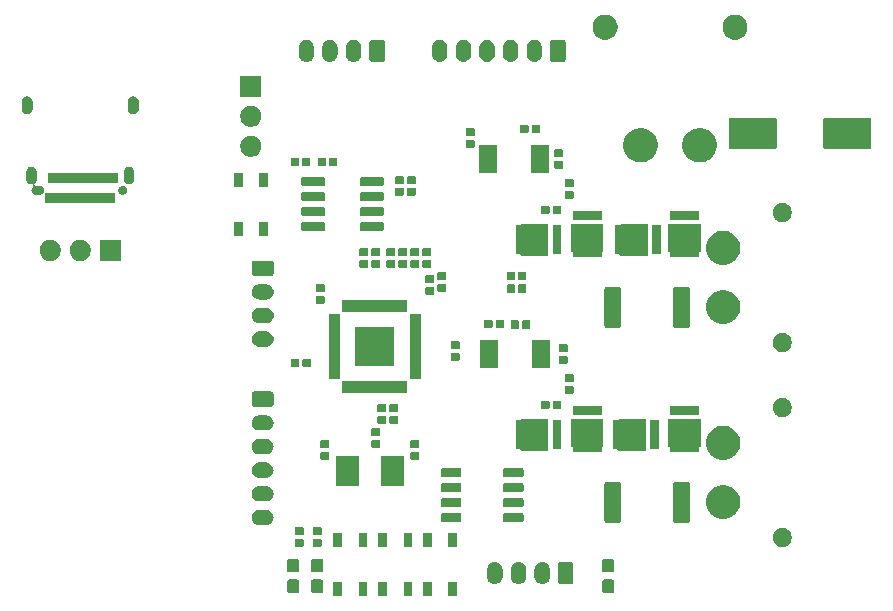
<source format=gbr>
G04 #@! TF.GenerationSoftware,KiCad,Pcbnew,(5.1.5)-3*
G04 #@! TF.CreationDate,2022-05-21T19:39:02+09:00*
G04 #@! TF.ProjectId,RP_MD,52505f4d-442e-46b6-9963-61645f706362,rev?*
G04 #@! TF.SameCoordinates,Original*
G04 #@! TF.FileFunction,Soldermask,Top*
G04 #@! TF.FilePolarity,Negative*
%FSLAX46Y46*%
G04 Gerber Fmt 4.6, Leading zero omitted, Abs format (unit mm)*
G04 Created by KiCad (PCBNEW (5.1.5)-3) date 2022-05-21 19:39:02*
%MOMM*%
%LPD*%
G04 APERTURE LIST*
%ADD10C,0.100000*%
G04 APERTURE END LIST*
D10*
G36*
X128705000Y-99981000D02*
G01*
X127953000Y-99981000D01*
X127953000Y-98829000D01*
X128705000Y-98829000D01*
X128705000Y-99981000D01*
G37*
G36*
X126555000Y-99981000D02*
G01*
X125803000Y-99981000D01*
X125803000Y-98829000D01*
X126555000Y-98829000D01*
X126555000Y-99981000D01*
G37*
G36*
X121101000Y-99981000D02*
G01*
X120349000Y-99981000D01*
X120349000Y-98829000D01*
X121101000Y-98829000D01*
X121101000Y-99981000D01*
G37*
G36*
X118951000Y-99981000D02*
G01*
X118199000Y-99981000D01*
X118199000Y-98829000D01*
X118951000Y-98829000D01*
X118951000Y-99981000D01*
G37*
G36*
X122761000Y-99981000D02*
G01*
X122009000Y-99981000D01*
X122009000Y-98829000D01*
X122761000Y-98829000D01*
X122761000Y-99981000D01*
G37*
G36*
X124911000Y-99981000D02*
G01*
X124159000Y-99981000D01*
X124159000Y-98829000D01*
X124911000Y-98829000D01*
X124911000Y-99981000D01*
G37*
G36*
X141842499Y-98601445D02*
G01*
X141879995Y-98612820D01*
X141914554Y-98631292D01*
X141944847Y-98656153D01*
X141969708Y-98686446D01*
X141988180Y-98721005D01*
X141999555Y-98758501D01*
X142004000Y-98803638D01*
X142004000Y-99542362D01*
X141999555Y-99587499D01*
X141988180Y-99624995D01*
X141969708Y-99659554D01*
X141944847Y-99689847D01*
X141914554Y-99714708D01*
X141879995Y-99733180D01*
X141842499Y-99744555D01*
X141797362Y-99749000D01*
X141158638Y-99749000D01*
X141113501Y-99744555D01*
X141076005Y-99733180D01*
X141041446Y-99714708D01*
X141011153Y-99689847D01*
X140986292Y-99659554D01*
X140967820Y-99624995D01*
X140956445Y-99587499D01*
X140952000Y-99542362D01*
X140952000Y-98803638D01*
X140956445Y-98758501D01*
X140967820Y-98721005D01*
X140986292Y-98686446D01*
X141011153Y-98656153D01*
X141041446Y-98631292D01*
X141076005Y-98612820D01*
X141113501Y-98601445D01*
X141158638Y-98597000D01*
X141797362Y-98597000D01*
X141842499Y-98601445D01*
G37*
G36*
X115172499Y-98601445D02*
G01*
X115209995Y-98612820D01*
X115244554Y-98631292D01*
X115274847Y-98656153D01*
X115299708Y-98686446D01*
X115318180Y-98721005D01*
X115329555Y-98758501D01*
X115334000Y-98803638D01*
X115334000Y-99542362D01*
X115329555Y-99587499D01*
X115318180Y-99624995D01*
X115299708Y-99659554D01*
X115274847Y-99689847D01*
X115244554Y-99714708D01*
X115209995Y-99733180D01*
X115172499Y-99744555D01*
X115127362Y-99749000D01*
X114488638Y-99749000D01*
X114443501Y-99744555D01*
X114406005Y-99733180D01*
X114371446Y-99714708D01*
X114341153Y-99689847D01*
X114316292Y-99659554D01*
X114297820Y-99624995D01*
X114286445Y-99587499D01*
X114282000Y-99542362D01*
X114282000Y-98803638D01*
X114286445Y-98758501D01*
X114297820Y-98721005D01*
X114316292Y-98686446D01*
X114341153Y-98656153D01*
X114371446Y-98631292D01*
X114406005Y-98612820D01*
X114443501Y-98601445D01*
X114488638Y-98597000D01*
X115127362Y-98597000D01*
X115172499Y-98601445D01*
G37*
G36*
X117204499Y-98593445D02*
G01*
X117241995Y-98604820D01*
X117276554Y-98623292D01*
X117306847Y-98648153D01*
X117331708Y-98678446D01*
X117350180Y-98713005D01*
X117361555Y-98750501D01*
X117366000Y-98795638D01*
X117366000Y-99534362D01*
X117361555Y-99579499D01*
X117350180Y-99616995D01*
X117331708Y-99651554D01*
X117306847Y-99681847D01*
X117276554Y-99706708D01*
X117241995Y-99725180D01*
X117204499Y-99736555D01*
X117159362Y-99741000D01*
X116520638Y-99741000D01*
X116475501Y-99736555D01*
X116438005Y-99725180D01*
X116403446Y-99706708D01*
X116373153Y-99681847D01*
X116348292Y-99651554D01*
X116329820Y-99616995D01*
X116318445Y-99579499D01*
X116314000Y-99534362D01*
X116314000Y-98795638D01*
X116318445Y-98750501D01*
X116329820Y-98713005D01*
X116348292Y-98678446D01*
X116373153Y-98648153D01*
X116403446Y-98623292D01*
X116438005Y-98604820D01*
X116475501Y-98593445D01*
X116520638Y-98589000D01*
X117159362Y-98589000D01*
X117204499Y-98593445D01*
G37*
G36*
X132017618Y-97127420D02*
G01*
X132098400Y-97151925D01*
X132140336Y-97164646D01*
X132253425Y-97225094D01*
X132352554Y-97306446D01*
X132433906Y-97405575D01*
X132494354Y-97518664D01*
X132494355Y-97518668D01*
X132531580Y-97641382D01*
X132541000Y-97737027D01*
X132541000Y-98350973D01*
X132531580Y-98446618D01*
X132504040Y-98537404D01*
X132494354Y-98569336D01*
X132433906Y-98682425D01*
X132352554Y-98781553D01*
X132253424Y-98862906D01*
X132140335Y-98923354D01*
X132108403Y-98933040D01*
X132017617Y-98960580D01*
X131890000Y-98973149D01*
X131762382Y-98960580D01*
X131671596Y-98933040D01*
X131639664Y-98923354D01*
X131526575Y-98862906D01*
X131427447Y-98781554D01*
X131346094Y-98682424D01*
X131285646Y-98569335D01*
X131275960Y-98537403D01*
X131248420Y-98446617D01*
X131239000Y-98350972D01*
X131239000Y-97737027D01*
X131248420Y-97641382D01*
X131285645Y-97518668D01*
X131285645Y-97518667D01*
X131317957Y-97458217D01*
X131346095Y-97405574D01*
X131359493Y-97389249D01*
X131427447Y-97306446D01*
X131526576Y-97225094D01*
X131639665Y-97164646D01*
X131681601Y-97151925D01*
X131762383Y-97127420D01*
X131890000Y-97114851D01*
X132017618Y-97127420D01*
G37*
G36*
X134017618Y-97127420D02*
G01*
X134098400Y-97151925D01*
X134140336Y-97164646D01*
X134253425Y-97225094D01*
X134352554Y-97306446D01*
X134433906Y-97405575D01*
X134494354Y-97518664D01*
X134494355Y-97518668D01*
X134531580Y-97641382D01*
X134541000Y-97737027D01*
X134541000Y-98350973D01*
X134531580Y-98446618D01*
X134504040Y-98537404D01*
X134494354Y-98569336D01*
X134433906Y-98682425D01*
X134352554Y-98781553D01*
X134253424Y-98862906D01*
X134140335Y-98923354D01*
X134108403Y-98933040D01*
X134017617Y-98960580D01*
X133890000Y-98973149D01*
X133762382Y-98960580D01*
X133671596Y-98933040D01*
X133639664Y-98923354D01*
X133526575Y-98862906D01*
X133427447Y-98781554D01*
X133346094Y-98682424D01*
X133285646Y-98569335D01*
X133275960Y-98537403D01*
X133248420Y-98446617D01*
X133239000Y-98350972D01*
X133239000Y-97737027D01*
X133248420Y-97641382D01*
X133285645Y-97518668D01*
X133285645Y-97518667D01*
X133317957Y-97458217D01*
X133346095Y-97405574D01*
X133359493Y-97389249D01*
X133427447Y-97306446D01*
X133526576Y-97225094D01*
X133639665Y-97164646D01*
X133681601Y-97151925D01*
X133762383Y-97127420D01*
X133890000Y-97114851D01*
X134017618Y-97127420D01*
G37*
G36*
X136017618Y-97127420D02*
G01*
X136098400Y-97151925D01*
X136140336Y-97164646D01*
X136253425Y-97225094D01*
X136352554Y-97306446D01*
X136433906Y-97405575D01*
X136494354Y-97518664D01*
X136494355Y-97518668D01*
X136531580Y-97641382D01*
X136541000Y-97737027D01*
X136541000Y-98350973D01*
X136531580Y-98446618D01*
X136504040Y-98537404D01*
X136494354Y-98569336D01*
X136433906Y-98682425D01*
X136352554Y-98781553D01*
X136253424Y-98862906D01*
X136140335Y-98923354D01*
X136108403Y-98933040D01*
X136017617Y-98960580D01*
X135890000Y-98973149D01*
X135762382Y-98960580D01*
X135671596Y-98933040D01*
X135639664Y-98923354D01*
X135526575Y-98862906D01*
X135427447Y-98781554D01*
X135346094Y-98682424D01*
X135285646Y-98569335D01*
X135275960Y-98537403D01*
X135248420Y-98446617D01*
X135239000Y-98350972D01*
X135239000Y-97737027D01*
X135248420Y-97641382D01*
X135285645Y-97518668D01*
X135285645Y-97518667D01*
X135317957Y-97458217D01*
X135346095Y-97405574D01*
X135359493Y-97389249D01*
X135427447Y-97306446D01*
X135526576Y-97225094D01*
X135639665Y-97164646D01*
X135681601Y-97151925D01*
X135762383Y-97127420D01*
X135890000Y-97114851D01*
X136017618Y-97127420D01*
G37*
G36*
X138381242Y-97122404D02*
G01*
X138418337Y-97133657D01*
X138452515Y-97151925D01*
X138482481Y-97176519D01*
X138507075Y-97206485D01*
X138525343Y-97240663D01*
X138536596Y-97277758D01*
X138541000Y-97322474D01*
X138541000Y-98765526D01*
X138536596Y-98810242D01*
X138525343Y-98847337D01*
X138507075Y-98881515D01*
X138482481Y-98911481D01*
X138452515Y-98936075D01*
X138418337Y-98954343D01*
X138381242Y-98965596D01*
X138336526Y-98970000D01*
X137443474Y-98970000D01*
X137398758Y-98965596D01*
X137361663Y-98954343D01*
X137327485Y-98936075D01*
X137297519Y-98911481D01*
X137272925Y-98881515D01*
X137254657Y-98847337D01*
X137243404Y-98810242D01*
X137239000Y-98765526D01*
X137239000Y-97322474D01*
X137243404Y-97277758D01*
X137254657Y-97240663D01*
X137272925Y-97206485D01*
X137297519Y-97176519D01*
X137327485Y-97151925D01*
X137361663Y-97133657D01*
X137398758Y-97122404D01*
X137443474Y-97118000D01*
X138336526Y-97118000D01*
X138381242Y-97122404D01*
G37*
G36*
X115172499Y-96851445D02*
G01*
X115209995Y-96862820D01*
X115244554Y-96881292D01*
X115274847Y-96906153D01*
X115299708Y-96936446D01*
X115318180Y-96971005D01*
X115329555Y-97008501D01*
X115334000Y-97053638D01*
X115334000Y-97792362D01*
X115329555Y-97837499D01*
X115318180Y-97874995D01*
X115299708Y-97909554D01*
X115274847Y-97939847D01*
X115244554Y-97964708D01*
X115209995Y-97983180D01*
X115172499Y-97994555D01*
X115127362Y-97999000D01*
X114488638Y-97999000D01*
X114443501Y-97994555D01*
X114406005Y-97983180D01*
X114371446Y-97964708D01*
X114341153Y-97939847D01*
X114316292Y-97909554D01*
X114297820Y-97874995D01*
X114286445Y-97837499D01*
X114282000Y-97792362D01*
X114282000Y-97053638D01*
X114286445Y-97008501D01*
X114297820Y-96971005D01*
X114316292Y-96936446D01*
X114341153Y-96906153D01*
X114371446Y-96881292D01*
X114406005Y-96862820D01*
X114443501Y-96851445D01*
X114488638Y-96847000D01*
X115127362Y-96847000D01*
X115172499Y-96851445D01*
G37*
G36*
X141842499Y-96851445D02*
G01*
X141879995Y-96862820D01*
X141914554Y-96881292D01*
X141944847Y-96906153D01*
X141969708Y-96936446D01*
X141988180Y-96971005D01*
X141999555Y-97008501D01*
X142004000Y-97053638D01*
X142004000Y-97792362D01*
X141999555Y-97837499D01*
X141988180Y-97874995D01*
X141969708Y-97909554D01*
X141944847Y-97939847D01*
X141914554Y-97964708D01*
X141879995Y-97983180D01*
X141842499Y-97994555D01*
X141797362Y-97999000D01*
X141158638Y-97999000D01*
X141113501Y-97994555D01*
X141076005Y-97983180D01*
X141041446Y-97964708D01*
X141011153Y-97939847D01*
X140986292Y-97909554D01*
X140967820Y-97874995D01*
X140956445Y-97837499D01*
X140952000Y-97792362D01*
X140952000Y-97053638D01*
X140956445Y-97008501D01*
X140967820Y-96971005D01*
X140986292Y-96936446D01*
X141011153Y-96906153D01*
X141041446Y-96881292D01*
X141076005Y-96862820D01*
X141113501Y-96851445D01*
X141158638Y-96847000D01*
X141797362Y-96847000D01*
X141842499Y-96851445D01*
G37*
G36*
X117204499Y-96843445D02*
G01*
X117241995Y-96854820D01*
X117276554Y-96873292D01*
X117306847Y-96898153D01*
X117331708Y-96928446D01*
X117350180Y-96963005D01*
X117361555Y-97000501D01*
X117366000Y-97045638D01*
X117366000Y-97784362D01*
X117361555Y-97829499D01*
X117350180Y-97866995D01*
X117331708Y-97901554D01*
X117306847Y-97931847D01*
X117276554Y-97956708D01*
X117241995Y-97975180D01*
X117204499Y-97986555D01*
X117159362Y-97991000D01*
X116520638Y-97991000D01*
X116475501Y-97986555D01*
X116438005Y-97975180D01*
X116403446Y-97956708D01*
X116373153Y-97931847D01*
X116348292Y-97901554D01*
X116329820Y-97866995D01*
X116318445Y-97829499D01*
X116314000Y-97784362D01*
X116314000Y-97045638D01*
X116318445Y-97000501D01*
X116329820Y-96963005D01*
X116348292Y-96928446D01*
X116373153Y-96898153D01*
X116403446Y-96873292D01*
X116438005Y-96854820D01*
X116475501Y-96843445D01*
X116520638Y-96839000D01*
X117159362Y-96839000D01*
X117204499Y-96843445D01*
G37*
G36*
X156443642Y-94264781D02*
G01*
X156589414Y-94325162D01*
X156589416Y-94325163D01*
X156720608Y-94412822D01*
X156832178Y-94524392D01*
X156919837Y-94655584D01*
X156919838Y-94655586D01*
X156980219Y-94801358D01*
X157011000Y-94956107D01*
X157011000Y-95113893D01*
X156980219Y-95268642D01*
X156977896Y-95274249D01*
X156919837Y-95414416D01*
X156832178Y-95545608D01*
X156720608Y-95657178D01*
X156589416Y-95744837D01*
X156589415Y-95744838D01*
X156589414Y-95744838D01*
X156443642Y-95805219D01*
X156288893Y-95836000D01*
X156131107Y-95836000D01*
X155976358Y-95805219D01*
X155830586Y-95744838D01*
X155830585Y-95744838D01*
X155830584Y-95744837D01*
X155699392Y-95657178D01*
X155587822Y-95545608D01*
X155500163Y-95414416D01*
X155442104Y-95274249D01*
X155439781Y-95268642D01*
X155409000Y-95113893D01*
X155409000Y-94956107D01*
X155439781Y-94801358D01*
X155500162Y-94655586D01*
X155500163Y-94655584D01*
X155587822Y-94524392D01*
X155699392Y-94412822D01*
X155830584Y-94325163D01*
X155830586Y-94325162D01*
X155976358Y-94264781D01*
X156131107Y-94234000D01*
X156288893Y-94234000D01*
X156443642Y-94264781D01*
G37*
G36*
X124911000Y-95831000D02*
G01*
X124159000Y-95831000D01*
X124159000Y-94679000D01*
X124911000Y-94679000D01*
X124911000Y-95831000D01*
G37*
G36*
X128705000Y-95831000D02*
G01*
X127953000Y-95831000D01*
X127953000Y-94679000D01*
X128705000Y-94679000D01*
X128705000Y-95831000D01*
G37*
G36*
X126555000Y-95831000D02*
G01*
X125803000Y-95831000D01*
X125803000Y-94679000D01*
X126555000Y-94679000D01*
X126555000Y-95831000D01*
G37*
G36*
X121101000Y-95831000D02*
G01*
X120349000Y-95831000D01*
X120349000Y-94679000D01*
X121101000Y-94679000D01*
X121101000Y-95831000D01*
G37*
G36*
X118951000Y-95831000D02*
G01*
X118199000Y-95831000D01*
X118199000Y-94679000D01*
X118951000Y-94679000D01*
X118951000Y-95831000D01*
G37*
G36*
X122761000Y-95831000D02*
G01*
X122009000Y-95831000D01*
X122009000Y-94679000D01*
X122761000Y-94679000D01*
X122761000Y-95831000D01*
G37*
G36*
X115597938Y-95137716D02*
G01*
X115618557Y-95143971D01*
X115637553Y-95154124D01*
X115654208Y-95167792D01*
X115667876Y-95184447D01*
X115678029Y-95203443D01*
X115684284Y-95224062D01*
X115687000Y-95251640D01*
X115687000Y-95710360D01*
X115684284Y-95737938D01*
X115678029Y-95758557D01*
X115667876Y-95777553D01*
X115654208Y-95794208D01*
X115637553Y-95807876D01*
X115618557Y-95818029D01*
X115597938Y-95824284D01*
X115570360Y-95827000D01*
X115061640Y-95827000D01*
X115034062Y-95824284D01*
X115013443Y-95818029D01*
X114994447Y-95807876D01*
X114977792Y-95794208D01*
X114964124Y-95777553D01*
X114953971Y-95758557D01*
X114947716Y-95737938D01*
X114945000Y-95710360D01*
X114945000Y-95251640D01*
X114947716Y-95224062D01*
X114953971Y-95203443D01*
X114964124Y-95184447D01*
X114977792Y-95167792D01*
X114994447Y-95154124D01*
X115013443Y-95143971D01*
X115034062Y-95137716D01*
X115061640Y-95135000D01*
X115570360Y-95135000D01*
X115597938Y-95137716D01*
G37*
G36*
X117121938Y-95137716D02*
G01*
X117142557Y-95143971D01*
X117161553Y-95154124D01*
X117178208Y-95167792D01*
X117191876Y-95184447D01*
X117202029Y-95203443D01*
X117208284Y-95224062D01*
X117211000Y-95251640D01*
X117211000Y-95710360D01*
X117208284Y-95737938D01*
X117202029Y-95758557D01*
X117191876Y-95777553D01*
X117178208Y-95794208D01*
X117161553Y-95807876D01*
X117142557Y-95818029D01*
X117121938Y-95824284D01*
X117094360Y-95827000D01*
X116585640Y-95827000D01*
X116558062Y-95824284D01*
X116537443Y-95818029D01*
X116518447Y-95807876D01*
X116501792Y-95794208D01*
X116488124Y-95777553D01*
X116477971Y-95758557D01*
X116471716Y-95737938D01*
X116469000Y-95710360D01*
X116469000Y-95251640D01*
X116471716Y-95224062D01*
X116477971Y-95203443D01*
X116488124Y-95184447D01*
X116501792Y-95167792D01*
X116518447Y-95154124D01*
X116537443Y-95143971D01*
X116558062Y-95137716D01*
X116585640Y-95135000D01*
X117094360Y-95135000D01*
X117121938Y-95137716D01*
G37*
G36*
X115597938Y-94167716D02*
G01*
X115618557Y-94173971D01*
X115637553Y-94184124D01*
X115654208Y-94197792D01*
X115667876Y-94214447D01*
X115678029Y-94233443D01*
X115684284Y-94254062D01*
X115687000Y-94281640D01*
X115687000Y-94740360D01*
X115684284Y-94767938D01*
X115678029Y-94788557D01*
X115667876Y-94807553D01*
X115654208Y-94824208D01*
X115637553Y-94837876D01*
X115618557Y-94848029D01*
X115597938Y-94854284D01*
X115570360Y-94857000D01*
X115061640Y-94857000D01*
X115034062Y-94854284D01*
X115013443Y-94848029D01*
X114994447Y-94837876D01*
X114977792Y-94824208D01*
X114964124Y-94807553D01*
X114953971Y-94788557D01*
X114947716Y-94767938D01*
X114945000Y-94740360D01*
X114945000Y-94281640D01*
X114947716Y-94254062D01*
X114953971Y-94233443D01*
X114964124Y-94214447D01*
X114977792Y-94197792D01*
X114994447Y-94184124D01*
X115013443Y-94173971D01*
X115034062Y-94167716D01*
X115061640Y-94165000D01*
X115570360Y-94165000D01*
X115597938Y-94167716D01*
G37*
G36*
X117121938Y-94167716D02*
G01*
X117142557Y-94173971D01*
X117161553Y-94184124D01*
X117178208Y-94197792D01*
X117191876Y-94214447D01*
X117202029Y-94233443D01*
X117208284Y-94254062D01*
X117211000Y-94281640D01*
X117211000Y-94740360D01*
X117208284Y-94767938D01*
X117202029Y-94788557D01*
X117191876Y-94807553D01*
X117178208Y-94824208D01*
X117161553Y-94837876D01*
X117142557Y-94848029D01*
X117121938Y-94854284D01*
X117094360Y-94857000D01*
X116585640Y-94857000D01*
X116558062Y-94854284D01*
X116537443Y-94848029D01*
X116518447Y-94837876D01*
X116501792Y-94824208D01*
X116488124Y-94807553D01*
X116477971Y-94788557D01*
X116471716Y-94767938D01*
X116469000Y-94740360D01*
X116469000Y-94281640D01*
X116471716Y-94254062D01*
X116477971Y-94233443D01*
X116488124Y-94214447D01*
X116501792Y-94197792D01*
X116518447Y-94184124D01*
X116537443Y-94173971D01*
X116558062Y-94167716D01*
X116585640Y-94165000D01*
X117094360Y-94165000D01*
X117121938Y-94167716D01*
G37*
G36*
X112558855Y-92682140D02*
G01*
X112622618Y-92688420D01*
X112713404Y-92715960D01*
X112745336Y-92725646D01*
X112858425Y-92786094D01*
X112957554Y-92867446D01*
X113038906Y-92966575D01*
X113099354Y-93079664D01*
X113099355Y-93079668D01*
X113136580Y-93202382D01*
X113149149Y-93330000D01*
X113136580Y-93457618D01*
X113127970Y-93486000D01*
X113099354Y-93580336D01*
X113038906Y-93693425D01*
X112957554Y-93792554D01*
X112858425Y-93873906D01*
X112745336Y-93934354D01*
X112713404Y-93944040D01*
X112622618Y-93971580D01*
X112558855Y-93977860D01*
X112526974Y-93981000D01*
X111913026Y-93981000D01*
X111881145Y-93977860D01*
X111817382Y-93971580D01*
X111726596Y-93944040D01*
X111694664Y-93934354D01*
X111581575Y-93873906D01*
X111482446Y-93792554D01*
X111401094Y-93693425D01*
X111340646Y-93580336D01*
X111312030Y-93486000D01*
X111303420Y-93457618D01*
X111290851Y-93330000D01*
X111303420Y-93202382D01*
X111340645Y-93079668D01*
X111340646Y-93079664D01*
X111401094Y-92966575D01*
X111482446Y-92867446D01*
X111581575Y-92786094D01*
X111694664Y-92725646D01*
X111726596Y-92715960D01*
X111817382Y-92688420D01*
X111881145Y-92682140D01*
X111913026Y-92679000D01*
X112526974Y-92679000D01*
X112558855Y-92682140D01*
G37*
G36*
X142452798Y-90353247D02*
G01*
X142488367Y-90364037D01*
X142521139Y-90381554D01*
X142549869Y-90405131D01*
X142573446Y-90433861D01*
X142590963Y-90466633D01*
X142601753Y-90502202D01*
X142606000Y-90545325D01*
X142606000Y-93604675D01*
X142601753Y-93647798D01*
X142590963Y-93683367D01*
X142573446Y-93716139D01*
X142549869Y-93744869D01*
X142521139Y-93768446D01*
X142488367Y-93785963D01*
X142452798Y-93796753D01*
X142409675Y-93801000D01*
X141350325Y-93801000D01*
X141307202Y-93796753D01*
X141271633Y-93785963D01*
X141238861Y-93768446D01*
X141210131Y-93744869D01*
X141186554Y-93716139D01*
X141169037Y-93683367D01*
X141158247Y-93647798D01*
X141154000Y-93604675D01*
X141154000Y-90545325D01*
X141158247Y-90502202D01*
X141169037Y-90466633D01*
X141186554Y-90433861D01*
X141210131Y-90405131D01*
X141238861Y-90381554D01*
X141271633Y-90364037D01*
X141307202Y-90353247D01*
X141350325Y-90349000D01*
X142409675Y-90349000D01*
X142452798Y-90353247D01*
G37*
G36*
X148252798Y-90353247D02*
G01*
X148288367Y-90364037D01*
X148321139Y-90381554D01*
X148349869Y-90405131D01*
X148373446Y-90433861D01*
X148390963Y-90466633D01*
X148401753Y-90502202D01*
X148406000Y-90545325D01*
X148406000Y-93604675D01*
X148401753Y-93647798D01*
X148390963Y-93683367D01*
X148373446Y-93716139D01*
X148349869Y-93744869D01*
X148321139Y-93768446D01*
X148288367Y-93785963D01*
X148252798Y-93796753D01*
X148209675Y-93801000D01*
X147150325Y-93801000D01*
X147107202Y-93796753D01*
X147071633Y-93785963D01*
X147038861Y-93768446D01*
X147010131Y-93744869D01*
X146986554Y-93716139D01*
X146969037Y-93683367D01*
X146958247Y-93647798D01*
X146954000Y-93604675D01*
X146954000Y-90545325D01*
X146958247Y-90502202D01*
X146969037Y-90466633D01*
X146986554Y-90433861D01*
X147010131Y-90405131D01*
X147038861Y-90381554D01*
X147071633Y-90364037D01*
X147107202Y-90353247D01*
X147150325Y-90349000D01*
X148209675Y-90349000D01*
X148252798Y-90353247D01*
G37*
G36*
X134219928Y-92996764D02*
G01*
X134241009Y-93003160D01*
X134260445Y-93013548D01*
X134277476Y-93027524D01*
X134291452Y-93044555D01*
X134301840Y-93063991D01*
X134308236Y-93085072D01*
X134311000Y-93113140D01*
X134311000Y-93576860D01*
X134308236Y-93604928D01*
X134301840Y-93626009D01*
X134291452Y-93645445D01*
X134277476Y-93662476D01*
X134260445Y-93676452D01*
X134241009Y-93686840D01*
X134219928Y-93693236D01*
X134191860Y-93696000D01*
X132678140Y-93696000D01*
X132650072Y-93693236D01*
X132628991Y-93686840D01*
X132609555Y-93676452D01*
X132592524Y-93662476D01*
X132578548Y-93645445D01*
X132568160Y-93626009D01*
X132561764Y-93604928D01*
X132559000Y-93576860D01*
X132559000Y-93113140D01*
X132561764Y-93085072D01*
X132568160Y-93063991D01*
X132578548Y-93044555D01*
X132592524Y-93027524D01*
X132609555Y-93013548D01*
X132628991Y-93003160D01*
X132650072Y-92996764D01*
X132678140Y-92994000D01*
X134191860Y-92994000D01*
X134219928Y-92996764D01*
G37*
G36*
X128969928Y-92996764D02*
G01*
X128991009Y-93003160D01*
X129010445Y-93013548D01*
X129027476Y-93027524D01*
X129041452Y-93044555D01*
X129051840Y-93063991D01*
X129058236Y-93085072D01*
X129061000Y-93113140D01*
X129061000Y-93576860D01*
X129058236Y-93604928D01*
X129051840Y-93626009D01*
X129041452Y-93645445D01*
X129027476Y-93662476D01*
X129010445Y-93676452D01*
X128991009Y-93686840D01*
X128969928Y-93693236D01*
X128941860Y-93696000D01*
X127428140Y-93696000D01*
X127400072Y-93693236D01*
X127378991Y-93686840D01*
X127359555Y-93676452D01*
X127342524Y-93662476D01*
X127328548Y-93645445D01*
X127318160Y-93626009D01*
X127311764Y-93604928D01*
X127309000Y-93576860D01*
X127309000Y-93113140D01*
X127311764Y-93085072D01*
X127318160Y-93063991D01*
X127328548Y-93044555D01*
X127342524Y-93027524D01*
X127359555Y-93013548D01*
X127378991Y-93003160D01*
X127400072Y-92996764D01*
X127428140Y-92994000D01*
X128941860Y-92994000D01*
X128969928Y-92996764D01*
G37*
G36*
X151633241Y-90639760D02*
G01*
X151897305Y-90749139D01*
X152134958Y-90907934D01*
X152337066Y-91110042D01*
X152495861Y-91347695D01*
X152605240Y-91611759D01*
X152661000Y-91892088D01*
X152661000Y-92177912D01*
X152605240Y-92458241D01*
X152495861Y-92722305D01*
X152337066Y-92959958D01*
X152134958Y-93162066D01*
X151897305Y-93320861D01*
X151633241Y-93430240D01*
X151352912Y-93486000D01*
X151067088Y-93486000D01*
X150786759Y-93430240D01*
X150522695Y-93320861D01*
X150285042Y-93162066D01*
X150082934Y-92959958D01*
X149924139Y-92722305D01*
X149814760Y-92458241D01*
X149759000Y-92177912D01*
X149759000Y-91892088D01*
X149814760Y-91611759D01*
X149924139Y-91347695D01*
X150082934Y-91110042D01*
X150285042Y-90907934D01*
X150522695Y-90749139D01*
X150786759Y-90639760D01*
X151067088Y-90584000D01*
X151352912Y-90584000D01*
X151633241Y-90639760D01*
G37*
G36*
X134219928Y-91726764D02*
G01*
X134241009Y-91733160D01*
X134260445Y-91743548D01*
X134277476Y-91757524D01*
X134291452Y-91774555D01*
X134301840Y-91793991D01*
X134308236Y-91815072D01*
X134311000Y-91843140D01*
X134311000Y-92306860D01*
X134308236Y-92334928D01*
X134301840Y-92356009D01*
X134291452Y-92375445D01*
X134277476Y-92392476D01*
X134260445Y-92406452D01*
X134241009Y-92416840D01*
X134219928Y-92423236D01*
X134191860Y-92426000D01*
X132678140Y-92426000D01*
X132650072Y-92423236D01*
X132628991Y-92416840D01*
X132609555Y-92406452D01*
X132592524Y-92392476D01*
X132578548Y-92375445D01*
X132568160Y-92356009D01*
X132561764Y-92334928D01*
X132559000Y-92306860D01*
X132559000Y-91843140D01*
X132561764Y-91815072D01*
X132568160Y-91793991D01*
X132578548Y-91774555D01*
X132592524Y-91757524D01*
X132609555Y-91743548D01*
X132628991Y-91733160D01*
X132650072Y-91726764D01*
X132678140Y-91724000D01*
X134191860Y-91724000D01*
X134219928Y-91726764D01*
G37*
G36*
X128969928Y-91726764D02*
G01*
X128991009Y-91733160D01*
X129010445Y-91743548D01*
X129027476Y-91757524D01*
X129041452Y-91774555D01*
X129051840Y-91793991D01*
X129058236Y-91815072D01*
X129061000Y-91843140D01*
X129061000Y-92306860D01*
X129058236Y-92334928D01*
X129051840Y-92356009D01*
X129041452Y-92375445D01*
X129027476Y-92392476D01*
X129010445Y-92406452D01*
X128991009Y-92416840D01*
X128969928Y-92423236D01*
X128941860Y-92426000D01*
X127428140Y-92426000D01*
X127400072Y-92423236D01*
X127378991Y-92416840D01*
X127359555Y-92406452D01*
X127342524Y-92392476D01*
X127328548Y-92375445D01*
X127318160Y-92356009D01*
X127311764Y-92334928D01*
X127309000Y-92306860D01*
X127309000Y-91843140D01*
X127311764Y-91815072D01*
X127318160Y-91793991D01*
X127328548Y-91774555D01*
X127342524Y-91757524D01*
X127359555Y-91743548D01*
X127378991Y-91733160D01*
X127400072Y-91726764D01*
X127428140Y-91724000D01*
X128941860Y-91724000D01*
X128969928Y-91726764D01*
G37*
G36*
X112558855Y-90682140D02*
G01*
X112622618Y-90688420D01*
X112713404Y-90715960D01*
X112745336Y-90725646D01*
X112858425Y-90786094D01*
X112957554Y-90867446D01*
X113038906Y-90966575D01*
X113099354Y-91079664D01*
X113099355Y-91079668D01*
X113136580Y-91202382D01*
X113149149Y-91330000D01*
X113136580Y-91457618D01*
X113109040Y-91548404D01*
X113099354Y-91580336D01*
X113038906Y-91693425D01*
X112957554Y-91792554D01*
X112858425Y-91873906D01*
X112745336Y-91934354D01*
X112713404Y-91944040D01*
X112622618Y-91971580D01*
X112558855Y-91977860D01*
X112526974Y-91981000D01*
X111913026Y-91981000D01*
X111881145Y-91977860D01*
X111817382Y-91971580D01*
X111726596Y-91944040D01*
X111694664Y-91934354D01*
X111581575Y-91873906D01*
X111482446Y-91792554D01*
X111401094Y-91693425D01*
X111340646Y-91580336D01*
X111330960Y-91548404D01*
X111303420Y-91457618D01*
X111290851Y-91330000D01*
X111303420Y-91202382D01*
X111340645Y-91079668D01*
X111340646Y-91079664D01*
X111401094Y-90966575D01*
X111482446Y-90867446D01*
X111581575Y-90786094D01*
X111694664Y-90725646D01*
X111726596Y-90715960D01*
X111817382Y-90688420D01*
X111881145Y-90682140D01*
X111913026Y-90679000D01*
X112526974Y-90679000D01*
X112558855Y-90682140D01*
G37*
G36*
X128969928Y-90456764D02*
G01*
X128991009Y-90463160D01*
X129010445Y-90473548D01*
X129027476Y-90487524D01*
X129041452Y-90504555D01*
X129051840Y-90523991D01*
X129058236Y-90545072D01*
X129061000Y-90573140D01*
X129061000Y-91036860D01*
X129058236Y-91064928D01*
X129051840Y-91086009D01*
X129041452Y-91105445D01*
X129027476Y-91122476D01*
X129010445Y-91136452D01*
X128991009Y-91146840D01*
X128969928Y-91153236D01*
X128941860Y-91156000D01*
X127428140Y-91156000D01*
X127400072Y-91153236D01*
X127378991Y-91146840D01*
X127359555Y-91136452D01*
X127342524Y-91122476D01*
X127328548Y-91105445D01*
X127318160Y-91086009D01*
X127311764Y-91064928D01*
X127309000Y-91036860D01*
X127309000Y-90573140D01*
X127311764Y-90545072D01*
X127318160Y-90523991D01*
X127328548Y-90504555D01*
X127342524Y-90487524D01*
X127359555Y-90473548D01*
X127378991Y-90463160D01*
X127400072Y-90456764D01*
X127428140Y-90454000D01*
X128941860Y-90454000D01*
X128969928Y-90456764D01*
G37*
G36*
X134219928Y-90456764D02*
G01*
X134241009Y-90463160D01*
X134260445Y-90473548D01*
X134277476Y-90487524D01*
X134291452Y-90504555D01*
X134301840Y-90523991D01*
X134308236Y-90545072D01*
X134311000Y-90573140D01*
X134311000Y-91036860D01*
X134308236Y-91064928D01*
X134301840Y-91086009D01*
X134291452Y-91105445D01*
X134277476Y-91122476D01*
X134260445Y-91136452D01*
X134241009Y-91146840D01*
X134219928Y-91153236D01*
X134191860Y-91156000D01*
X132678140Y-91156000D01*
X132650072Y-91153236D01*
X132628991Y-91146840D01*
X132609555Y-91136452D01*
X132592524Y-91122476D01*
X132578548Y-91105445D01*
X132568160Y-91086009D01*
X132561764Y-91064928D01*
X132559000Y-91036860D01*
X132559000Y-90573140D01*
X132561764Y-90545072D01*
X132568160Y-90523991D01*
X132578548Y-90504555D01*
X132592524Y-90487524D01*
X132609555Y-90473548D01*
X132628991Y-90463160D01*
X132650072Y-90456764D01*
X132678140Y-90454000D01*
X134191860Y-90454000D01*
X134219928Y-90456764D01*
G37*
G36*
X120351000Y-90659000D02*
G01*
X118449000Y-90659000D01*
X118449000Y-88157000D01*
X120351000Y-88157000D01*
X120351000Y-90659000D01*
G37*
G36*
X124151000Y-90659000D02*
G01*
X122249000Y-90659000D01*
X122249000Y-88157000D01*
X124151000Y-88157000D01*
X124151000Y-90659000D01*
G37*
G36*
X112558855Y-88682140D02*
G01*
X112622618Y-88688420D01*
X112713404Y-88715960D01*
X112745336Y-88725646D01*
X112858425Y-88786094D01*
X112957554Y-88867446D01*
X113038906Y-88966575D01*
X113099354Y-89079664D01*
X113099355Y-89079668D01*
X113136580Y-89202382D01*
X113149149Y-89330000D01*
X113136580Y-89457618D01*
X113109040Y-89548404D01*
X113099354Y-89580336D01*
X113038906Y-89693425D01*
X112957554Y-89792554D01*
X112858425Y-89873906D01*
X112745336Y-89934354D01*
X112713404Y-89944040D01*
X112622618Y-89971580D01*
X112558855Y-89977860D01*
X112526974Y-89981000D01*
X111913026Y-89981000D01*
X111881145Y-89977860D01*
X111817382Y-89971580D01*
X111726596Y-89944040D01*
X111694664Y-89934354D01*
X111581575Y-89873906D01*
X111482446Y-89792554D01*
X111401094Y-89693425D01*
X111340646Y-89580336D01*
X111330960Y-89548404D01*
X111303420Y-89457618D01*
X111290851Y-89330000D01*
X111303420Y-89202382D01*
X111340645Y-89079668D01*
X111340646Y-89079664D01*
X111401094Y-88966575D01*
X111482446Y-88867446D01*
X111581575Y-88786094D01*
X111694664Y-88725646D01*
X111726596Y-88715960D01*
X111817382Y-88688420D01*
X111881145Y-88682140D01*
X111913026Y-88679000D01*
X112526974Y-88679000D01*
X112558855Y-88682140D01*
G37*
G36*
X134219928Y-89186764D02*
G01*
X134241009Y-89193160D01*
X134260445Y-89203548D01*
X134277476Y-89217524D01*
X134291452Y-89234555D01*
X134301840Y-89253991D01*
X134308236Y-89275072D01*
X134311000Y-89303140D01*
X134311000Y-89766860D01*
X134308236Y-89794928D01*
X134301840Y-89816009D01*
X134291452Y-89835445D01*
X134277476Y-89852476D01*
X134260445Y-89866452D01*
X134241009Y-89876840D01*
X134219928Y-89883236D01*
X134191860Y-89886000D01*
X132678140Y-89886000D01*
X132650072Y-89883236D01*
X132628991Y-89876840D01*
X132609555Y-89866452D01*
X132592524Y-89852476D01*
X132578548Y-89835445D01*
X132568160Y-89816009D01*
X132561764Y-89794928D01*
X132559000Y-89766860D01*
X132559000Y-89303140D01*
X132561764Y-89275072D01*
X132568160Y-89253991D01*
X132578548Y-89234555D01*
X132592524Y-89217524D01*
X132609555Y-89203548D01*
X132628991Y-89193160D01*
X132650072Y-89186764D01*
X132678140Y-89184000D01*
X134191860Y-89184000D01*
X134219928Y-89186764D01*
G37*
G36*
X128969928Y-89186764D02*
G01*
X128991009Y-89193160D01*
X129010445Y-89203548D01*
X129027476Y-89217524D01*
X129041452Y-89234555D01*
X129051840Y-89253991D01*
X129058236Y-89275072D01*
X129061000Y-89303140D01*
X129061000Y-89766860D01*
X129058236Y-89794928D01*
X129051840Y-89816009D01*
X129041452Y-89835445D01*
X129027476Y-89852476D01*
X129010445Y-89866452D01*
X128991009Y-89876840D01*
X128969928Y-89883236D01*
X128941860Y-89886000D01*
X127428140Y-89886000D01*
X127400072Y-89883236D01*
X127378991Y-89876840D01*
X127359555Y-89866452D01*
X127342524Y-89852476D01*
X127328548Y-89835445D01*
X127318160Y-89816009D01*
X127311764Y-89794928D01*
X127309000Y-89766860D01*
X127309000Y-89303140D01*
X127311764Y-89275072D01*
X127318160Y-89253991D01*
X127328548Y-89234555D01*
X127342524Y-89217524D01*
X127359555Y-89203548D01*
X127378991Y-89193160D01*
X127400072Y-89186764D01*
X127428140Y-89184000D01*
X128941860Y-89184000D01*
X128969928Y-89186764D01*
G37*
G36*
X151633241Y-85639760D02*
G01*
X151897305Y-85749139D01*
X152134958Y-85907934D01*
X152337066Y-86110042D01*
X152495861Y-86347695D01*
X152605240Y-86611759D01*
X152661000Y-86892088D01*
X152661000Y-87177912D01*
X152605240Y-87458241D01*
X152495861Y-87722305D01*
X152337066Y-87959958D01*
X152134958Y-88162066D01*
X151897305Y-88320861D01*
X151633241Y-88430240D01*
X151352912Y-88486000D01*
X151067088Y-88486000D01*
X150786759Y-88430240D01*
X150522695Y-88320861D01*
X150285042Y-88162066D01*
X150082934Y-87959958D01*
X149924139Y-87722305D01*
X149814760Y-87458241D01*
X149759000Y-87177912D01*
X149759000Y-86892088D01*
X149814760Y-86611759D01*
X149924139Y-86347695D01*
X150082934Y-86110042D01*
X150285042Y-85907934D01*
X150522695Y-85749139D01*
X150786759Y-85639760D01*
X151067088Y-85584000D01*
X151352912Y-85584000D01*
X151633241Y-85639760D01*
G37*
G36*
X125391938Y-87771716D02*
G01*
X125412557Y-87777971D01*
X125431553Y-87788124D01*
X125448208Y-87801792D01*
X125461876Y-87818447D01*
X125472029Y-87837443D01*
X125478284Y-87858062D01*
X125481000Y-87885640D01*
X125481000Y-88344360D01*
X125478284Y-88371938D01*
X125472029Y-88392557D01*
X125461876Y-88411553D01*
X125448208Y-88428208D01*
X125431553Y-88441876D01*
X125412557Y-88452029D01*
X125391938Y-88458284D01*
X125364360Y-88461000D01*
X124855640Y-88461000D01*
X124828062Y-88458284D01*
X124807443Y-88452029D01*
X124788447Y-88441876D01*
X124771792Y-88428208D01*
X124758124Y-88411553D01*
X124747971Y-88392557D01*
X124741716Y-88371938D01*
X124739000Y-88344360D01*
X124739000Y-87885640D01*
X124741716Y-87858062D01*
X124747971Y-87837443D01*
X124758124Y-87818447D01*
X124771792Y-87801792D01*
X124788447Y-87788124D01*
X124807443Y-87777971D01*
X124828062Y-87771716D01*
X124855640Y-87769000D01*
X125364360Y-87769000D01*
X125391938Y-87771716D01*
G37*
G36*
X117771938Y-87771716D02*
G01*
X117792557Y-87777971D01*
X117811553Y-87788124D01*
X117828208Y-87801792D01*
X117841876Y-87818447D01*
X117852029Y-87837443D01*
X117858284Y-87858062D01*
X117861000Y-87885640D01*
X117861000Y-88344360D01*
X117858284Y-88371938D01*
X117852029Y-88392557D01*
X117841876Y-88411553D01*
X117828208Y-88428208D01*
X117811553Y-88441876D01*
X117792557Y-88452029D01*
X117771938Y-88458284D01*
X117744360Y-88461000D01*
X117235640Y-88461000D01*
X117208062Y-88458284D01*
X117187443Y-88452029D01*
X117168447Y-88441876D01*
X117151792Y-88428208D01*
X117138124Y-88411553D01*
X117127971Y-88392557D01*
X117121716Y-88371938D01*
X117119000Y-88344360D01*
X117119000Y-87885640D01*
X117121716Y-87858062D01*
X117127971Y-87837443D01*
X117138124Y-87818447D01*
X117151792Y-87801792D01*
X117168447Y-87788124D01*
X117187443Y-87777971D01*
X117208062Y-87771716D01*
X117235640Y-87769000D01*
X117744360Y-87769000D01*
X117771938Y-87771716D01*
G37*
G36*
X112558855Y-86682140D02*
G01*
X112622618Y-86688420D01*
X112713404Y-86715960D01*
X112745336Y-86725646D01*
X112858425Y-86786094D01*
X112957554Y-86867446D01*
X113038906Y-86966575D01*
X113099354Y-87079664D01*
X113099355Y-87079668D01*
X113136580Y-87202382D01*
X113149149Y-87330000D01*
X113136580Y-87457618D01*
X113109040Y-87548404D01*
X113099354Y-87580336D01*
X113038906Y-87693425D01*
X112957554Y-87792554D01*
X112858425Y-87873906D01*
X112745336Y-87934354D01*
X112720130Y-87942000D01*
X112622618Y-87971580D01*
X112558855Y-87977860D01*
X112526974Y-87981000D01*
X111913026Y-87981000D01*
X111881145Y-87977860D01*
X111817382Y-87971580D01*
X111719870Y-87942000D01*
X111694664Y-87934354D01*
X111581575Y-87873906D01*
X111482446Y-87792554D01*
X111401094Y-87693425D01*
X111340646Y-87580336D01*
X111330960Y-87548404D01*
X111303420Y-87457618D01*
X111290851Y-87330000D01*
X111303420Y-87202382D01*
X111340645Y-87079668D01*
X111340646Y-87079664D01*
X111401094Y-86966575D01*
X111482446Y-86867446D01*
X111581575Y-86786094D01*
X111694664Y-86725646D01*
X111726596Y-86715960D01*
X111817382Y-86688420D01*
X111881145Y-86682140D01*
X111913026Y-86679000D01*
X112526974Y-86679000D01*
X112558855Y-86682140D01*
G37*
G36*
X141076000Y-87341000D02*
G01*
X141050999Y-87341000D01*
X141026613Y-87343402D01*
X141003164Y-87350515D01*
X140981553Y-87362066D01*
X140962611Y-87377611D01*
X140947066Y-87396553D01*
X140935515Y-87418164D01*
X140928402Y-87441613D01*
X140926000Y-87465999D01*
X140926000Y-87791000D01*
X138474000Y-87791000D01*
X138474000Y-87465999D01*
X138471598Y-87441613D01*
X138464485Y-87418164D01*
X138452934Y-87396553D01*
X138437389Y-87377611D01*
X138418447Y-87362066D01*
X138396836Y-87350515D01*
X138373387Y-87343402D01*
X138349001Y-87341000D01*
X138324000Y-87341000D01*
X138324000Y-85039000D01*
X141076000Y-85039000D01*
X141076000Y-87341000D01*
G37*
G36*
X149331000Y-87341000D02*
G01*
X149305999Y-87341000D01*
X149281613Y-87343402D01*
X149258164Y-87350515D01*
X149236553Y-87362066D01*
X149217611Y-87377611D01*
X149202066Y-87396553D01*
X149190515Y-87418164D01*
X149183402Y-87441613D01*
X149181000Y-87465999D01*
X149181000Y-87791000D01*
X146729000Y-87791000D01*
X146729000Y-87465999D01*
X146726598Y-87441613D01*
X146719485Y-87418164D01*
X146707934Y-87396553D01*
X146692389Y-87377611D01*
X146673447Y-87362066D01*
X146651836Y-87350515D01*
X146628387Y-87343402D01*
X146604001Y-87341000D01*
X146579000Y-87341000D01*
X146579000Y-85039000D01*
X149331000Y-85039000D01*
X149331000Y-87341000D01*
G37*
G36*
X144661000Y-87736000D02*
G01*
X142359000Y-87736000D01*
X142359000Y-87710999D01*
X142356598Y-87686613D01*
X142349485Y-87663164D01*
X142337934Y-87641553D01*
X142322389Y-87622611D01*
X142303447Y-87607066D01*
X142281836Y-87595515D01*
X142258387Y-87588402D01*
X142234001Y-87586000D01*
X141909000Y-87586000D01*
X141909000Y-85134000D01*
X142234001Y-85134000D01*
X142258387Y-85131598D01*
X142281836Y-85124485D01*
X142303447Y-85112934D01*
X142322389Y-85097389D01*
X142337934Y-85078447D01*
X142349485Y-85056836D01*
X142356598Y-85033387D01*
X142359000Y-85009001D01*
X142359000Y-84984000D01*
X144661000Y-84984000D01*
X144661000Y-87736000D01*
G37*
G36*
X136406000Y-87736000D02*
G01*
X134104000Y-87736000D01*
X134104000Y-87710999D01*
X134101598Y-87686613D01*
X134094485Y-87663164D01*
X134082934Y-87641553D01*
X134067389Y-87622611D01*
X134048447Y-87607066D01*
X134026836Y-87595515D01*
X134003387Y-87588402D01*
X133979001Y-87586000D01*
X133654000Y-87586000D01*
X133654000Y-85134000D01*
X133979001Y-85134000D01*
X134003387Y-85131598D01*
X134026836Y-85124485D01*
X134048447Y-85112934D01*
X134067389Y-85097389D01*
X134082934Y-85078447D01*
X134094485Y-85056836D01*
X134101598Y-85033387D01*
X134104000Y-85009001D01*
X134104000Y-84984000D01*
X136406000Y-84984000D01*
X136406000Y-87736000D01*
G37*
G36*
X137506000Y-87586000D02*
G01*
X136804000Y-87586000D01*
X136804000Y-85134000D01*
X137506000Y-85134000D01*
X137506000Y-87586000D01*
G37*
G36*
X145761000Y-87586000D02*
G01*
X145059000Y-87586000D01*
X145059000Y-85134000D01*
X145761000Y-85134000D01*
X145761000Y-87586000D01*
G37*
G36*
X125391938Y-86801716D02*
G01*
X125412557Y-86807971D01*
X125431553Y-86818124D01*
X125448208Y-86831792D01*
X125461876Y-86848447D01*
X125472029Y-86867443D01*
X125478284Y-86888062D01*
X125481000Y-86915640D01*
X125481000Y-87374360D01*
X125478284Y-87401938D01*
X125472029Y-87422557D01*
X125461876Y-87441553D01*
X125448208Y-87458208D01*
X125431553Y-87471876D01*
X125412557Y-87482029D01*
X125391938Y-87488284D01*
X125364360Y-87491000D01*
X124855640Y-87491000D01*
X124828062Y-87488284D01*
X124807443Y-87482029D01*
X124788447Y-87471876D01*
X124771792Y-87458208D01*
X124758124Y-87441553D01*
X124747971Y-87422557D01*
X124741716Y-87401938D01*
X124739000Y-87374360D01*
X124739000Y-86915640D01*
X124741716Y-86888062D01*
X124747971Y-86867443D01*
X124758124Y-86848447D01*
X124771792Y-86831792D01*
X124788447Y-86818124D01*
X124807443Y-86807971D01*
X124828062Y-86801716D01*
X124855640Y-86799000D01*
X125364360Y-86799000D01*
X125391938Y-86801716D01*
G37*
G36*
X117771938Y-86801716D02*
G01*
X117792557Y-86807971D01*
X117811553Y-86818124D01*
X117828208Y-86831792D01*
X117841876Y-86848447D01*
X117852029Y-86867443D01*
X117858284Y-86888062D01*
X117861000Y-86915640D01*
X117861000Y-87374360D01*
X117858284Y-87401938D01*
X117852029Y-87422557D01*
X117841876Y-87441553D01*
X117828208Y-87458208D01*
X117811553Y-87471876D01*
X117792557Y-87482029D01*
X117771938Y-87488284D01*
X117744360Y-87491000D01*
X117235640Y-87491000D01*
X117208062Y-87488284D01*
X117187443Y-87482029D01*
X117168447Y-87471876D01*
X117151792Y-87458208D01*
X117138124Y-87441553D01*
X117127971Y-87422557D01*
X117121716Y-87401938D01*
X117119000Y-87374360D01*
X117119000Y-86915640D01*
X117121716Y-86888062D01*
X117127971Y-86867443D01*
X117138124Y-86848447D01*
X117151792Y-86831792D01*
X117168447Y-86818124D01*
X117187443Y-86807971D01*
X117208062Y-86801716D01*
X117235640Y-86799000D01*
X117744360Y-86799000D01*
X117771938Y-86801716D01*
G37*
G36*
X122089938Y-86755716D02*
G01*
X122110557Y-86761971D01*
X122129553Y-86772124D01*
X122146208Y-86785792D01*
X122159876Y-86802447D01*
X122170029Y-86821443D01*
X122176284Y-86842062D01*
X122179000Y-86869640D01*
X122179000Y-87328360D01*
X122176284Y-87355938D01*
X122170029Y-87376557D01*
X122159876Y-87395553D01*
X122146208Y-87412208D01*
X122129553Y-87425876D01*
X122110557Y-87436029D01*
X122089938Y-87442284D01*
X122062360Y-87445000D01*
X121553640Y-87445000D01*
X121526062Y-87442284D01*
X121505443Y-87436029D01*
X121486447Y-87425876D01*
X121469792Y-87412208D01*
X121456124Y-87395553D01*
X121445971Y-87376557D01*
X121439716Y-87355938D01*
X121437000Y-87328360D01*
X121437000Y-86869640D01*
X121439716Y-86842062D01*
X121445971Y-86821443D01*
X121456124Y-86802447D01*
X121469792Y-86785792D01*
X121486447Y-86772124D01*
X121505443Y-86761971D01*
X121526062Y-86755716D01*
X121553640Y-86753000D01*
X122062360Y-86753000D01*
X122089938Y-86755716D01*
G37*
G36*
X122089938Y-85785716D02*
G01*
X122110557Y-85791971D01*
X122129553Y-85802124D01*
X122146208Y-85815792D01*
X122159876Y-85832447D01*
X122170029Y-85851443D01*
X122176284Y-85872062D01*
X122179000Y-85899640D01*
X122179000Y-86358360D01*
X122176284Y-86385938D01*
X122170029Y-86406557D01*
X122159876Y-86425553D01*
X122146208Y-86442208D01*
X122129553Y-86455876D01*
X122110557Y-86466029D01*
X122089938Y-86472284D01*
X122062360Y-86475000D01*
X121553640Y-86475000D01*
X121526062Y-86472284D01*
X121505443Y-86466029D01*
X121486447Y-86455876D01*
X121469792Y-86442208D01*
X121456124Y-86425553D01*
X121445971Y-86406557D01*
X121439716Y-86385938D01*
X121437000Y-86358360D01*
X121437000Y-85899640D01*
X121439716Y-85872062D01*
X121445971Y-85851443D01*
X121456124Y-85832447D01*
X121469792Y-85815792D01*
X121486447Y-85802124D01*
X121505443Y-85791971D01*
X121526062Y-85785716D01*
X121553640Y-85783000D01*
X122062360Y-85783000D01*
X122089938Y-85785716D01*
G37*
G36*
X112558855Y-84682140D02*
G01*
X112622618Y-84688420D01*
X112713404Y-84715960D01*
X112745336Y-84725646D01*
X112858425Y-84786094D01*
X112957554Y-84867446D01*
X113038906Y-84966575D01*
X113099354Y-85079664D01*
X113099355Y-85079668D01*
X113136580Y-85202382D01*
X113149149Y-85330000D01*
X113136580Y-85457618D01*
X113109040Y-85548404D01*
X113099354Y-85580336D01*
X113038906Y-85693425D01*
X112957554Y-85792554D01*
X112858425Y-85873906D01*
X112745336Y-85934354D01*
X112713404Y-85944040D01*
X112622618Y-85971580D01*
X112558855Y-85977860D01*
X112526974Y-85981000D01*
X111913026Y-85981000D01*
X111881145Y-85977860D01*
X111817382Y-85971580D01*
X111726596Y-85944040D01*
X111694664Y-85934354D01*
X111581575Y-85873906D01*
X111482446Y-85792554D01*
X111401094Y-85693425D01*
X111340646Y-85580336D01*
X111330960Y-85548404D01*
X111303420Y-85457618D01*
X111290851Y-85330000D01*
X111303420Y-85202382D01*
X111340645Y-85079668D01*
X111340646Y-85079664D01*
X111401094Y-84966575D01*
X111482446Y-84867446D01*
X111581575Y-84786094D01*
X111694664Y-84725646D01*
X111726596Y-84715960D01*
X111817382Y-84688420D01*
X111881145Y-84682140D01*
X111913026Y-84679000D01*
X112526974Y-84679000D01*
X112558855Y-84682140D01*
G37*
G36*
X123613938Y-84723716D02*
G01*
X123634557Y-84729971D01*
X123653553Y-84740124D01*
X123670208Y-84753792D01*
X123683876Y-84770447D01*
X123694029Y-84789443D01*
X123700284Y-84810062D01*
X123703000Y-84837640D01*
X123703000Y-85296360D01*
X123700284Y-85323938D01*
X123694029Y-85344557D01*
X123683876Y-85363553D01*
X123670208Y-85380208D01*
X123653553Y-85393876D01*
X123634557Y-85404029D01*
X123613938Y-85410284D01*
X123586360Y-85413000D01*
X123077640Y-85413000D01*
X123050062Y-85410284D01*
X123029443Y-85404029D01*
X123010447Y-85393876D01*
X122993792Y-85380208D01*
X122980124Y-85363553D01*
X122969971Y-85344557D01*
X122963716Y-85323938D01*
X122961000Y-85296360D01*
X122961000Y-84837640D01*
X122963716Y-84810062D01*
X122969971Y-84789443D01*
X122980124Y-84770447D01*
X122993792Y-84753792D01*
X123010447Y-84740124D01*
X123029443Y-84729971D01*
X123050062Y-84723716D01*
X123077640Y-84721000D01*
X123586360Y-84721000D01*
X123613938Y-84723716D01*
G37*
G36*
X122597938Y-84723716D02*
G01*
X122618557Y-84729971D01*
X122637553Y-84740124D01*
X122654208Y-84753792D01*
X122667876Y-84770447D01*
X122678029Y-84789443D01*
X122684284Y-84810062D01*
X122687000Y-84837640D01*
X122687000Y-85296360D01*
X122684284Y-85323938D01*
X122678029Y-85344557D01*
X122667876Y-85363553D01*
X122654208Y-85380208D01*
X122637553Y-85393876D01*
X122618557Y-85404029D01*
X122597938Y-85410284D01*
X122570360Y-85413000D01*
X122061640Y-85413000D01*
X122034062Y-85410284D01*
X122013443Y-85404029D01*
X121994447Y-85393876D01*
X121977792Y-85380208D01*
X121964124Y-85363553D01*
X121953971Y-85344557D01*
X121947716Y-85323938D01*
X121945000Y-85296360D01*
X121945000Y-84837640D01*
X121947716Y-84810062D01*
X121953971Y-84789443D01*
X121964124Y-84770447D01*
X121977792Y-84753792D01*
X121994447Y-84740124D01*
X122013443Y-84729971D01*
X122034062Y-84723716D01*
X122061640Y-84721000D01*
X122570360Y-84721000D01*
X122597938Y-84723716D01*
G37*
G36*
X156443642Y-83264781D02*
G01*
X156589414Y-83325162D01*
X156589416Y-83325163D01*
X156720608Y-83412822D01*
X156832178Y-83524392D01*
X156897397Y-83622000D01*
X156919838Y-83655586D01*
X156980219Y-83801358D01*
X157011000Y-83956107D01*
X157011000Y-84113893D01*
X156980219Y-84268642D01*
X156936347Y-84374557D01*
X156919837Y-84414416D01*
X156832178Y-84545608D01*
X156720608Y-84657178D01*
X156589416Y-84744837D01*
X156589415Y-84744838D01*
X156589414Y-84744838D01*
X156443642Y-84805219D01*
X156288893Y-84836000D01*
X156131107Y-84836000D01*
X155976358Y-84805219D01*
X155830586Y-84744838D01*
X155830585Y-84744838D01*
X155830584Y-84744837D01*
X155699392Y-84657178D01*
X155587822Y-84545608D01*
X155500163Y-84414416D01*
X155483653Y-84374557D01*
X155439781Y-84268642D01*
X155409000Y-84113893D01*
X155409000Y-83956107D01*
X155439781Y-83801358D01*
X155500162Y-83655586D01*
X155522603Y-83622000D01*
X155587822Y-83524392D01*
X155699392Y-83412822D01*
X155830584Y-83325163D01*
X155830586Y-83325162D01*
X155976358Y-83264781D01*
X156131107Y-83234000D01*
X156288893Y-83234000D01*
X156443642Y-83264781D01*
G37*
G36*
X149181000Y-84641000D02*
G01*
X146729000Y-84641000D01*
X146729000Y-83939000D01*
X149181000Y-83939000D01*
X149181000Y-84641000D01*
G37*
G36*
X140926000Y-84641000D02*
G01*
X138474000Y-84641000D01*
X138474000Y-83939000D01*
X140926000Y-83939000D01*
X140926000Y-84641000D01*
G37*
G36*
X122597938Y-83753716D02*
G01*
X122618557Y-83759971D01*
X122637553Y-83770124D01*
X122654208Y-83783792D01*
X122667876Y-83800447D01*
X122678029Y-83819443D01*
X122684284Y-83840062D01*
X122687000Y-83867640D01*
X122687000Y-84326360D01*
X122684284Y-84353938D01*
X122678029Y-84374557D01*
X122667876Y-84393553D01*
X122654208Y-84410208D01*
X122637553Y-84423876D01*
X122618557Y-84434029D01*
X122597938Y-84440284D01*
X122570360Y-84443000D01*
X122061640Y-84443000D01*
X122034062Y-84440284D01*
X122013443Y-84434029D01*
X121994447Y-84423876D01*
X121977792Y-84410208D01*
X121964124Y-84393553D01*
X121953971Y-84374557D01*
X121947716Y-84353938D01*
X121945000Y-84326360D01*
X121945000Y-83867640D01*
X121947716Y-83840062D01*
X121953971Y-83819443D01*
X121964124Y-83800447D01*
X121977792Y-83783792D01*
X121994447Y-83770124D01*
X122013443Y-83759971D01*
X122034062Y-83753716D01*
X122061640Y-83751000D01*
X122570360Y-83751000D01*
X122597938Y-83753716D01*
G37*
G36*
X123613938Y-83753716D02*
G01*
X123634557Y-83759971D01*
X123653553Y-83770124D01*
X123670208Y-83783792D01*
X123683876Y-83800447D01*
X123694029Y-83819443D01*
X123700284Y-83840062D01*
X123703000Y-83867640D01*
X123703000Y-84326360D01*
X123700284Y-84353938D01*
X123694029Y-84374557D01*
X123683876Y-84393553D01*
X123670208Y-84410208D01*
X123653553Y-84423876D01*
X123634557Y-84434029D01*
X123613938Y-84440284D01*
X123586360Y-84443000D01*
X123077640Y-84443000D01*
X123050062Y-84440284D01*
X123029443Y-84434029D01*
X123010447Y-84423876D01*
X122993792Y-84410208D01*
X122980124Y-84393553D01*
X122969971Y-84374557D01*
X122963716Y-84353938D01*
X122961000Y-84326360D01*
X122961000Y-83867640D01*
X122963716Y-83840062D01*
X122969971Y-83819443D01*
X122980124Y-83800447D01*
X122993792Y-83783792D01*
X123010447Y-83770124D01*
X123029443Y-83759971D01*
X123050062Y-83753716D01*
X123077640Y-83751000D01*
X123586360Y-83751000D01*
X123613938Y-83753716D01*
G37*
G36*
X137393938Y-83451716D02*
G01*
X137414557Y-83457971D01*
X137433553Y-83468124D01*
X137450208Y-83481792D01*
X137463876Y-83498447D01*
X137474029Y-83517443D01*
X137480284Y-83538062D01*
X137483000Y-83565640D01*
X137483000Y-84074360D01*
X137480284Y-84101938D01*
X137474029Y-84122557D01*
X137463876Y-84141553D01*
X137450208Y-84158208D01*
X137433553Y-84171876D01*
X137414557Y-84182029D01*
X137393938Y-84188284D01*
X137366360Y-84191000D01*
X136907640Y-84191000D01*
X136880062Y-84188284D01*
X136859443Y-84182029D01*
X136840447Y-84171876D01*
X136823792Y-84158208D01*
X136810124Y-84141553D01*
X136799971Y-84122557D01*
X136793716Y-84101938D01*
X136791000Y-84074360D01*
X136791000Y-83565640D01*
X136793716Y-83538062D01*
X136799971Y-83517443D01*
X136810124Y-83498447D01*
X136823792Y-83481792D01*
X136840447Y-83468124D01*
X136859443Y-83457971D01*
X136880062Y-83451716D01*
X136907640Y-83449000D01*
X137366360Y-83449000D01*
X137393938Y-83451716D01*
G37*
G36*
X136423938Y-83451716D02*
G01*
X136444557Y-83457971D01*
X136463553Y-83468124D01*
X136480208Y-83481792D01*
X136493876Y-83498447D01*
X136504029Y-83517443D01*
X136510284Y-83538062D01*
X136513000Y-83565640D01*
X136513000Y-84074360D01*
X136510284Y-84101938D01*
X136504029Y-84122557D01*
X136493876Y-84141553D01*
X136480208Y-84158208D01*
X136463553Y-84171876D01*
X136444557Y-84182029D01*
X136423938Y-84188284D01*
X136396360Y-84191000D01*
X135937640Y-84191000D01*
X135910062Y-84188284D01*
X135889443Y-84182029D01*
X135870447Y-84171876D01*
X135853792Y-84158208D01*
X135840124Y-84141553D01*
X135829971Y-84122557D01*
X135823716Y-84101938D01*
X135821000Y-84074360D01*
X135821000Y-83565640D01*
X135823716Y-83538062D01*
X135829971Y-83517443D01*
X135840124Y-83498447D01*
X135853792Y-83481792D01*
X135870447Y-83468124D01*
X135889443Y-83457971D01*
X135910062Y-83451716D01*
X135937640Y-83449000D01*
X136396360Y-83449000D01*
X136423938Y-83451716D01*
G37*
G36*
X112986242Y-82683404D02*
G01*
X113023337Y-82694657D01*
X113057515Y-82712925D01*
X113087481Y-82737519D01*
X113112075Y-82767485D01*
X113130343Y-82801663D01*
X113141596Y-82838758D01*
X113146000Y-82883474D01*
X113146000Y-83776526D01*
X113141596Y-83821242D01*
X113130343Y-83858337D01*
X113112075Y-83892515D01*
X113087481Y-83922481D01*
X113057515Y-83947075D01*
X113023337Y-83965343D01*
X112986242Y-83976596D01*
X112941526Y-83981000D01*
X111498474Y-83981000D01*
X111453758Y-83976596D01*
X111416663Y-83965343D01*
X111382485Y-83947075D01*
X111352519Y-83922481D01*
X111327925Y-83892515D01*
X111309657Y-83858337D01*
X111298404Y-83821242D01*
X111294000Y-83776526D01*
X111294000Y-82883474D01*
X111298404Y-82838758D01*
X111309657Y-82801663D01*
X111327925Y-82767485D01*
X111352519Y-82737519D01*
X111382485Y-82712925D01*
X111416663Y-82694657D01*
X111453758Y-82683404D01*
X111498474Y-82679000D01*
X112941526Y-82679000D01*
X112986242Y-82683404D01*
G37*
G36*
X138457938Y-82183716D02*
G01*
X138478557Y-82189971D01*
X138497553Y-82200124D01*
X138514208Y-82213792D01*
X138527876Y-82230447D01*
X138538029Y-82249443D01*
X138544284Y-82270062D01*
X138547000Y-82297640D01*
X138547000Y-82756360D01*
X138544284Y-82783938D01*
X138538029Y-82804557D01*
X138527876Y-82823553D01*
X138514208Y-82840208D01*
X138497553Y-82853876D01*
X138478557Y-82864029D01*
X138457938Y-82870284D01*
X138430360Y-82873000D01*
X137921640Y-82873000D01*
X137894062Y-82870284D01*
X137873443Y-82864029D01*
X137854447Y-82853876D01*
X137837792Y-82840208D01*
X137824124Y-82823553D01*
X137813971Y-82804557D01*
X137807716Y-82783938D01*
X137805000Y-82756360D01*
X137805000Y-82297640D01*
X137807716Y-82270062D01*
X137813971Y-82249443D01*
X137824124Y-82230447D01*
X137837792Y-82213792D01*
X137854447Y-82200124D01*
X137873443Y-82189971D01*
X137894062Y-82183716D01*
X137921640Y-82181000D01*
X138430360Y-82181000D01*
X138457938Y-82183716D01*
G37*
G36*
X124432000Y-82793000D02*
G01*
X118930000Y-82793000D01*
X118930000Y-81816000D01*
X124432000Y-81816000D01*
X124432000Y-82793000D01*
G37*
G36*
X138457938Y-81213716D02*
G01*
X138478557Y-81219971D01*
X138497553Y-81230124D01*
X138514208Y-81243792D01*
X138527876Y-81260447D01*
X138538029Y-81279443D01*
X138544284Y-81300062D01*
X138547000Y-81327640D01*
X138547000Y-81786360D01*
X138544284Y-81813938D01*
X138538029Y-81834557D01*
X138527876Y-81853553D01*
X138514208Y-81870208D01*
X138497553Y-81883876D01*
X138478557Y-81894029D01*
X138457938Y-81900284D01*
X138430360Y-81903000D01*
X137921640Y-81903000D01*
X137894062Y-81900284D01*
X137873443Y-81894029D01*
X137854447Y-81883876D01*
X137837792Y-81870208D01*
X137824124Y-81853553D01*
X137813971Y-81834557D01*
X137807716Y-81813938D01*
X137805000Y-81786360D01*
X137805000Y-81327640D01*
X137807716Y-81300062D01*
X137813971Y-81279443D01*
X137824124Y-81260447D01*
X137837792Y-81243792D01*
X137854447Y-81230124D01*
X137873443Y-81219971D01*
X137894062Y-81213716D01*
X137921640Y-81211000D01*
X138430360Y-81211000D01*
X138457938Y-81213716D01*
G37*
G36*
X118782000Y-81618000D02*
G01*
X117805000Y-81618000D01*
X117805000Y-76116000D01*
X118782000Y-76116000D01*
X118782000Y-81618000D01*
G37*
G36*
X125657000Y-81618000D02*
G01*
X124680000Y-81618000D01*
X124680000Y-76116000D01*
X125657000Y-76116000D01*
X125657000Y-81618000D01*
G37*
G36*
X136555000Y-80703000D02*
G01*
X135053000Y-80703000D01*
X135053000Y-78301000D01*
X136555000Y-78301000D01*
X136555000Y-80703000D01*
G37*
G36*
X132155000Y-80703000D02*
G01*
X130653000Y-80703000D01*
X130653000Y-78301000D01*
X132155000Y-78301000D01*
X132155000Y-80703000D01*
G37*
G36*
X115229938Y-79895716D02*
G01*
X115250557Y-79901971D01*
X115269553Y-79912124D01*
X115286208Y-79925792D01*
X115299876Y-79942447D01*
X115310029Y-79961443D01*
X115316284Y-79982062D01*
X115319000Y-80009640D01*
X115319000Y-80518360D01*
X115316284Y-80545938D01*
X115310029Y-80566557D01*
X115299876Y-80585553D01*
X115286208Y-80602208D01*
X115269553Y-80615876D01*
X115250557Y-80626029D01*
X115229938Y-80632284D01*
X115202360Y-80635000D01*
X114743640Y-80635000D01*
X114716062Y-80632284D01*
X114695443Y-80626029D01*
X114676447Y-80615876D01*
X114659792Y-80602208D01*
X114646124Y-80585553D01*
X114635971Y-80566557D01*
X114629716Y-80545938D01*
X114627000Y-80518360D01*
X114627000Y-80009640D01*
X114629716Y-79982062D01*
X114635971Y-79961443D01*
X114646124Y-79942447D01*
X114659792Y-79925792D01*
X114676447Y-79912124D01*
X114695443Y-79901971D01*
X114716062Y-79895716D01*
X114743640Y-79893000D01*
X115202360Y-79893000D01*
X115229938Y-79895716D01*
G37*
G36*
X116199938Y-79895716D02*
G01*
X116220557Y-79901971D01*
X116239553Y-79912124D01*
X116256208Y-79925792D01*
X116269876Y-79942447D01*
X116280029Y-79961443D01*
X116286284Y-79982062D01*
X116289000Y-80009640D01*
X116289000Y-80518360D01*
X116286284Y-80545938D01*
X116280029Y-80566557D01*
X116269876Y-80585553D01*
X116256208Y-80602208D01*
X116239553Y-80615876D01*
X116220557Y-80626029D01*
X116199938Y-80632284D01*
X116172360Y-80635000D01*
X115713640Y-80635000D01*
X115686062Y-80632284D01*
X115665443Y-80626029D01*
X115646447Y-80615876D01*
X115629792Y-80602208D01*
X115616124Y-80585553D01*
X115605971Y-80566557D01*
X115599716Y-80545938D01*
X115597000Y-80518360D01*
X115597000Y-80009640D01*
X115599716Y-79982062D01*
X115605971Y-79961443D01*
X115616124Y-79942447D01*
X115629792Y-79925792D01*
X115646447Y-79912124D01*
X115665443Y-79901971D01*
X115686062Y-79895716D01*
X115713640Y-79893000D01*
X116172360Y-79893000D01*
X116199938Y-79895716D01*
G37*
G36*
X123332000Y-80518000D02*
G01*
X120030000Y-80518000D01*
X120030000Y-77216000D01*
X123332000Y-77216000D01*
X123332000Y-80518000D01*
G37*
G36*
X137949938Y-79643716D02*
G01*
X137970557Y-79649971D01*
X137989553Y-79660124D01*
X138006208Y-79673792D01*
X138019876Y-79690447D01*
X138030029Y-79709443D01*
X138036284Y-79730062D01*
X138039000Y-79757640D01*
X138039000Y-80216360D01*
X138036284Y-80243938D01*
X138030029Y-80264557D01*
X138019876Y-80283553D01*
X138006208Y-80300208D01*
X137989553Y-80313876D01*
X137970557Y-80324029D01*
X137949938Y-80330284D01*
X137922360Y-80333000D01*
X137413640Y-80333000D01*
X137386062Y-80330284D01*
X137365443Y-80324029D01*
X137346447Y-80313876D01*
X137329792Y-80300208D01*
X137316124Y-80283553D01*
X137305971Y-80264557D01*
X137299716Y-80243938D01*
X137297000Y-80216360D01*
X137297000Y-79757640D01*
X137299716Y-79730062D01*
X137305971Y-79709443D01*
X137316124Y-79690447D01*
X137329792Y-79673792D01*
X137346447Y-79660124D01*
X137365443Y-79649971D01*
X137386062Y-79643716D01*
X137413640Y-79641000D01*
X137922360Y-79641000D01*
X137949938Y-79643716D01*
G37*
G36*
X128805938Y-79389716D02*
G01*
X128826557Y-79395971D01*
X128845553Y-79406124D01*
X128862208Y-79419792D01*
X128875876Y-79436447D01*
X128886029Y-79455443D01*
X128892284Y-79476062D01*
X128895000Y-79503640D01*
X128895000Y-79962360D01*
X128892284Y-79989938D01*
X128886029Y-80010557D01*
X128875876Y-80029553D01*
X128862208Y-80046208D01*
X128845553Y-80059876D01*
X128826557Y-80070029D01*
X128805938Y-80076284D01*
X128778360Y-80079000D01*
X128269640Y-80079000D01*
X128242062Y-80076284D01*
X128221443Y-80070029D01*
X128202447Y-80059876D01*
X128185792Y-80046208D01*
X128172124Y-80029553D01*
X128161971Y-80010557D01*
X128155716Y-79989938D01*
X128153000Y-79962360D01*
X128153000Y-79503640D01*
X128155716Y-79476062D01*
X128161971Y-79455443D01*
X128172124Y-79436447D01*
X128185792Y-79419792D01*
X128202447Y-79406124D01*
X128221443Y-79395971D01*
X128242062Y-79389716D01*
X128269640Y-79387000D01*
X128778360Y-79387000D01*
X128805938Y-79389716D01*
G37*
G36*
X137949938Y-78673716D02*
G01*
X137970557Y-78679971D01*
X137989553Y-78690124D01*
X138006208Y-78703792D01*
X138019876Y-78720447D01*
X138030029Y-78739443D01*
X138036284Y-78760062D01*
X138039000Y-78787640D01*
X138039000Y-79246360D01*
X138036284Y-79273938D01*
X138030029Y-79294557D01*
X138019876Y-79313553D01*
X138006208Y-79330208D01*
X137989553Y-79343876D01*
X137970557Y-79354029D01*
X137949938Y-79360284D01*
X137922360Y-79363000D01*
X137413640Y-79363000D01*
X137386062Y-79360284D01*
X137365443Y-79354029D01*
X137346447Y-79343876D01*
X137329792Y-79330208D01*
X137316124Y-79313553D01*
X137305971Y-79294557D01*
X137299716Y-79273938D01*
X137297000Y-79246360D01*
X137297000Y-78787640D01*
X137299716Y-78760062D01*
X137305971Y-78739443D01*
X137316124Y-78720447D01*
X137329792Y-78703792D01*
X137346447Y-78690124D01*
X137365443Y-78679971D01*
X137386062Y-78673716D01*
X137413640Y-78671000D01*
X137922360Y-78671000D01*
X137949938Y-78673716D01*
G37*
G36*
X156443642Y-77754781D02*
G01*
X156589414Y-77815162D01*
X156589416Y-77815163D01*
X156720608Y-77902822D01*
X156832178Y-78014392D01*
X156919837Y-78145584D01*
X156919838Y-78145586D01*
X156980219Y-78291358D01*
X157011000Y-78446107D01*
X157011000Y-78603893D01*
X156980219Y-78758642D01*
X156944715Y-78844355D01*
X156919837Y-78904416D01*
X156832178Y-79035608D01*
X156720608Y-79147178D01*
X156589416Y-79234837D01*
X156589415Y-79234838D01*
X156589414Y-79234838D01*
X156443642Y-79295219D01*
X156288893Y-79326000D01*
X156131107Y-79326000D01*
X155976358Y-79295219D01*
X155830586Y-79234838D01*
X155830585Y-79234838D01*
X155830584Y-79234837D01*
X155699392Y-79147178D01*
X155587822Y-79035608D01*
X155500163Y-78904416D01*
X155475285Y-78844355D01*
X155439781Y-78758642D01*
X155409000Y-78603893D01*
X155409000Y-78446107D01*
X155439781Y-78291358D01*
X155500162Y-78145586D01*
X155500163Y-78145584D01*
X155587822Y-78014392D01*
X155699392Y-77902822D01*
X155830584Y-77815163D01*
X155830586Y-77815162D01*
X155976358Y-77754781D01*
X156131107Y-77724000D01*
X156288893Y-77724000D01*
X156443642Y-77754781D01*
G37*
G36*
X128805938Y-78419716D02*
G01*
X128826557Y-78425971D01*
X128845553Y-78436124D01*
X128862208Y-78449792D01*
X128875876Y-78466447D01*
X128886029Y-78485443D01*
X128892284Y-78506062D01*
X128895000Y-78533640D01*
X128895000Y-78992360D01*
X128892284Y-79019938D01*
X128886029Y-79040557D01*
X128875876Y-79059553D01*
X128862208Y-79076208D01*
X128845553Y-79089876D01*
X128826557Y-79100029D01*
X128805938Y-79106284D01*
X128778360Y-79109000D01*
X128269640Y-79109000D01*
X128242062Y-79106284D01*
X128221443Y-79100029D01*
X128202447Y-79089876D01*
X128185792Y-79076208D01*
X128172124Y-79059553D01*
X128161971Y-79040557D01*
X128155716Y-79019938D01*
X128153000Y-78992360D01*
X128153000Y-78533640D01*
X128155716Y-78506062D01*
X128161971Y-78485443D01*
X128172124Y-78466447D01*
X128185792Y-78449792D01*
X128202447Y-78436124D01*
X128221443Y-78425971D01*
X128242062Y-78419716D01*
X128269640Y-78417000D01*
X128778360Y-78417000D01*
X128805938Y-78419716D01*
G37*
G36*
X112568855Y-77592140D02*
G01*
X112632618Y-77598420D01*
X112697164Y-77618000D01*
X112755336Y-77635646D01*
X112868425Y-77696094D01*
X112967554Y-77777446D01*
X113048906Y-77876575D01*
X113109354Y-77989664D01*
X113109355Y-77989668D01*
X113146580Y-78112382D01*
X113159149Y-78240000D01*
X113146580Y-78367618D01*
X113122770Y-78446108D01*
X113109354Y-78490336D01*
X113048906Y-78603425D01*
X112967554Y-78702554D01*
X112868425Y-78783906D01*
X112755336Y-78844354D01*
X112723404Y-78854040D01*
X112632618Y-78881580D01*
X112568855Y-78887860D01*
X112536974Y-78891000D01*
X111923026Y-78891000D01*
X111891145Y-78887860D01*
X111827382Y-78881580D01*
X111736596Y-78854040D01*
X111704664Y-78844354D01*
X111591575Y-78783906D01*
X111492446Y-78702554D01*
X111411094Y-78603425D01*
X111350646Y-78490336D01*
X111337230Y-78446108D01*
X111313420Y-78367618D01*
X111300851Y-78240000D01*
X111313420Y-78112382D01*
X111350645Y-77989668D01*
X111350646Y-77989664D01*
X111411094Y-77876575D01*
X111492446Y-77777446D01*
X111591575Y-77696094D01*
X111704664Y-77635646D01*
X111762836Y-77618000D01*
X111827382Y-77598420D01*
X111891145Y-77592140D01*
X111923026Y-77589000D01*
X112536974Y-77589000D01*
X112568855Y-77592140D01*
G37*
G36*
X133835938Y-76641716D02*
G01*
X133856557Y-76647971D01*
X133875553Y-76658124D01*
X133892208Y-76671792D01*
X133905876Y-76688447D01*
X133916029Y-76707443D01*
X133922284Y-76728062D01*
X133925000Y-76755640D01*
X133925000Y-77264360D01*
X133922284Y-77291938D01*
X133916029Y-77312557D01*
X133905876Y-77331553D01*
X133892208Y-77348208D01*
X133875553Y-77361876D01*
X133856557Y-77372029D01*
X133835938Y-77378284D01*
X133808360Y-77381000D01*
X133349640Y-77381000D01*
X133322062Y-77378284D01*
X133301443Y-77372029D01*
X133282447Y-77361876D01*
X133265792Y-77348208D01*
X133252124Y-77331553D01*
X133241971Y-77312557D01*
X133235716Y-77291938D01*
X133233000Y-77264360D01*
X133233000Y-76755640D01*
X133235716Y-76728062D01*
X133241971Y-76707443D01*
X133252124Y-76688447D01*
X133265792Y-76671792D01*
X133282447Y-76658124D01*
X133301443Y-76647971D01*
X133322062Y-76641716D01*
X133349640Y-76639000D01*
X133808360Y-76639000D01*
X133835938Y-76641716D01*
G37*
G36*
X134805938Y-76641716D02*
G01*
X134826557Y-76647971D01*
X134845553Y-76658124D01*
X134862208Y-76671792D01*
X134875876Y-76688447D01*
X134886029Y-76707443D01*
X134892284Y-76728062D01*
X134895000Y-76755640D01*
X134895000Y-77264360D01*
X134892284Y-77291938D01*
X134886029Y-77312557D01*
X134875876Y-77331553D01*
X134862208Y-77348208D01*
X134845553Y-77361876D01*
X134826557Y-77372029D01*
X134805938Y-77378284D01*
X134778360Y-77381000D01*
X134319640Y-77381000D01*
X134292062Y-77378284D01*
X134271443Y-77372029D01*
X134252447Y-77361876D01*
X134235792Y-77348208D01*
X134222124Y-77331553D01*
X134211971Y-77312557D01*
X134205716Y-77291938D01*
X134203000Y-77264360D01*
X134203000Y-76755640D01*
X134205716Y-76728062D01*
X134211971Y-76707443D01*
X134222124Y-76688447D01*
X134235792Y-76671792D01*
X134252447Y-76658124D01*
X134271443Y-76647971D01*
X134292062Y-76641716D01*
X134319640Y-76639000D01*
X134778360Y-76639000D01*
X134805938Y-76641716D01*
G37*
G36*
X131597938Y-76593716D02*
G01*
X131618557Y-76599971D01*
X131637553Y-76610124D01*
X131654208Y-76623792D01*
X131667876Y-76640447D01*
X131678029Y-76659443D01*
X131684284Y-76680062D01*
X131687000Y-76707640D01*
X131687000Y-77216360D01*
X131684284Y-77243938D01*
X131678029Y-77264557D01*
X131667876Y-77283553D01*
X131654208Y-77300208D01*
X131637553Y-77313876D01*
X131618557Y-77324029D01*
X131597938Y-77330284D01*
X131570360Y-77333000D01*
X131111640Y-77333000D01*
X131084062Y-77330284D01*
X131063443Y-77324029D01*
X131044447Y-77313876D01*
X131027792Y-77300208D01*
X131014124Y-77283553D01*
X131003971Y-77264557D01*
X130997716Y-77243938D01*
X130995000Y-77216360D01*
X130995000Y-76707640D01*
X130997716Y-76680062D01*
X131003971Y-76659443D01*
X131014124Y-76640447D01*
X131027792Y-76623792D01*
X131044447Y-76610124D01*
X131063443Y-76599971D01*
X131084062Y-76593716D01*
X131111640Y-76591000D01*
X131570360Y-76591000D01*
X131597938Y-76593716D01*
G37*
G36*
X132567938Y-76593716D02*
G01*
X132588557Y-76599971D01*
X132607553Y-76610124D01*
X132624208Y-76623792D01*
X132637876Y-76640447D01*
X132648029Y-76659443D01*
X132654284Y-76680062D01*
X132657000Y-76707640D01*
X132657000Y-77216360D01*
X132654284Y-77243938D01*
X132648029Y-77264557D01*
X132637876Y-77283553D01*
X132624208Y-77300208D01*
X132607553Y-77313876D01*
X132588557Y-77324029D01*
X132567938Y-77330284D01*
X132540360Y-77333000D01*
X132081640Y-77333000D01*
X132054062Y-77330284D01*
X132033443Y-77324029D01*
X132014447Y-77313876D01*
X131997792Y-77300208D01*
X131984124Y-77283553D01*
X131973971Y-77264557D01*
X131967716Y-77243938D01*
X131965000Y-77216360D01*
X131965000Y-76707640D01*
X131967716Y-76680062D01*
X131973971Y-76659443D01*
X131984124Y-76640447D01*
X131997792Y-76623792D01*
X132014447Y-76610124D01*
X132033443Y-76599971D01*
X132054062Y-76593716D01*
X132081640Y-76591000D01*
X132540360Y-76591000D01*
X132567938Y-76593716D01*
G37*
G36*
X142452798Y-73843247D02*
G01*
X142488367Y-73854037D01*
X142521139Y-73871554D01*
X142549869Y-73895131D01*
X142573446Y-73923861D01*
X142590963Y-73956633D01*
X142601753Y-73992202D01*
X142606000Y-74035325D01*
X142606000Y-77094675D01*
X142601753Y-77137798D01*
X142590963Y-77173367D01*
X142573446Y-77206139D01*
X142549869Y-77234869D01*
X142521139Y-77258446D01*
X142488367Y-77275963D01*
X142452798Y-77286753D01*
X142409675Y-77291000D01*
X141350325Y-77291000D01*
X141307202Y-77286753D01*
X141271633Y-77275963D01*
X141238861Y-77258446D01*
X141210131Y-77234869D01*
X141186554Y-77206139D01*
X141169037Y-77173367D01*
X141158247Y-77137798D01*
X141154000Y-77094675D01*
X141154000Y-74035325D01*
X141158247Y-73992202D01*
X141169037Y-73956633D01*
X141186554Y-73923861D01*
X141210131Y-73895131D01*
X141238861Y-73871554D01*
X141271633Y-73854037D01*
X141307202Y-73843247D01*
X141350325Y-73839000D01*
X142409675Y-73839000D01*
X142452798Y-73843247D01*
G37*
G36*
X148252798Y-73843247D02*
G01*
X148288367Y-73854037D01*
X148321139Y-73871554D01*
X148349869Y-73895131D01*
X148373446Y-73923861D01*
X148390963Y-73956633D01*
X148401753Y-73992202D01*
X148406000Y-74035325D01*
X148406000Y-77094675D01*
X148401753Y-77137798D01*
X148390963Y-77173367D01*
X148373446Y-77206139D01*
X148349869Y-77234869D01*
X148321139Y-77258446D01*
X148288367Y-77275963D01*
X148252798Y-77286753D01*
X148209675Y-77291000D01*
X147150325Y-77291000D01*
X147107202Y-77286753D01*
X147071633Y-77275963D01*
X147038861Y-77258446D01*
X147010131Y-77234869D01*
X146986554Y-77206139D01*
X146969037Y-77173367D01*
X146958247Y-77137798D01*
X146954000Y-77094675D01*
X146954000Y-74035325D01*
X146958247Y-73992202D01*
X146969037Y-73956633D01*
X146986554Y-73923861D01*
X147010131Y-73895131D01*
X147038861Y-73871554D01*
X147071633Y-73854037D01*
X147107202Y-73843247D01*
X147150325Y-73839000D01*
X148209675Y-73839000D01*
X148252798Y-73843247D01*
G37*
G36*
X151633241Y-74129760D02*
G01*
X151897305Y-74239139D01*
X152134958Y-74397934D01*
X152337066Y-74600042D01*
X152495861Y-74837695D01*
X152605240Y-75101759D01*
X152661000Y-75382088D01*
X152661000Y-75667912D01*
X152605240Y-75948241D01*
X152495861Y-76212305D01*
X152337066Y-76449958D01*
X152134958Y-76652066D01*
X151897305Y-76810861D01*
X151633241Y-76920240D01*
X151352912Y-76976000D01*
X151067088Y-76976000D01*
X150786759Y-76920240D01*
X150522695Y-76810861D01*
X150285042Y-76652066D01*
X150082934Y-76449958D01*
X149924139Y-76212305D01*
X149814760Y-75948241D01*
X149759000Y-75667912D01*
X149759000Y-75382088D01*
X149814760Y-75101759D01*
X149924139Y-74837695D01*
X150082934Y-74600042D01*
X150285042Y-74397934D01*
X150522695Y-74239139D01*
X150786759Y-74129760D01*
X151067088Y-74074000D01*
X151352912Y-74074000D01*
X151633241Y-74129760D01*
G37*
G36*
X112568855Y-75592140D02*
G01*
X112632618Y-75598420D01*
X112723404Y-75625960D01*
X112755336Y-75635646D01*
X112868425Y-75696094D01*
X112967554Y-75777446D01*
X113048906Y-75876575D01*
X113109354Y-75989664D01*
X113109355Y-75989668D01*
X113146580Y-76112382D01*
X113159149Y-76240000D01*
X113146580Y-76367618D01*
X113121602Y-76449958D01*
X113109354Y-76490336D01*
X113048906Y-76603425D01*
X112967554Y-76702554D01*
X112868425Y-76783906D01*
X112755336Y-76844354D01*
X112723404Y-76854040D01*
X112632618Y-76881580D01*
X112568855Y-76887860D01*
X112536974Y-76891000D01*
X111923026Y-76891000D01*
X111891145Y-76887860D01*
X111827382Y-76881580D01*
X111736596Y-76854040D01*
X111704664Y-76844354D01*
X111591575Y-76783906D01*
X111492446Y-76702554D01*
X111411094Y-76603425D01*
X111350646Y-76490336D01*
X111338398Y-76449958D01*
X111313420Y-76367618D01*
X111300851Y-76240000D01*
X111313420Y-76112382D01*
X111350645Y-75989668D01*
X111350646Y-75989664D01*
X111411094Y-75876575D01*
X111492446Y-75777446D01*
X111591575Y-75696094D01*
X111704664Y-75635646D01*
X111736596Y-75625960D01*
X111827382Y-75598420D01*
X111891145Y-75592140D01*
X111923026Y-75589000D01*
X112536974Y-75589000D01*
X112568855Y-75592140D01*
G37*
G36*
X124432000Y-75918000D02*
G01*
X118930000Y-75918000D01*
X118930000Y-74941000D01*
X124432000Y-74941000D01*
X124432000Y-75918000D01*
G37*
G36*
X117375938Y-74563716D02*
G01*
X117396557Y-74569971D01*
X117415553Y-74580124D01*
X117432208Y-74593792D01*
X117445876Y-74610447D01*
X117456029Y-74629443D01*
X117462284Y-74650062D01*
X117465000Y-74677640D01*
X117465000Y-75136360D01*
X117462284Y-75163938D01*
X117456029Y-75184557D01*
X117445876Y-75203553D01*
X117432208Y-75220208D01*
X117415553Y-75233876D01*
X117396557Y-75244029D01*
X117375938Y-75250284D01*
X117348360Y-75253000D01*
X116839640Y-75253000D01*
X116812062Y-75250284D01*
X116791443Y-75244029D01*
X116772447Y-75233876D01*
X116755792Y-75220208D01*
X116742124Y-75203553D01*
X116731971Y-75184557D01*
X116725716Y-75163938D01*
X116723000Y-75136360D01*
X116723000Y-74677640D01*
X116725716Y-74650062D01*
X116731971Y-74629443D01*
X116742124Y-74610447D01*
X116755792Y-74593792D01*
X116772447Y-74580124D01*
X116791443Y-74569971D01*
X116812062Y-74563716D01*
X116839640Y-74561000D01*
X117348360Y-74561000D01*
X117375938Y-74563716D01*
G37*
G36*
X112557280Y-73591000D02*
G01*
X112632618Y-73598420D01*
X112716258Y-73623792D01*
X112755336Y-73635646D01*
X112868425Y-73696094D01*
X112967554Y-73777446D01*
X113048906Y-73876575D01*
X113109354Y-73989664D01*
X113109355Y-73989668D01*
X113146580Y-74112382D01*
X113159149Y-74240000D01*
X113146580Y-74367618D01*
X113129914Y-74422557D01*
X113109354Y-74490336D01*
X113048906Y-74603425D01*
X112967554Y-74702554D01*
X112868425Y-74783906D01*
X112755336Y-74844354D01*
X112723404Y-74854040D01*
X112632618Y-74881580D01*
X112568855Y-74887860D01*
X112536974Y-74891000D01*
X111923026Y-74891000D01*
X111891145Y-74887860D01*
X111827382Y-74881580D01*
X111736596Y-74854040D01*
X111704664Y-74844354D01*
X111591575Y-74783906D01*
X111492446Y-74702554D01*
X111411094Y-74603425D01*
X111350646Y-74490336D01*
X111330086Y-74422557D01*
X111313420Y-74367618D01*
X111300851Y-74240000D01*
X111313420Y-74112382D01*
X111350645Y-73989668D01*
X111350646Y-73989664D01*
X111411094Y-73876575D01*
X111492446Y-73777446D01*
X111591575Y-73696094D01*
X111704664Y-73635646D01*
X111743742Y-73623792D01*
X111827382Y-73598420D01*
X111902720Y-73591000D01*
X111923026Y-73589000D01*
X112536974Y-73589000D01*
X112557280Y-73591000D01*
G37*
G36*
X126661938Y-73801716D02*
G01*
X126682557Y-73807971D01*
X126701553Y-73818124D01*
X126718208Y-73831792D01*
X126731876Y-73848447D01*
X126742029Y-73867443D01*
X126748284Y-73888062D01*
X126751000Y-73915640D01*
X126751000Y-74374360D01*
X126748284Y-74401938D01*
X126742029Y-74422557D01*
X126731876Y-74441553D01*
X126718208Y-74458208D01*
X126701553Y-74471876D01*
X126682557Y-74482029D01*
X126661938Y-74488284D01*
X126634360Y-74491000D01*
X126125640Y-74491000D01*
X126098062Y-74488284D01*
X126077443Y-74482029D01*
X126058447Y-74471876D01*
X126041792Y-74458208D01*
X126028124Y-74441553D01*
X126017971Y-74422557D01*
X126011716Y-74401938D01*
X126009000Y-74374360D01*
X126009000Y-73915640D01*
X126011716Y-73888062D01*
X126017971Y-73867443D01*
X126028124Y-73848447D01*
X126041792Y-73831792D01*
X126058447Y-73818124D01*
X126077443Y-73807971D01*
X126098062Y-73801716D01*
X126125640Y-73799000D01*
X126634360Y-73799000D01*
X126661938Y-73801716D01*
G37*
G36*
X134472938Y-73609716D02*
G01*
X134493557Y-73615971D01*
X134512553Y-73626124D01*
X134529208Y-73639792D01*
X134542876Y-73656447D01*
X134553029Y-73675443D01*
X134559284Y-73696062D01*
X134562000Y-73723640D01*
X134562000Y-74232360D01*
X134559284Y-74259938D01*
X134553029Y-74280557D01*
X134542876Y-74299553D01*
X134529208Y-74316208D01*
X134512553Y-74329876D01*
X134493557Y-74340029D01*
X134472938Y-74346284D01*
X134445360Y-74349000D01*
X133986640Y-74349000D01*
X133959062Y-74346284D01*
X133938443Y-74340029D01*
X133919447Y-74329876D01*
X133902792Y-74316208D01*
X133889124Y-74299553D01*
X133878971Y-74280557D01*
X133872716Y-74259938D01*
X133870000Y-74232360D01*
X133870000Y-73723640D01*
X133872716Y-73696062D01*
X133878971Y-73675443D01*
X133889124Y-73656447D01*
X133902792Y-73639792D01*
X133919447Y-73626124D01*
X133938443Y-73615971D01*
X133959062Y-73609716D01*
X133986640Y-73607000D01*
X134445360Y-73607000D01*
X134472938Y-73609716D01*
G37*
G36*
X133502938Y-73609716D02*
G01*
X133523557Y-73615971D01*
X133542553Y-73626124D01*
X133559208Y-73639792D01*
X133572876Y-73656447D01*
X133583029Y-73675443D01*
X133589284Y-73696062D01*
X133592000Y-73723640D01*
X133592000Y-74232360D01*
X133589284Y-74259938D01*
X133583029Y-74280557D01*
X133572876Y-74299553D01*
X133559208Y-74316208D01*
X133542553Y-74329876D01*
X133523557Y-74340029D01*
X133502938Y-74346284D01*
X133475360Y-74349000D01*
X133016640Y-74349000D01*
X132989062Y-74346284D01*
X132968443Y-74340029D01*
X132949447Y-74329876D01*
X132932792Y-74316208D01*
X132919124Y-74299553D01*
X132908971Y-74280557D01*
X132902716Y-74259938D01*
X132900000Y-74232360D01*
X132900000Y-73723640D01*
X132902716Y-73696062D01*
X132908971Y-73675443D01*
X132919124Y-73656447D01*
X132932792Y-73639792D01*
X132949447Y-73626124D01*
X132968443Y-73615971D01*
X132989062Y-73609716D01*
X133016640Y-73607000D01*
X133475360Y-73607000D01*
X133502938Y-73609716D01*
G37*
G36*
X117375938Y-73593716D02*
G01*
X117396557Y-73599971D01*
X117415553Y-73610124D01*
X117432208Y-73623792D01*
X117445876Y-73640447D01*
X117456029Y-73659443D01*
X117462284Y-73680062D01*
X117465000Y-73707640D01*
X117465000Y-74166360D01*
X117462284Y-74193938D01*
X117456029Y-74214557D01*
X117445876Y-74233553D01*
X117432208Y-74250208D01*
X117415553Y-74263876D01*
X117396557Y-74274029D01*
X117375938Y-74280284D01*
X117348360Y-74283000D01*
X116839640Y-74283000D01*
X116812062Y-74280284D01*
X116791443Y-74274029D01*
X116772447Y-74263876D01*
X116755792Y-74250208D01*
X116742124Y-74233553D01*
X116731971Y-74214557D01*
X116725716Y-74193938D01*
X116723000Y-74166360D01*
X116723000Y-73707640D01*
X116725716Y-73680062D01*
X116731971Y-73659443D01*
X116742124Y-73640447D01*
X116755792Y-73623792D01*
X116772447Y-73610124D01*
X116791443Y-73599971D01*
X116812062Y-73593716D01*
X116839640Y-73591000D01*
X117348360Y-73591000D01*
X117375938Y-73593716D01*
G37*
G36*
X127677938Y-73547716D02*
G01*
X127698557Y-73553971D01*
X127717553Y-73564124D01*
X127734208Y-73577792D01*
X127747876Y-73594447D01*
X127758029Y-73613443D01*
X127764284Y-73634062D01*
X127767000Y-73661640D01*
X127767000Y-74120360D01*
X127764284Y-74147938D01*
X127758029Y-74168557D01*
X127747876Y-74187553D01*
X127734208Y-74204208D01*
X127717553Y-74217876D01*
X127698557Y-74228029D01*
X127677938Y-74234284D01*
X127650360Y-74237000D01*
X127141640Y-74237000D01*
X127114062Y-74234284D01*
X127093443Y-74228029D01*
X127074447Y-74217876D01*
X127057792Y-74204208D01*
X127044124Y-74187553D01*
X127033971Y-74168557D01*
X127027716Y-74147938D01*
X127025000Y-74120360D01*
X127025000Y-73661640D01*
X127027716Y-73634062D01*
X127033971Y-73613443D01*
X127044124Y-73594447D01*
X127057792Y-73577792D01*
X127074447Y-73564124D01*
X127093443Y-73553971D01*
X127114062Y-73547716D01*
X127141640Y-73545000D01*
X127650360Y-73545000D01*
X127677938Y-73547716D01*
G37*
G36*
X126661938Y-72831716D02*
G01*
X126682557Y-72837971D01*
X126701553Y-72848124D01*
X126718208Y-72861792D01*
X126731876Y-72878447D01*
X126742029Y-72897443D01*
X126748284Y-72918062D01*
X126751000Y-72945640D01*
X126751000Y-73404360D01*
X126748284Y-73431938D01*
X126742029Y-73452557D01*
X126731876Y-73471553D01*
X126718208Y-73488208D01*
X126701553Y-73501876D01*
X126682557Y-73512029D01*
X126661938Y-73518284D01*
X126634360Y-73521000D01*
X126125640Y-73521000D01*
X126098062Y-73518284D01*
X126077443Y-73512029D01*
X126058447Y-73501876D01*
X126041792Y-73488208D01*
X126028124Y-73471553D01*
X126017971Y-73452557D01*
X126011716Y-73431938D01*
X126009000Y-73404360D01*
X126009000Y-72945640D01*
X126011716Y-72918062D01*
X126017971Y-72897443D01*
X126028124Y-72878447D01*
X126041792Y-72861792D01*
X126058447Y-72848124D01*
X126077443Y-72837971D01*
X126098062Y-72831716D01*
X126125640Y-72829000D01*
X126634360Y-72829000D01*
X126661938Y-72831716D01*
G37*
G36*
X133502938Y-72529716D02*
G01*
X133523557Y-72535971D01*
X133542553Y-72546124D01*
X133559208Y-72559792D01*
X133572876Y-72576447D01*
X133583029Y-72595443D01*
X133589284Y-72616062D01*
X133592000Y-72643640D01*
X133592000Y-73152360D01*
X133589284Y-73179938D01*
X133583029Y-73200557D01*
X133572876Y-73219553D01*
X133559208Y-73236208D01*
X133542553Y-73249876D01*
X133523557Y-73260029D01*
X133502938Y-73266284D01*
X133475360Y-73269000D01*
X133016640Y-73269000D01*
X132989062Y-73266284D01*
X132968443Y-73260029D01*
X132949447Y-73249876D01*
X132932792Y-73236208D01*
X132919124Y-73219553D01*
X132908971Y-73200557D01*
X132902716Y-73179938D01*
X132900000Y-73152360D01*
X132900000Y-72643640D01*
X132902716Y-72616062D01*
X132908971Y-72595443D01*
X132919124Y-72576447D01*
X132932792Y-72559792D01*
X132949447Y-72546124D01*
X132968443Y-72535971D01*
X132989062Y-72529716D01*
X133016640Y-72527000D01*
X133475360Y-72527000D01*
X133502938Y-72529716D01*
G37*
G36*
X134472938Y-72529716D02*
G01*
X134493557Y-72535971D01*
X134512553Y-72546124D01*
X134529208Y-72559792D01*
X134542876Y-72576447D01*
X134553029Y-72595443D01*
X134559284Y-72616062D01*
X134562000Y-72643640D01*
X134562000Y-73152360D01*
X134559284Y-73179938D01*
X134553029Y-73200557D01*
X134542876Y-73219553D01*
X134529208Y-73236208D01*
X134512553Y-73249876D01*
X134493557Y-73260029D01*
X134472938Y-73266284D01*
X134445360Y-73269000D01*
X133986640Y-73269000D01*
X133959062Y-73266284D01*
X133938443Y-73260029D01*
X133919447Y-73249876D01*
X133902792Y-73236208D01*
X133889124Y-73219553D01*
X133878971Y-73200557D01*
X133872716Y-73179938D01*
X133870000Y-73152360D01*
X133870000Y-72643640D01*
X133872716Y-72616062D01*
X133878971Y-72595443D01*
X133889124Y-72576447D01*
X133902792Y-72559792D01*
X133919447Y-72546124D01*
X133938443Y-72535971D01*
X133959062Y-72529716D01*
X133986640Y-72527000D01*
X134445360Y-72527000D01*
X134472938Y-72529716D01*
G37*
G36*
X127677938Y-72577716D02*
G01*
X127698557Y-72583971D01*
X127717553Y-72594124D01*
X127734208Y-72607792D01*
X127747876Y-72624447D01*
X127758029Y-72643443D01*
X127764284Y-72664062D01*
X127767000Y-72691640D01*
X127767000Y-73150360D01*
X127764284Y-73177938D01*
X127758029Y-73198557D01*
X127747876Y-73217553D01*
X127734208Y-73234208D01*
X127717553Y-73247876D01*
X127698557Y-73258029D01*
X127677938Y-73264284D01*
X127650360Y-73267000D01*
X127141640Y-73267000D01*
X127114062Y-73264284D01*
X127093443Y-73258029D01*
X127074447Y-73247876D01*
X127057792Y-73234208D01*
X127044124Y-73217553D01*
X127033971Y-73198557D01*
X127027716Y-73177938D01*
X127025000Y-73150360D01*
X127025000Y-72691640D01*
X127027716Y-72664062D01*
X127033971Y-72643443D01*
X127044124Y-72624447D01*
X127057792Y-72607792D01*
X127074447Y-72594124D01*
X127093443Y-72583971D01*
X127114062Y-72577716D01*
X127141640Y-72575000D01*
X127650360Y-72575000D01*
X127677938Y-72577716D01*
G37*
G36*
X112996242Y-71593404D02*
G01*
X113033337Y-71604657D01*
X113067515Y-71622925D01*
X113097481Y-71647519D01*
X113122075Y-71677485D01*
X113140343Y-71711663D01*
X113151596Y-71748758D01*
X113156000Y-71793474D01*
X113156000Y-72686526D01*
X113151596Y-72731242D01*
X113140343Y-72768337D01*
X113122075Y-72802515D01*
X113097481Y-72832481D01*
X113067515Y-72857075D01*
X113033337Y-72875343D01*
X112996242Y-72886596D01*
X112951526Y-72891000D01*
X111508474Y-72891000D01*
X111463758Y-72886596D01*
X111426663Y-72875343D01*
X111392485Y-72857075D01*
X111362519Y-72832481D01*
X111337925Y-72802515D01*
X111319657Y-72768337D01*
X111308404Y-72731242D01*
X111304000Y-72686526D01*
X111304000Y-71793474D01*
X111308404Y-71748758D01*
X111319657Y-71711663D01*
X111337925Y-71677485D01*
X111362519Y-71647519D01*
X111392485Y-71622925D01*
X111426663Y-71604657D01*
X111463758Y-71593404D01*
X111508474Y-71589000D01*
X112951526Y-71589000D01*
X112996242Y-71593404D01*
G37*
G36*
X122089938Y-71515716D02*
G01*
X122110557Y-71521971D01*
X122129553Y-71532124D01*
X122146208Y-71545792D01*
X122159876Y-71562447D01*
X122170029Y-71581443D01*
X122176284Y-71602062D01*
X122179000Y-71629640D01*
X122179000Y-72088360D01*
X122176284Y-72115938D01*
X122170029Y-72136557D01*
X122159876Y-72155553D01*
X122146208Y-72172208D01*
X122129553Y-72185876D01*
X122110557Y-72196029D01*
X122089938Y-72202284D01*
X122062360Y-72205000D01*
X121553640Y-72205000D01*
X121526062Y-72202284D01*
X121505443Y-72196029D01*
X121486447Y-72185876D01*
X121469792Y-72172208D01*
X121456124Y-72155553D01*
X121445971Y-72136557D01*
X121439716Y-72115938D01*
X121437000Y-72088360D01*
X121437000Y-71629640D01*
X121439716Y-71602062D01*
X121445971Y-71581443D01*
X121456124Y-71562447D01*
X121469792Y-71545792D01*
X121486447Y-71532124D01*
X121505443Y-71521971D01*
X121526062Y-71515716D01*
X121553640Y-71513000D01*
X122062360Y-71513000D01*
X122089938Y-71515716D01*
G37*
G36*
X121073938Y-71515716D02*
G01*
X121094557Y-71521971D01*
X121113553Y-71532124D01*
X121130208Y-71545792D01*
X121143876Y-71562447D01*
X121154029Y-71581443D01*
X121160284Y-71602062D01*
X121163000Y-71629640D01*
X121163000Y-72088360D01*
X121160284Y-72115938D01*
X121154029Y-72136557D01*
X121143876Y-72155553D01*
X121130208Y-72172208D01*
X121113553Y-72185876D01*
X121094557Y-72196029D01*
X121073938Y-72202284D01*
X121046360Y-72205000D01*
X120537640Y-72205000D01*
X120510062Y-72202284D01*
X120489443Y-72196029D01*
X120470447Y-72185876D01*
X120453792Y-72172208D01*
X120440124Y-72155553D01*
X120429971Y-72136557D01*
X120423716Y-72115938D01*
X120421000Y-72088360D01*
X120421000Y-71629640D01*
X120423716Y-71602062D01*
X120429971Y-71581443D01*
X120440124Y-71562447D01*
X120453792Y-71545792D01*
X120470447Y-71532124D01*
X120489443Y-71521971D01*
X120510062Y-71515716D01*
X120537640Y-71513000D01*
X121046360Y-71513000D01*
X121073938Y-71515716D01*
G37*
G36*
X123359938Y-71515716D02*
G01*
X123380557Y-71521971D01*
X123399553Y-71532124D01*
X123416208Y-71545792D01*
X123429876Y-71562447D01*
X123440029Y-71581443D01*
X123446284Y-71602062D01*
X123449000Y-71629640D01*
X123449000Y-72088360D01*
X123446284Y-72115938D01*
X123440029Y-72136557D01*
X123429876Y-72155553D01*
X123416208Y-72172208D01*
X123399553Y-72185876D01*
X123380557Y-72196029D01*
X123359938Y-72202284D01*
X123332360Y-72205000D01*
X122823640Y-72205000D01*
X122796062Y-72202284D01*
X122775443Y-72196029D01*
X122756447Y-72185876D01*
X122739792Y-72172208D01*
X122726124Y-72155553D01*
X122715971Y-72136557D01*
X122709716Y-72115938D01*
X122707000Y-72088360D01*
X122707000Y-71629640D01*
X122709716Y-71602062D01*
X122715971Y-71581443D01*
X122726124Y-71562447D01*
X122739792Y-71545792D01*
X122756447Y-71532124D01*
X122775443Y-71521971D01*
X122796062Y-71515716D01*
X122823640Y-71513000D01*
X123332360Y-71513000D01*
X123359938Y-71515716D01*
G37*
G36*
X125391938Y-71515716D02*
G01*
X125412557Y-71521971D01*
X125431553Y-71532124D01*
X125448208Y-71545792D01*
X125461876Y-71562447D01*
X125472029Y-71581443D01*
X125478284Y-71602062D01*
X125481000Y-71629640D01*
X125481000Y-72088360D01*
X125478284Y-72115938D01*
X125472029Y-72136557D01*
X125461876Y-72155553D01*
X125448208Y-72172208D01*
X125431553Y-72185876D01*
X125412557Y-72196029D01*
X125391938Y-72202284D01*
X125364360Y-72205000D01*
X124855640Y-72205000D01*
X124828062Y-72202284D01*
X124807443Y-72196029D01*
X124788447Y-72185876D01*
X124771792Y-72172208D01*
X124758124Y-72155553D01*
X124747971Y-72136557D01*
X124741716Y-72115938D01*
X124739000Y-72088360D01*
X124739000Y-71629640D01*
X124741716Y-71602062D01*
X124747971Y-71581443D01*
X124758124Y-71562447D01*
X124771792Y-71545792D01*
X124788447Y-71532124D01*
X124807443Y-71521971D01*
X124828062Y-71515716D01*
X124855640Y-71513000D01*
X125364360Y-71513000D01*
X125391938Y-71515716D01*
G37*
G36*
X124375938Y-71515716D02*
G01*
X124396557Y-71521971D01*
X124415553Y-71532124D01*
X124432208Y-71545792D01*
X124445876Y-71562447D01*
X124456029Y-71581443D01*
X124462284Y-71602062D01*
X124465000Y-71629640D01*
X124465000Y-72088360D01*
X124462284Y-72115938D01*
X124456029Y-72136557D01*
X124445876Y-72155553D01*
X124432208Y-72172208D01*
X124415553Y-72185876D01*
X124396557Y-72196029D01*
X124375938Y-72202284D01*
X124348360Y-72205000D01*
X123839640Y-72205000D01*
X123812062Y-72202284D01*
X123791443Y-72196029D01*
X123772447Y-72185876D01*
X123755792Y-72172208D01*
X123742124Y-72155553D01*
X123731971Y-72136557D01*
X123725716Y-72115938D01*
X123723000Y-72088360D01*
X123723000Y-71629640D01*
X123725716Y-71602062D01*
X123731971Y-71581443D01*
X123742124Y-71562447D01*
X123755792Y-71545792D01*
X123772447Y-71532124D01*
X123791443Y-71521971D01*
X123812062Y-71515716D01*
X123839640Y-71513000D01*
X124348360Y-71513000D01*
X124375938Y-71515716D01*
G37*
G36*
X126407938Y-71515716D02*
G01*
X126428557Y-71521971D01*
X126447553Y-71532124D01*
X126464208Y-71545792D01*
X126477876Y-71562447D01*
X126488029Y-71581443D01*
X126494284Y-71602062D01*
X126497000Y-71629640D01*
X126497000Y-72088360D01*
X126494284Y-72115938D01*
X126488029Y-72136557D01*
X126477876Y-72155553D01*
X126464208Y-72172208D01*
X126447553Y-72185876D01*
X126428557Y-72196029D01*
X126407938Y-72202284D01*
X126380360Y-72205000D01*
X125871640Y-72205000D01*
X125844062Y-72202284D01*
X125823443Y-72196029D01*
X125804447Y-72185876D01*
X125787792Y-72172208D01*
X125774124Y-72155553D01*
X125763971Y-72136557D01*
X125757716Y-72115938D01*
X125755000Y-72088360D01*
X125755000Y-71629640D01*
X125757716Y-71602062D01*
X125763971Y-71581443D01*
X125774124Y-71562447D01*
X125787792Y-71545792D01*
X125804447Y-71532124D01*
X125823443Y-71521971D01*
X125844062Y-71515716D01*
X125871640Y-71513000D01*
X126380360Y-71513000D01*
X126407938Y-71515716D01*
G37*
G36*
X151633241Y-69129760D02*
G01*
X151897305Y-69239139D01*
X152134958Y-69397934D01*
X152337066Y-69600042D01*
X152495861Y-69837695D01*
X152605240Y-70101759D01*
X152661000Y-70382088D01*
X152661000Y-70667912D01*
X152605240Y-70948241D01*
X152495861Y-71212305D01*
X152337066Y-71449958D01*
X152134958Y-71652066D01*
X151897305Y-71810861D01*
X151633241Y-71920240D01*
X151352912Y-71976000D01*
X151067088Y-71976000D01*
X150786759Y-71920240D01*
X150522695Y-71810861D01*
X150285042Y-71652066D01*
X150082934Y-71449958D01*
X149924139Y-71212305D01*
X149814760Y-70948241D01*
X149759000Y-70667912D01*
X149759000Y-70382088D01*
X149814760Y-70101759D01*
X149924139Y-69837695D01*
X150082934Y-69600042D01*
X150285042Y-69397934D01*
X150522695Y-69239139D01*
X150786759Y-69129760D01*
X151067088Y-69074000D01*
X151352912Y-69074000D01*
X151633241Y-69129760D01*
G37*
G36*
X96893512Y-69833927D02*
G01*
X97042812Y-69863624D01*
X97206784Y-69931544D01*
X97354354Y-70030147D01*
X97479853Y-70155646D01*
X97578456Y-70303216D01*
X97646376Y-70467188D01*
X97681000Y-70641259D01*
X97681000Y-70818741D01*
X97646376Y-70992812D01*
X97578456Y-71156784D01*
X97479853Y-71304354D01*
X97354354Y-71429853D01*
X97206784Y-71528456D01*
X97042812Y-71596376D01*
X96893512Y-71626073D01*
X96868742Y-71631000D01*
X96691258Y-71631000D01*
X96666488Y-71626073D01*
X96517188Y-71596376D01*
X96353216Y-71528456D01*
X96205646Y-71429853D01*
X96080147Y-71304354D01*
X95981544Y-71156784D01*
X95913624Y-70992812D01*
X95879000Y-70818741D01*
X95879000Y-70641259D01*
X95913624Y-70467188D01*
X95981544Y-70303216D01*
X96080147Y-70155646D01*
X96205646Y-70030147D01*
X96353216Y-69931544D01*
X96517188Y-69863624D01*
X96666488Y-69833927D01*
X96691258Y-69829000D01*
X96868742Y-69829000D01*
X96893512Y-69833927D01*
G37*
G36*
X100221000Y-71631000D02*
G01*
X98419000Y-71631000D01*
X98419000Y-69829000D01*
X100221000Y-69829000D01*
X100221000Y-71631000D01*
G37*
G36*
X94353512Y-69833927D02*
G01*
X94502812Y-69863624D01*
X94666784Y-69931544D01*
X94814354Y-70030147D01*
X94939853Y-70155646D01*
X95038456Y-70303216D01*
X95106376Y-70467188D01*
X95141000Y-70641259D01*
X95141000Y-70818741D01*
X95106376Y-70992812D01*
X95038456Y-71156784D01*
X94939853Y-71304354D01*
X94814354Y-71429853D01*
X94666784Y-71528456D01*
X94502812Y-71596376D01*
X94353512Y-71626073D01*
X94328742Y-71631000D01*
X94151258Y-71631000D01*
X94126488Y-71626073D01*
X93977188Y-71596376D01*
X93813216Y-71528456D01*
X93665646Y-71429853D01*
X93540147Y-71304354D01*
X93441544Y-71156784D01*
X93373624Y-70992812D01*
X93339000Y-70818741D01*
X93339000Y-70641259D01*
X93373624Y-70467188D01*
X93441544Y-70303216D01*
X93540147Y-70155646D01*
X93665646Y-70030147D01*
X93813216Y-69931544D01*
X93977188Y-69863624D01*
X94126488Y-69833927D01*
X94151258Y-69829000D01*
X94328742Y-69829000D01*
X94353512Y-69833927D01*
G37*
G36*
X149331000Y-70831000D02*
G01*
X149305999Y-70831000D01*
X149281613Y-70833402D01*
X149258164Y-70840515D01*
X149236553Y-70852066D01*
X149217611Y-70867611D01*
X149202066Y-70886553D01*
X149190515Y-70908164D01*
X149183402Y-70931613D01*
X149181000Y-70955999D01*
X149181000Y-71281000D01*
X146729000Y-71281000D01*
X146729000Y-70955999D01*
X146726598Y-70931613D01*
X146719485Y-70908164D01*
X146707934Y-70886553D01*
X146692389Y-70867611D01*
X146673447Y-70852066D01*
X146651836Y-70840515D01*
X146628387Y-70833402D01*
X146604001Y-70831000D01*
X146579000Y-70831000D01*
X146579000Y-68529000D01*
X149331000Y-68529000D01*
X149331000Y-70831000D01*
G37*
G36*
X141076000Y-70831000D02*
G01*
X141050999Y-70831000D01*
X141026613Y-70833402D01*
X141003164Y-70840515D01*
X140981553Y-70852066D01*
X140962611Y-70867611D01*
X140947066Y-70886553D01*
X140935515Y-70908164D01*
X140928402Y-70931613D01*
X140926000Y-70955999D01*
X140926000Y-71281000D01*
X138474000Y-71281000D01*
X138474000Y-70955999D01*
X138471598Y-70931613D01*
X138464485Y-70908164D01*
X138452934Y-70886553D01*
X138437389Y-70867611D01*
X138418447Y-70852066D01*
X138396836Y-70840515D01*
X138373387Y-70833402D01*
X138349001Y-70831000D01*
X138324000Y-70831000D01*
X138324000Y-68529000D01*
X141076000Y-68529000D01*
X141076000Y-70831000D01*
G37*
G36*
X125391938Y-70545716D02*
G01*
X125412557Y-70551971D01*
X125431553Y-70562124D01*
X125448208Y-70575792D01*
X125461876Y-70592447D01*
X125472029Y-70611443D01*
X125478284Y-70632062D01*
X125481000Y-70659640D01*
X125481000Y-71118360D01*
X125478284Y-71145938D01*
X125472029Y-71166557D01*
X125461876Y-71185553D01*
X125448208Y-71202208D01*
X125431553Y-71215876D01*
X125412557Y-71226029D01*
X125391938Y-71232284D01*
X125364360Y-71235000D01*
X124855640Y-71235000D01*
X124828062Y-71232284D01*
X124807443Y-71226029D01*
X124788447Y-71215876D01*
X124771792Y-71202208D01*
X124758124Y-71185553D01*
X124747971Y-71166557D01*
X124741716Y-71145938D01*
X124739000Y-71118360D01*
X124739000Y-70659640D01*
X124741716Y-70632062D01*
X124747971Y-70611443D01*
X124758124Y-70592447D01*
X124771792Y-70575792D01*
X124788447Y-70562124D01*
X124807443Y-70551971D01*
X124828062Y-70545716D01*
X124855640Y-70543000D01*
X125364360Y-70543000D01*
X125391938Y-70545716D01*
G37*
G36*
X124375938Y-70545716D02*
G01*
X124396557Y-70551971D01*
X124415553Y-70562124D01*
X124432208Y-70575792D01*
X124445876Y-70592447D01*
X124456029Y-70611443D01*
X124462284Y-70632062D01*
X124465000Y-70659640D01*
X124465000Y-71118360D01*
X124462284Y-71145938D01*
X124456029Y-71166557D01*
X124445876Y-71185553D01*
X124432208Y-71202208D01*
X124415553Y-71215876D01*
X124396557Y-71226029D01*
X124375938Y-71232284D01*
X124348360Y-71235000D01*
X123839640Y-71235000D01*
X123812062Y-71232284D01*
X123791443Y-71226029D01*
X123772447Y-71215876D01*
X123755792Y-71202208D01*
X123742124Y-71185553D01*
X123731971Y-71166557D01*
X123725716Y-71145938D01*
X123723000Y-71118360D01*
X123723000Y-70659640D01*
X123725716Y-70632062D01*
X123731971Y-70611443D01*
X123742124Y-70592447D01*
X123755792Y-70575792D01*
X123772447Y-70562124D01*
X123791443Y-70551971D01*
X123812062Y-70545716D01*
X123839640Y-70543000D01*
X124348360Y-70543000D01*
X124375938Y-70545716D01*
G37*
G36*
X121073938Y-70545716D02*
G01*
X121094557Y-70551971D01*
X121113553Y-70562124D01*
X121130208Y-70575792D01*
X121143876Y-70592447D01*
X121154029Y-70611443D01*
X121160284Y-70632062D01*
X121163000Y-70659640D01*
X121163000Y-71118360D01*
X121160284Y-71145938D01*
X121154029Y-71166557D01*
X121143876Y-71185553D01*
X121130208Y-71202208D01*
X121113553Y-71215876D01*
X121094557Y-71226029D01*
X121073938Y-71232284D01*
X121046360Y-71235000D01*
X120537640Y-71235000D01*
X120510062Y-71232284D01*
X120489443Y-71226029D01*
X120470447Y-71215876D01*
X120453792Y-71202208D01*
X120440124Y-71185553D01*
X120429971Y-71166557D01*
X120423716Y-71145938D01*
X120421000Y-71118360D01*
X120421000Y-70659640D01*
X120423716Y-70632062D01*
X120429971Y-70611443D01*
X120440124Y-70592447D01*
X120453792Y-70575792D01*
X120470447Y-70562124D01*
X120489443Y-70551971D01*
X120510062Y-70545716D01*
X120537640Y-70543000D01*
X121046360Y-70543000D01*
X121073938Y-70545716D01*
G37*
G36*
X122089938Y-70545716D02*
G01*
X122110557Y-70551971D01*
X122129553Y-70562124D01*
X122146208Y-70575792D01*
X122159876Y-70592447D01*
X122170029Y-70611443D01*
X122176284Y-70632062D01*
X122179000Y-70659640D01*
X122179000Y-71118360D01*
X122176284Y-71145938D01*
X122170029Y-71166557D01*
X122159876Y-71185553D01*
X122146208Y-71202208D01*
X122129553Y-71215876D01*
X122110557Y-71226029D01*
X122089938Y-71232284D01*
X122062360Y-71235000D01*
X121553640Y-71235000D01*
X121526062Y-71232284D01*
X121505443Y-71226029D01*
X121486447Y-71215876D01*
X121469792Y-71202208D01*
X121456124Y-71185553D01*
X121445971Y-71166557D01*
X121439716Y-71145938D01*
X121437000Y-71118360D01*
X121437000Y-70659640D01*
X121439716Y-70632062D01*
X121445971Y-70611443D01*
X121456124Y-70592447D01*
X121469792Y-70575792D01*
X121486447Y-70562124D01*
X121505443Y-70551971D01*
X121526062Y-70545716D01*
X121553640Y-70543000D01*
X122062360Y-70543000D01*
X122089938Y-70545716D01*
G37*
G36*
X126407938Y-70545716D02*
G01*
X126428557Y-70551971D01*
X126447553Y-70562124D01*
X126464208Y-70575792D01*
X126477876Y-70592447D01*
X126488029Y-70611443D01*
X126494284Y-70632062D01*
X126497000Y-70659640D01*
X126497000Y-71118360D01*
X126494284Y-71145938D01*
X126488029Y-71166557D01*
X126477876Y-71185553D01*
X126464208Y-71202208D01*
X126447553Y-71215876D01*
X126428557Y-71226029D01*
X126407938Y-71232284D01*
X126380360Y-71235000D01*
X125871640Y-71235000D01*
X125844062Y-71232284D01*
X125823443Y-71226029D01*
X125804447Y-71215876D01*
X125787792Y-71202208D01*
X125774124Y-71185553D01*
X125763971Y-71166557D01*
X125757716Y-71145938D01*
X125755000Y-71118360D01*
X125755000Y-70659640D01*
X125757716Y-70632062D01*
X125763971Y-70611443D01*
X125774124Y-70592447D01*
X125787792Y-70575792D01*
X125804447Y-70562124D01*
X125823443Y-70551971D01*
X125844062Y-70545716D01*
X125871640Y-70543000D01*
X126380360Y-70543000D01*
X126407938Y-70545716D01*
G37*
G36*
X123359938Y-70545716D02*
G01*
X123380557Y-70551971D01*
X123399553Y-70562124D01*
X123416208Y-70575792D01*
X123429876Y-70592447D01*
X123440029Y-70611443D01*
X123446284Y-70632062D01*
X123449000Y-70659640D01*
X123449000Y-71118360D01*
X123446284Y-71145938D01*
X123440029Y-71166557D01*
X123429876Y-71185553D01*
X123416208Y-71202208D01*
X123399553Y-71215876D01*
X123380557Y-71226029D01*
X123359938Y-71232284D01*
X123332360Y-71235000D01*
X122823640Y-71235000D01*
X122796062Y-71232284D01*
X122775443Y-71226029D01*
X122756447Y-71215876D01*
X122739792Y-71202208D01*
X122726124Y-71185553D01*
X122715971Y-71166557D01*
X122709716Y-71145938D01*
X122707000Y-71118360D01*
X122707000Y-70659640D01*
X122709716Y-70632062D01*
X122715971Y-70611443D01*
X122726124Y-70592447D01*
X122739792Y-70575792D01*
X122756447Y-70562124D01*
X122775443Y-70551971D01*
X122796062Y-70545716D01*
X122823640Y-70543000D01*
X123332360Y-70543000D01*
X123359938Y-70545716D01*
G37*
G36*
X144831000Y-71226000D02*
G01*
X142529000Y-71226000D01*
X142529000Y-71200999D01*
X142526598Y-71176613D01*
X142519485Y-71153164D01*
X142507934Y-71131553D01*
X142492389Y-71112611D01*
X142473447Y-71097066D01*
X142451836Y-71085515D01*
X142428387Y-71078402D01*
X142404001Y-71076000D01*
X142079000Y-71076000D01*
X142079000Y-68624000D01*
X142404001Y-68624000D01*
X142428387Y-68621598D01*
X142451836Y-68614485D01*
X142473447Y-68602934D01*
X142492389Y-68587389D01*
X142507934Y-68568447D01*
X142519485Y-68546836D01*
X142526598Y-68523387D01*
X142529000Y-68499001D01*
X142529000Y-68474000D01*
X144831000Y-68474000D01*
X144831000Y-71226000D01*
G37*
G36*
X136406000Y-71226000D02*
G01*
X134104000Y-71226000D01*
X134104000Y-71200999D01*
X134101598Y-71176613D01*
X134094485Y-71153164D01*
X134082934Y-71131553D01*
X134067389Y-71112611D01*
X134048447Y-71097066D01*
X134026836Y-71085515D01*
X134003387Y-71078402D01*
X133979001Y-71076000D01*
X133654000Y-71076000D01*
X133654000Y-68624000D01*
X133979001Y-68624000D01*
X134003387Y-68621598D01*
X134026836Y-68614485D01*
X134048447Y-68602934D01*
X134067389Y-68587389D01*
X134082934Y-68568447D01*
X134094485Y-68546836D01*
X134101598Y-68523387D01*
X134104000Y-68499001D01*
X134104000Y-68474000D01*
X136406000Y-68474000D01*
X136406000Y-71226000D01*
G37*
G36*
X145931000Y-71076000D02*
G01*
X145229000Y-71076000D01*
X145229000Y-68624000D01*
X145931000Y-68624000D01*
X145931000Y-71076000D01*
G37*
G36*
X137506000Y-71076000D02*
G01*
X136804000Y-71076000D01*
X136804000Y-68624000D01*
X137506000Y-68624000D01*
X137506000Y-71076000D01*
G37*
G36*
X110521000Y-69481000D02*
G01*
X109769000Y-69481000D01*
X109769000Y-68329000D01*
X110521000Y-68329000D01*
X110521000Y-69481000D01*
G37*
G36*
X112671000Y-69481000D02*
G01*
X111919000Y-69481000D01*
X111919000Y-68329000D01*
X112671000Y-68329000D01*
X112671000Y-69481000D01*
G37*
G36*
X117441928Y-68366764D02*
G01*
X117463009Y-68373160D01*
X117482445Y-68383548D01*
X117499476Y-68397524D01*
X117513452Y-68414555D01*
X117523840Y-68433991D01*
X117530236Y-68455072D01*
X117533000Y-68483140D01*
X117533000Y-68946860D01*
X117530236Y-68974928D01*
X117523840Y-68996009D01*
X117513452Y-69015445D01*
X117499476Y-69032476D01*
X117482445Y-69046452D01*
X117463009Y-69056840D01*
X117441928Y-69063236D01*
X117413860Y-69066000D01*
X115600140Y-69066000D01*
X115572072Y-69063236D01*
X115550991Y-69056840D01*
X115531555Y-69046452D01*
X115514524Y-69032476D01*
X115500548Y-69015445D01*
X115490160Y-68996009D01*
X115483764Y-68974928D01*
X115481000Y-68946860D01*
X115481000Y-68483140D01*
X115483764Y-68455072D01*
X115490160Y-68433991D01*
X115500548Y-68414555D01*
X115514524Y-68397524D01*
X115531555Y-68383548D01*
X115550991Y-68373160D01*
X115572072Y-68366764D01*
X115600140Y-68364000D01*
X117413860Y-68364000D01*
X117441928Y-68366764D01*
G37*
G36*
X122391928Y-68366764D02*
G01*
X122413009Y-68373160D01*
X122432445Y-68383548D01*
X122449476Y-68397524D01*
X122463452Y-68414555D01*
X122473840Y-68433991D01*
X122480236Y-68455072D01*
X122483000Y-68483140D01*
X122483000Y-68946860D01*
X122480236Y-68974928D01*
X122473840Y-68996009D01*
X122463452Y-69015445D01*
X122449476Y-69032476D01*
X122432445Y-69046452D01*
X122413009Y-69056840D01*
X122391928Y-69063236D01*
X122363860Y-69066000D01*
X120550140Y-69066000D01*
X120522072Y-69063236D01*
X120500991Y-69056840D01*
X120481555Y-69046452D01*
X120464524Y-69032476D01*
X120450548Y-69015445D01*
X120440160Y-68996009D01*
X120433764Y-68974928D01*
X120431000Y-68946860D01*
X120431000Y-68483140D01*
X120433764Y-68455072D01*
X120440160Y-68433991D01*
X120450548Y-68414555D01*
X120464524Y-68397524D01*
X120481555Y-68383548D01*
X120500991Y-68373160D01*
X120522072Y-68366764D01*
X120550140Y-68364000D01*
X122363860Y-68364000D01*
X122391928Y-68366764D01*
G37*
G36*
X156443642Y-66754781D02*
G01*
X156589414Y-66815162D01*
X156589416Y-66815163D01*
X156720608Y-66902822D01*
X156832178Y-67014392D01*
X156919149Y-67144555D01*
X156919838Y-67145586D01*
X156980219Y-67291358D01*
X157011000Y-67446107D01*
X157011000Y-67603893D01*
X156980219Y-67758642D01*
X156919838Y-67904414D01*
X156919837Y-67904416D01*
X156832178Y-68035608D01*
X156720608Y-68147178D01*
X156589416Y-68234837D01*
X156589415Y-68234838D01*
X156589414Y-68234838D01*
X156443642Y-68295219D01*
X156288893Y-68326000D01*
X156131107Y-68326000D01*
X155976358Y-68295219D01*
X155830586Y-68234838D01*
X155830585Y-68234838D01*
X155830584Y-68234837D01*
X155699392Y-68147178D01*
X155587822Y-68035608D01*
X155500163Y-67904416D01*
X155500162Y-67904414D01*
X155439781Y-67758642D01*
X155409000Y-67603893D01*
X155409000Y-67446107D01*
X155439781Y-67291358D01*
X155500162Y-67145586D01*
X155500851Y-67144555D01*
X155587822Y-67014392D01*
X155699392Y-66902822D01*
X155830584Y-66815163D01*
X155830586Y-66815162D01*
X155976358Y-66754781D01*
X156131107Y-66724000D01*
X156288893Y-66724000D01*
X156443642Y-66754781D01*
G37*
G36*
X140926000Y-68131000D02*
G01*
X138474000Y-68131000D01*
X138474000Y-67429000D01*
X140926000Y-67429000D01*
X140926000Y-68131000D01*
G37*
G36*
X149181000Y-68131000D02*
G01*
X146729000Y-68131000D01*
X146729000Y-67429000D01*
X149181000Y-67429000D01*
X149181000Y-68131000D01*
G37*
G36*
X122391928Y-67096764D02*
G01*
X122413009Y-67103160D01*
X122432445Y-67113548D01*
X122449476Y-67127524D01*
X122463452Y-67144555D01*
X122473840Y-67163991D01*
X122480236Y-67185072D01*
X122483000Y-67213140D01*
X122483000Y-67676860D01*
X122480236Y-67704928D01*
X122473840Y-67726009D01*
X122463452Y-67745445D01*
X122449476Y-67762476D01*
X122432445Y-67776452D01*
X122413009Y-67786840D01*
X122391928Y-67793236D01*
X122363860Y-67796000D01*
X120550140Y-67796000D01*
X120522072Y-67793236D01*
X120500991Y-67786840D01*
X120481555Y-67776452D01*
X120464524Y-67762476D01*
X120450548Y-67745445D01*
X120440160Y-67726009D01*
X120433764Y-67704928D01*
X120431000Y-67676860D01*
X120431000Y-67213140D01*
X120433764Y-67185072D01*
X120440160Y-67163991D01*
X120450548Y-67144555D01*
X120464524Y-67127524D01*
X120481555Y-67113548D01*
X120500991Y-67103160D01*
X120522072Y-67096764D01*
X120550140Y-67094000D01*
X122363860Y-67094000D01*
X122391928Y-67096764D01*
G37*
G36*
X117441928Y-67096764D02*
G01*
X117463009Y-67103160D01*
X117482445Y-67113548D01*
X117499476Y-67127524D01*
X117513452Y-67144555D01*
X117523840Y-67163991D01*
X117530236Y-67185072D01*
X117533000Y-67213140D01*
X117533000Y-67676860D01*
X117530236Y-67704928D01*
X117523840Y-67726009D01*
X117513452Y-67745445D01*
X117499476Y-67762476D01*
X117482445Y-67776452D01*
X117463009Y-67786840D01*
X117441928Y-67793236D01*
X117413860Y-67796000D01*
X115600140Y-67796000D01*
X115572072Y-67793236D01*
X115550991Y-67786840D01*
X115531555Y-67776452D01*
X115514524Y-67762476D01*
X115500548Y-67745445D01*
X115490160Y-67726009D01*
X115483764Y-67704928D01*
X115481000Y-67676860D01*
X115481000Y-67213140D01*
X115483764Y-67185072D01*
X115490160Y-67163991D01*
X115500548Y-67144555D01*
X115514524Y-67127524D01*
X115531555Y-67113548D01*
X115550991Y-67103160D01*
X115572072Y-67096764D01*
X115600140Y-67094000D01*
X117413860Y-67094000D01*
X117441928Y-67096764D01*
G37*
G36*
X136423938Y-66941716D02*
G01*
X136444557Y-66947971D01*
X136463553Y-66958124D01*
X136480208Y-66971792D01*
X136493876Y-66988447D01*
X136504029Y-67007443D01*
X136510284Y-67028062D01*
X136513000Y-67055640D01*
X136513000Y-67564360D01*
X136510284Y-67591938D01*
X136504029Y-67612557D01*
X136493876Y-67631553D01*
X136480208Y-67648208D01*
X136463553Y-67661876D01*
X136444557Y-67672029D01*
X136423938Y-67678284D01*
X136396360Y-67681000D01*
X135937640Y-67681000D01*
X135910062Y-67678284D01*
X135889443Y-67672029D01*
X135870447Y-67661876D01*
X135853792Y-67648208D01*
X135840124Y-67631553D01*
X135829971Y-67612557D01*
X135823716Y-67591938D01*
X135821000Y-67564360D01*
X135821000Y-67055640D01*
X135823716Y-67028062D01*
X135829971Y-67007443D01*
X135840124Y-66988447D01*
X135853792Y-66971792D01*
X135870447Y-66958124D01*
X135889443Y-66947971D01*
X135910062Y-66941716D01*
X135937640Y-66939000D01*
X136396360Y-66939000D01*
X136423938Y-66941716D01*
G37*
G36*
X137393938Y-66941716D02*
G01*
X137414557Y-66947971D01*
X137433553Y-66958124D01*
X137450208Y-66971792D01*
X137463876Y-66988447D01*
X137474029Y-67007443D01*
X137480284Y-67028062D01*
X137483000Y-67055640D01*
X137483000Y-67564360D01*
X137480284Y-67591938D01*
X137474029Y-67612557D01*
X137463876Y-67631553D01*
X137450208Y-67648208D01*
X137433553Y-67661876D01*
X137414557Y-67672029D01*
X137393938Y-67678284D01*
X137366360Y-67681000D01*
X136907640Y-67681000D01*
X136880062Y-67678284D01*
X136859443Y-67672029D01*
X136840447Y-67661876D01*
X136823792Y-67648208D01*
X136810124Y-67631553D01*
X136799971Y-67612557D01*
X136793716Y-67591938D01*
X136791000Y-67564360D01*
X136791000Y-67055640D01*
X136793716Y-67028062D01*
X136799971Y-67007443D01*
X136810124Y-66988447D01*
X136823792Y-66971792D01*
X136840447Y-66958124D01*
X136859443Y-66947971D01*
X136880062Y-66941716D01*
X136907640Y-66939000D01*
X137366360Y-66939000D01*
X137393938Y-66941716D01*
G37*
G36*
X93812894Y-65889000D02*
G01*
X99731000Y-65889000D01*
X99731000Y-66691000D01*
X93829000Y-66691000D01*
X93829000Y-65964008D01*
X93826598Y-65939622D01*
X93819485Y-65916173D01*
X93807934Y-65894562D01*
X93802049Y-65887391D01*
X93812894Y-65889000D01*
G37*
G36*
X117441928Y-65826764D02*
G01*
X117463009Y-65833160D01*
X117482445Y-65843548D01*
X117499476Y-65857524D01*
X117513452Y-65874555D01*
X117523840Y-65893991D01*
X117530236Y-65915072D01*
X117533000Y-65943140D01*
X117533000Y-66406860D01*
X117530236Y-66434928D01*
X117523840Y-66456009D01*
X117513452Y-66475445D01*
X117499476Y-66492476D01*
X117482445Y-66506452D01*
X117463009Y-66516840D01*
X117441928Y-66523236D01*
X117413860Y-66526000D01*
X115600140Y-66526000D01*
X115572072Y-66523236D01*
X115550991Y-66516840D01*
X115531555Y-66506452D01*
X115514524Y-66492476D01*
X115500548Y-66475445D01*
X115490160Y-66456009D01*
X115483764Y-66434928D01*
X115481000Y-66406860D01*
X115481000Y-65943140D01*
X115483764Y-65915072D01*
X115490160Y-65893991D01*
X115500548Y-65874555D01*
X115514524Y-65857524D01*
X115531555Y-65843548D01*
X115550991Y-65833160D01*
X115572072Y-65826764D01*
X115600140Y-65824000D01*
X117413860Y-65824000D01*
X117441928Y-65826764D01*
G37*
G36*
X122391928Y-65826764D02*
G01*
X122413009Y-65833160D01*
X122432445Y-65843548D01*
X122449476Y-65857524D01*
X122463452Y-65874555D01*
X122473840Y-65893991D01*
X122480236Y-65915072D01*
X122483000Y-65943140D01*
X122483000Y-66406860D01*
X122480236Y-66434928D01*
X122473840Y-66456009D01*
X122463452Y-66475445D01*
X122449476Y-66492476D01*
X122432445Y-66506452D01*
X122413009Y-66516840D01*
X122391928Y-66523236D01*
X122363860Y-66526000D01*
X120550140Y-66526000D01*
X120522072Y-66523236D01*
X120500991Y-66516840D01*
X120481555Y-66506452D01*
X120464524Y-66492476D01*
X120450548Y-66475445D01*
X120440160Y-66456009D01*
X120433764Y-66434928D01*
X120431000Y-66406860D01*
X120431000Y-65943140D01*
X120433764Y-65915072D01*
X120440160Y-65893991D01*
X120450548Y-65874555D01*
X120464524Y-65857524D01*
X120481555Y-65843548D01*
X120500991Y-65833160D01*
X120522072Y-65826764D01*
X120550140Y-65824000D01*
X122363860Y-65824000D01*
X122391928Y-65826764D01*
G37*
G36*
X138457938Y-65673716D02*
G01*
X138478557Y-65679971D01*
X138497553Y-65690124D01*
X138514208Y-65703792D01*
X138527876Y-65720447D01*
X138538029Y-65739443D01*
X138544284Y-65760062D01*
X138547000Y-65787640D01*
X138547000Y-66246360D01*
X138544284Y-66273938D01*
X138538029Y-66294557D01*
X138527876Y-66313553D01*
X138514208Y-66330208D01*
X138497553Y-66343876D01*
X138478557Y-66354029D01*
X138457938Y-66360284D01*
X138430360Y-66363000D01*
X137921640Y-66363000D01*
X137894062Y-66360284D01*
X137873443Y-66354029D01*
X137854447Y-66343876D01*
X137837792Y-66330208D01*
X137824124Y-66313553D01*
X137813971Y-66294557D01*
X137807716Y-66273938D01*
X137805000Y-66246360D01*
X137805000Y-65787640D01*
X137807716Y-65760062D01*
X137813971Y-65739443D01*
X137824124Y-65720447D01*
X137837792Y-65703792D01*
X137854447Y-65690124D01*
X137873443Y-65679971D01*
X137894062Y-65673716D01*
X137921640Y-65671000D01*
X138430360Y-65671000D01*
X138457938Y-65673716D01*
G37*
G36*
X125105938Y-65427716D02*
G01*
X125126557Y-65433971D01*
X125145553Y-65444124D01*
X125162208Y-65457792D01*
X125175876Y-65474447D01*
X125186029Y-65493443D01*
X125192284Y-65514062D01*
X125195000Y-65541640D01*
X125195000Y-66000360D01*
X125192284Y-66027938D01*
X125186029Y-66048557D01*
X125175876Y-66067553D01*
X125162208Y-66084208D01*
X125145553Y-66097876D01*
X125126557Y-66108029D01*
X125105938Y-66114284D01*
X125078360Y-66117000D01*
X124569640Y-66117000D01*
X124542062Y-66114284D01*
X124521443Y-66108029D01*
X124502447Y-66097876D01*
X124485792Y-66084208D01*
X124472124Y-66067553D01*
X124461971Y-66048557D01*
X124455716Y-66027938D01*
X124453000Y-66000360D01*
X124453000Y-65541640D01*
X124455716Y-65514062D01*
X124461971Y-65493443D01*
X124472124Y-65474447D01*
X124485792Y-65457792D01*
X124502447Y-65444124D01*
X124521443Y-65433971D01*
X124542062Y-65427716D01*
X124569640Y-65425000D01*
X125078360Y-65425000D01*
X125105938Y-65427716D01*
G37*
G36*
X124089938Y-65427716D02*
G01*
X124110557Y-65433971D01*
X124129553Y-65444124D01*
X124146208Y-65457792D01*
X124159876Y-65474447D01*
X124170029Y-65493443D01*
X124176284Y-65514062D01*
X124179000Y-65541640D01*
X124179000Y-66000360D01*
X124176284Y-66027938D01*
X124170029Y-66048557D01*
X124159876Y-66067553D01*
X124146208Y-66084208D01*
X124129553Y-66097876D01*
X124110557Y-66108029D01*
X124089938Y-66114284D01*
X124062360Y-66117000D01*
X123553640Y-66117000D01*
X123526062Y-66114284D01*
X123505443Y-66108029D01*
X123486447Y-66097876D01*
X123469792Y-66084208D01*
X123456124Y-66067553D01*
X123445971Y-66048557D01*
X123439716Y-66027938D01*
X123437000Y-66000360D01*
X123437000Y-65541640D01*
X123439716Y-65514062D01*
X123445971Y-65493443D01*
X123456124Y-65474447D01*
X123469792Y-65457792D01*
X123486447Y-65444124D01*
X123505443Y-65433971D01*
X123526062Y-65427716D01*
X123553640Y-65425000D01*
X124062360Y-65425000D01*
X124089938Y-65427716D01*
G37*
G36*
X100489672Y-65268449D02*
G01*
X100489674Y-65268450D01*
X100489675Y-65268450D01*
X100558103Y-65296793D01*
X100619686Y-65337942D01*
X100672058Y-65390314D01*
X100713207Y-65451897D01*
X100738956Y-65514062D01*
X100741551Y-65520328D01*
X100756000Y-65592966D01*
X100756000Y-65667034D01*
X100741597Y-65739443D01*
X100741550Y-65739675D01*
X100713207Y-65808103D01*
X100672058Y-65869686D01*
X100619686Y-65922058D01*
X100558103Y-65963207D01*
X100489675Y-65991550D01*
X100489674Y-65991550D01*
X100489672Y-65991551D01*
X100417034Y-66006000D01*
X100342966Y-66006000D01*
X100270328Y-65991551D01*
X100270326Y-65991550D01*
X100270325Y-65991550D01*
X100201897Y-65963207D01*
X100140314Y-65922058D01*
X100087942Y-65869686D01*
X100046793Y-65808103D01*
X100018450Y-65739675D01*
X100018404Y-65739443D01*
X100004000Y-65667034D01*
X100004000Y-65592966D01*
X100018449Y-65520328D01*
X100021044Y-65514062D01*
X100046793Y-65451897D01*
X100087942Y-65390314D01*
X100140314Y-65337942D01*
X100201897Y-65296793D01*
X100270325Y-65268450D01*
X100270326Y-65268450D01*
X100270328Y-65268449D01*
X100342966Y-65254000D01*
X100417034Y-65254000D01*
X100489672Y-65268449D01*
G37*
G36*
X92738410Y-63635525D02*
G01*
X92823426Y-63661314D01*
X92901775Y-63703193D01*
X92970449Y-63759551D01*
X93026807Y-63828225D01*
X93068686Y-63906574D01*
X93094475Y-63991590D01*
X93101000Y-64057842D01*
X93101000Y-64702158D01*
X93094475Y-64768410D01*
X93068686Y-64853426D01*
X93026807Y-64931775D01*
X92970449Y-65000448D01*
X92931546Y-65032374D01*
X92914219Y-65049701D01*
X92900605Y-65070075D01*
X92891227Y-65092714D01*
X92886446Y-65116747D01*
X92886446Y-65141251D01*
X92891226Y-65165285D01*
X92900603Y-65187924D01*
X92914216Y-65208298D01*
X92931543Y-65225625D01*
X92951917Y-65239239D01*
X92974556Y-65248617D01*
X92998589Y-65253398D01*
X93010843Y-65254000D01*
X93348472Y-65254000D01*
X93403710Y-65259440D01*
X93474585Y-65280940D01*
X93539904Y-65315854D01*
X93597159Y-65362841D01*
X93644146Y-65420096D01*
X93679060Y-65485415D01*
X93700560Y-65556290D01*
X93707819Y-65630000D01*
X93700560Y-65703707D01*
X93693277Y-65727716D01*
X93688497Y-65751750D01*
X93688497Y-65776254D01*
X93693278Y-65800287D01*
X93702655Y-65822926D01*
X93714064Y-65840000D01*
X93704001Y-65839009D01*
X93679615Y-65841411D01*
X93656166Y-65848524D01*
X93634555Y-65860075D01*
X93615613Y-65875620D01*
X93607375Y-65884710D01*
X93597159Y-65897159D01*
X93539904Y-65944146D01*
X93474585Y-65979060D01*
X93403710Y-66000560D01*
X93348472Y-66006000D01*
X93011528Y-66006000D01*
X92956290Y-66000560D01*
X92885415Y-65979060D01*
X92820096Y-65944146D01*
X92762841Y-65897159D01*
X92715854Y-65839904D01*
X92680940Y-65774585D01*
X92659440Y-65703710D01*
X92652181Y-65630000D01*
X92659440Y-65556290D01*
X92680940Y-65485415D01*
X92715854Y-65420096D01*
X92762841Y-65362842D01*
X92777703Y-65350645D01*
X92795030Y-65333318D01*
X92808644Y-65312944D01*
X92818021Y-65290305D01*
X92822802Y-65266272D01*
X92822802Y-65241768D01*
X92818022Y-65217735D01*
X92808645Y-65195096D01*
X92795031Y-65174721D01*
X92777704Y-65157394D01*
X92757330Y-65143780D01*
X92734691Y-65134403D01*
X92710658Y-65129622D01*
X92686154Y-65129622D01*
X92650001Y-65133182D01*
X92650000Y-65133182D01*
X92641293Y-65132324D01*
X92561590Y-65124475D01*
X92476574Y-65098686D01*
X92398225Y-65056807D01*
X92329552Y-65000449D01*
X92273193Y-64931774D01*
X92231314Y-64853425D01*
X92205525Y-64768409D01*
X92199000Y-64702157D01*
X92199000Y-64057842D01*
X92205525Y-63991590D01*
X92231313Y-63906577D01*
X92273195Y-63828224D01*
X92329552Y-63759551D01*
X92398226Y-63703193D01*
X92476575Y-63661314D01*
X92561591Y-63635525D01*
X92650000Y-63626818D01*
X92738410Y-63635525D01*
G37*
G36*
X138457938Y-64703716D02*
G01*
X138478557Y-64709971D01*
X138497553Y-64720124D01*
X138514208Y-64733792D01*
X138527876Y-64750447D01*
X138538029Y-64769443D01*
X138544284Y-64790062D01*
X138547000Y-64817640D01*
X138547000Y-65276360D01*
X138544284Y-65303938D01*
X138538029Y-65324557D01*
X138527876Y-65343553D01*
X138514208Y-65360208D01*
X138497553Y-65373876D01*
X138478557Y-65384029D01*
X138457938Y-65390284D01*
X138430360Y-65393000D01*
X137921640Y-65393000D01*
X137894062Y-65390284D01*
X137873443Y-65384029D01*
X137854447Y-65373876D01*
X137837792Y-65360208D01*
X137824124Y-65343553D01*
X137813971Y-65324557D01*
X137807716Y-65303938D01*
X137805000Y-65276360D01*
X137805000Y-64817640D01*
X137807716Y-64790062D01*
X137813971Y-64769443D01*
X137824124Y-64750447D01*
X137837792Y-64733792D01*
X137854447Y-64720124D01*
X137873443Y-64709971D01*
X137894062Y-64703716D01*
X137921640Y-64701000D01*
X138430360Y-64701000D01*
X138457938Y-64703716D01*
G37*
G36*
X110521000Y-65331000D02*
G01*
X109769000Y-65331000D01*
X109769000Y-64179000D01*
X110521000Y-64179000D01*
X110521000Y-65331000D01*
G37*
G36*
X112671000Y-65331000D02*
G01*
X111919000Y-65331000D01*
X111919000Y-64179000D01*
X112671000Y-64179000D01*
X112671000Y-65331000D01*
G37*
G36*
X122391928Y-64556764D02*
G01*
X122413009Y-64563160D01*
X122432445Y-64573548D01*
X122449476Y-64587524D01*
X122463452Y-64604555D01*
X122473840Y-64623991D01*
X122480236Y-64645072D01*
X122483000Y-64673140D01*
X122483000Y-65136860D01*
X122480236Y-65164928D01*
X122473840Y-65186009D01*
X122463452Y-65205445D01*
X122449476Y-65222476D01*
X122432445Y-65236452D01*
X122413009Y-65246840D01*
X122391928Y-65253236D01*
X122363860Y-65256000D01*
X120550140Y-65256000D01*
X120522072Y-65253236D01*
X120500991Y-65246840D01*
X120481555Y-65236452D01*
X120464524Y-65222476D01*
X120450548Y-65205445D01*
X120440160Y-65186009D01*
X120433764Y-65164928D01*
X120431000Y-65136860D01*
X120431000Y-64673140D01*
X120433764Y-64645072D01*
X120440160Y-64623991D01*
X120450548Y-64604555D01*
X120464524Y-64587524D01*
X120481555Y-64573548D01*
X120500991Y-64563160D01*
X120522072Y-64556764D01*
X120550140Y-64554000D01*
X122363860Y-64554000D01*
X122391928Y-64556764D01*
G37*
G36*
X117441928Y-64556764D02*
G01*
X117463009Y-64563160D01*
X117482445Y-64573548D01*
X117499476Y-64587524D01*
X117513452Y-64604555D01*
X117523840Y-64623991D01*
X117530236Y-64645072D01*
X117533000Y-64673140D01*
X117533000Y-65136860D01*
X117530236Y-65164928D01*
X117523840Y-65186009D01*
X117513452Y-65205445D01*
X117499476Y-65222476D01*
X117482445Y-65236452D01*
X117463009Y-65246840D01*
X117441928Y-65253236D01*
X117413860Y-65256000D01*
X115600140Y-65256000D01*
X115572072Y-65253236D01*
X115550991Y-65246840D01*
X115531555Y-65236452D01*
X115514524Y-65222476D01*
X115500548Y-65205445D01*
X115490160Y-65186009D01*
X115483764Y-65164928D01*
X115481000Y-65136860D01*
X115481000Y-64673140D01*
X115483764Y-64645072D01*
X115490160Y-64623991D01*
X115500548Y-64604555D01*
X115514524Y-64587524D01*
X115531555Y-64573548D01*
X115550991Y-64563160D01*
X115572072Y-64556764D01*
X115600140Y-64554000D01*
X117413860Y-64554000D01*
X117441928Y-64556764D01*
G37*
G36*
X125105938Y-64457716D02*
G01*
X125126557Y-64463971D01*
X125145553Y-64474124D01*
X125162208Y-64487792D01*
X125175876Y-64504447D01*
X125186029Y-64523443D01*
X125192284Y-64544062D01*
X125195000Y-64571640D01*
X125195000Y-65030360D01*
X125192284Y-65057938D01*
X125186029Y-65078557D01*
X125175876Y-65097553D01*
X125162208Y-65114208D01*
X125145553Y-65127876D01*
X125126557Y-65138029D01*
X125105938Y-65144284D01*
X125078360Y-65147000D01*
X124569640Y-65147000D01*
X124542062Y-65144284D01*
X124521443Y-65138029D01*
X124502447Y-65127876D01*
X124485792Y-65114208D01*
X124472124Y-65097553D01*
X124461971Y-65078557D01*
X124455716Y-65057938D01*
X124453000Y-65030360D01*
X124453000Y-64571640D01*
X124455716Y-64544062D01*
X124461971Y-64523443D01*
X124472124Y-64504447D01*
X124485792Y-64487792D01*
X124502447Y-64474124D01*
X124521443Y-64463971D01*
X124542062Y-64457716D01*
X124569640Y-64455000D01*
X125078360Y-64455000D01*
X125105938Y-64457716D01*
G37*
G36*
X124089938Y-64457716D02*
G01*
X124110557Y-64463971D01*
X124129553Y-64474124D01*
X124146208Y-64487792D01*
X124159876Y-64504447D01*
X124170029Y-64523443D01*
X124176284Y-64544062D01*
X124179000Y-64571640D01*
X124179000Y-65030360D01*
X124176284Y-65057938D01*
X124170029Y-65078557D01*
X124159876Y-65097553D01*
X124146208Y-65114208D01*
X124129553Y-65127876D01*
X124110557Y-65138029D01*
X124089938Y-65144284D01*
X124062360Y-65147000D01*
X123553640Y-65147000D01*
X123526062Y-65144284D01*
X123505443Y-65138029D01*
X123486447Y-65127876D01*
X123469792Y-65114208D01*
X123456124Y-65097553D01*
X123445971Y-65078557D01*
X123439716Y-65057938D01*
X123437000Y-65030360D01*
X123437000Y-64571640D01*
X123439716Y-64544062D01*
X123445971Y-64523443D01*
X123456124Y-64504447D01*
X123469792Y-64487792D01*
X123486447Y-64474124D01*
X123505443Y-64463971D01*
X123526062Y-64457716D01*
X123553640Y-64455000D01*
X124062360Y-64455000D01*
X124089938Y-64457716D01*
G37*
G36*
X100998410Y-63635525D02*
G01*
X101083426Y-63661314D01*
X101161775Y-63703193D01*
X101230449Y-63759551D01*
X101286807Y-63828225D01*
X101328686Y-63906574D01*
X101354475Y-63991590D01*
X101361000Y-64057842D01*
X101361000Y-64702158D01*
X101354475Y-64768410D01*
X101328686Y-64853426D01*
X101286807Y-64931775D01*
X101230449Y-65000448D01*
X101161774Y-65056807D01*
X101083425Y-65098686D01*
X100998409Y-65124475D01*
X100910000Y-65133182D01*
X100821590Y-65124475D01*
X100736574Y-65098686D01*
X100658225Y-65056807D01*
X100589552Y-65000449D01*
X100533193Y-64931774D01*
X100491314Y-64853425D01*
X100465525Y-64768409D01*
X100459000Y-64702157D01*
X100459000Y-64057842D01*
X100465525Y-63991590D01*
X100491313Y-63906577D01*
X100533195Y-63828224D01*
X100589552Y-63759551D01*
X100658226Y-63703193D01*
X100736575Y-63661314D01*
X100821591Y-63635525D01*
X100910000Y-63626818D01*
X100998410Y-63635525D01*
G37*
G36*
X99981000Y-64991000D02*
G01*
X94079000Y-64991000D01*
X94079000Y-64189000D01*
X99981000Y-64189000D01*
X99981000Y-64991000D01*
G37*
G36*
X132028000Y-64193000D02*
G01*
X130526000Y-64193000D01*
X130526000Y-61791000D01*
X132028000Y-61791000D01*
X132028000Y-64193000D01*
G37*
G36*
X136428000Y-64193000D02*
G01*
X134926000Y-64193000D01*
X134926000Y-61791000D01*
X136428000Y-61791000D01*
X136428000Y-64193000D01*
G37*
G36*
X137568938Y-63133716D02*
G01*
X137589557Y-63139971D01*
X137608553Y-63150124D01*
X137625208Y-63163792D01*
X137638876Y-63180447D01*
X137649029Y-63199443D01*
X137655284Y-63220062D01*
X137658000Y-63247640D01*
X137658000Y-63706360D01*
X137655284Y-63733938D01*
X137649029Y-63754557D01*
X137638876Y-63773553D01*
X137625208Y-63790208D01*
X137608553Y-63803876D01*
X137589557Y-63814029D01*
X137568938Y-63820284D01*
X137541360Y-63823000D01*
X137032640Y-63823000D01*
X137005062Y-63820284D01*
X136984443Y-63814029D01*
X136965447Y-63803876D01*
X136948792Y-63790208D01*
X136935124Y-63773553D01*
X136924971Y-63754557D01*
X136918716Y-63733938D01*
X136916000Y-63706360D01*
X136916000Y-63247640D01*
X136918716Y-63220062D01*
X136924971Y-63199443D01*
X136935124Y-63180447D01*
X136948792Y-63163792D01*
X136965447Y-63150124D01*
X136984443Y-63139971D01*
X137005062Y-63133716D01*
X137032640Y-63131000D01*
X137541360Y-63131000D01*
X137568938Y-63133716D01*
G37*
G36*
X117483938Y-62885716D02*
G01*
X117504557Y-62891971D01*
X117523553Y-62902124D01*
X117540208Y-62915792D01*
X117553876Y-62932447D01*
X117564029Y-62951443D01*
X117570284Y-62972062D01*
X117573000Y-62999640D01*
X117573000Y-63508360D01*
X117570284Y-63535938D01*
X117564029Y-63556557D01*
X117553876Y-63575553D01*
X117540208Y-63592208D01*
X117523553Y-63605876D01*
X117504557Y-63616029D01*
X117483938Y-63622284D01*
X117456360Y-63625000D01*
X116997640Y-63625000D01*
X116970062Y-63622284D01*
X116949443Y-63616029D01*
X116930447Y-63605876D01*
X116913792Y-63592208D01*
X116900124Y-63575553D01*
X116889971Y-63556557D01*
X116883716Y-63535938D01*
X116881000Y-63508360D01*
X116881000Y-62999640D01*
X116883716Y-62972062D01*
X116889971Y-62951443D01*
X116900124Y-62932447D01*
X116913792Y-62915792D01*
X116930447Y-62902124D01*
X116949443Y-62891971D01*
X116970062Y-62885716D01*
X116997640Y-62883000D01*
X117456360Y-62883000D01*
X117483938Y-62885716D01*
G37*
G36*
X118453938Y-62885716D02*
G01*
X118474557Y-62891971D01*
X118493553Y-62902124D01*
X118510208Y-62915792D01*
X118523876Y-62932447D01*
X118534029Y-62951443D01*
X118540284Y-62972062D01*
X118543000Y-62999640D01*
X118543000Y-63508360D01*
X118540284Y-63535938D01*
X118534029Y-63556557D01*
X118523876Y-63575553D01*
X118510208Y-63592208D01*
X118493553Y-63605876D01*
X118474557Y-63616029D01*
X118453938Y-63622284D01*
X118426360Y-63625000D01*
X117967640Y-63625000D01*
X117940062Y-63622284D01*
X117919443Y-63616029D01*
X117900447Y-63605876D01*
X117883792Y-63592208D01*
X117870124Y-63575553D01*
X117859971Y-63556557D01*
X117853716Y-63535938D01*
X117851000Y-63508360D01*
X117851000Y-62999640D01*
X117853716Y-62972062D01*
X117859971Y-62951443D01*
X117870124Y-62932447D01*
X117883792Y-62915792D01*
X117900447Y-62902124D01*
X117919443Y-62891971D01*
X117940062Y-62885716D01*
X117967640Y-62883000D01*
X118426360Y-62883000D01*
X118453938Y-62885716D01*
G37*
G36*
X115197938Y-62885716D02*
G01*
X115218557Y-62891971D01*
X115237553Y-62902124D01*
X115254208Y-62915792D01*
X115267876Y-62932447D01*
X115278029Y-62951443D01*
X115284284Y-62972062D01*
X115287000Y-62999640D01*
X115287000Y-63508360D01*
X115284284Y-63535938D01*
X115278029Y-63556557D01*
X115267876Y-63575553D01*
X115254208Y-63592208D01*
X115237553Y-63605876D01*
X115218557Y-63616029D01*
X115197938Y-63622284D01*
X115170360Y-63625000D01*
X114711640Y-63625000D01*
X114684062Y-63622284D01*
X114663443Y-63616029D01*
X114644447Y-63605876D01*
X114627792Y-63592208D01*
X114614124Y-63575553D01*
X114603971Y-63556557D01*
X114597716Y-63535938D01*
X114595000Y-63508360D01*
X114595000Y-62999640D01*
X114597716Y-62972062D01*
X114603971Y-62951443D01*
X114614124Y-62932447D01*
X114627792Y-62915792D01*
X114644447Y-62902124D01*
X114663443Y-62891971D01*
X114684062Y-62885716D01*
X114711640Y-62883000D01*
X115170360Y-62883000D01*
X115197938Y-62885716D01*
G37*
G36*
X116167938Y-62885716D02*
G01*
X116188557Y-62891971D01*
X116207553Y-62902124D01*
X116224208Y-62915792D01*
X116237876Y-62932447D01*
X116248029Y-62951443D01*
X116254284Y-62972062D01*
X116257000Y-62999640D01*
X116257000Y-63508360D01*
X116254284Y-63535938D01*
X116248029Y-63556557D01*
X116237876Y-63575553D01*
X116224208Y-63592208D01*
X116207553Y-63605876D01*
X116188557Y-63616029D01*
X116167938Y-63622284D01*
X116140360Y-63625000D01*
X115681640Y-63625000D01*
X115654062Y-63622284D01*
X115633443Y-63616029D01*
X115614447Y-63605876D01*
X115597792Y-63592208D01*
X115584124Y-63575553D01*
X115573971Y-63556557D01*
X115567716Y-63535938D01*
X115565000Y-63508360D01*
X115565000Y-62999640D01*
X115567716Y-62972062D01*
X115573971Y-62951443D01*
X115584124Y-62932447D01*
X115597792Y-62915792D01*
X115614447Y-62902124D01*
X115633443Y-62891971D01*
X115654062Y-62885716D01*
X115681640Y-62883000D01*
X116140360Y-62883000D01*
X116167938Y-62885716D01*
G37*
G36*
X149643241Y-60434760D02*
G01*
X149907305Y-60544139D01*
X150144958Y-60702934D01*
X150347066Y-60905042D01*
X150505861Y-61142695D01*
X150615240Y-61406759D01*
X150671000Y-61687088D01*
X150671000Y-61972912D01*
X150615240Y-62253241D01*
X150505861Y-62517305D01*
X150347066Y-62754958D01*
X150144958Y-62957066D01*
X149907305Y-63115861D01*
X149643241Y-63225240D01*
X149362912Y-63281000D01*
X149077088Y-63281000D01*
X148796759Y-63225240D01*
X148532695Y-63115861D01*
X148295042Y-62957066D01*
X148092934Y-62754958D01*
X147934139Y-62517305D01*
X147824760Y-62253241D01*
X147769000Y-61972912D01*
X147769000Y-61687088D01*
X147824760Y-61406759D01*
X147934139Y-61142695D01*
X148092934Y-60905042D01*
X148295042Y-60702934D01*
X148532695Y-60544139D01*
X148796759Y-60434760D01*
X149077088Y-60379000D01*
X149362912Y-60379000D01*
X149643241Y-60434760D01*
G37*
G36*
X144643241Y-60434760D02*
G01*
X144907305Y-60544139D01*
X145144958Y-60702934D01*
X145347066Y-60905042D01*
X145505861Y-61142695D01*
X145615240Y-61406759D01*
X145671000Y-61687088D01*
X145671000Y-61972912D01*
X145615240Y-62253241D01*
X145505861Y-62517305D01*
X145347066Y-62754958D01*
X145144958Y-62957066D01*
X144907305Y-63115861D01*
X144643241Y-63225240D01*
X144362912Y-63281000D01*
X144077088Y-63281000D01*
X143796759Y-63225240D01*
X143532695Y-63115861D01*
X143295042Y-62957066D01*
X143092934Y-62754958D01*
X142934139Y-62517305D01*
X142824760Y-62253241D01*
X142769000Y-61972912D01*
X142769000Y-61687088D01*
X142824760Y-61406759D01*
X142934139Y-61142695D01*
X143092934Y-60905042D01*
X143295042Y-60702934D01*
X143532695Y-60544139D01*
X143796759Y-60434760D01*
X144077088Y-60379000D01*
X144362912Y-60379000D01*
X144643241Y-60434760D01*
G37*
G36*
X137568938Y-62163716D02*
G01*
X137589557Y-62169971D01*
X137608553Y-62180124D01*
X137625208Y-62193792D01*
X137638876Y-62210447D01*
X137649029Y-62229443D01*
X137655284Y-62250062D01*
X137658000Y-62277640D01*
X137658000Y-62736360D01*
X137655284Y-62763938D01*
X137649029Y-62784557D01*
X137638876Y-62803553D01*
X137625208Y-62820208D01*
X137608553Y-62833876D01*
X137589557Y-62844029D01*
X137568938Y-62850284D01*
X137541360Y-62853000D01*
X137032640Y-62853000D01*
X137005062Y-62850284D01*
X136984443Y-62844029D01*
X136965447Y-62833876D01*
X136948792Y-62820208D01*
X136935124Y-62803553D01*
X136924971Y-62784557D01*
X136918716Y-62763938D01*
X136916000Y-62736360D01*
X136916000Y-62277640D01*
X136918716Y-62250062D01*
X136924971Y-62229443D01*
X136935124Y-62210447D01*
X136948792Y-62193792D01*
X136965447Y-62180124D01*
X136984443Y-62169971D01*
X137005062Y-62163716D01*
X137032640Y-62161000D01*
X137541360Y-62161000D01*
X137568938Y-62163716D01*
G37*
G36*
X111333512Y-61013927D02*
G01*
X111482812Y-61043624D01*
X111646784Y-61111544D01*
X111794354Y-61210147D01*
X111919853Y-61335646D01*
X112018456Y-61483216D01*
X112086376Y-61647188D01*
X112121000Y-61821259D01*
X112121000Y-61998741D01*
X112086376Y-62172812D01*
X112018456Y-62336784D01*
X111919853Y-62484354D01*
X111794354Y-62609853D01*
X111646784Y-62708456D01*
X111482812Y-62776376D01*
X111333512Y-62806073D01*
X111308742Y-62811000D01*
X111131258Y-62811000D01*
X111106488Y-62806073D01*
X110957188Y-62776376D01*
X110793216Y-62708456D01*
X110645646Y-62609853D01*
X110520147Y-62484354D01*
X110421544Y-62336784D01*
X110353624Y-62172812D01*
X110319000Y-61998741D01*
X110319000Y-61821259D01*
X110353624Y-61647188D01*
X110421544Y-61483216D01*
X110520147Y-61335646D01*
X110645646Y-61210147D01*
X110793216Y-61111544D01*
X110957188Y-61043624D01*
X111106488Y-61013927D01*
X111131258Y-61009000D01*
X111308742Y-61009000D01*
X111333512Y-61013927D01*
G37*
G36*
X155641934Y-59532671D02*
G01*
X155671877Y-59541754D01*
X155699465Y-59556500D01*
X155723651Y-59576349D01*
X155743500Y-59600535D01*
X155758246Y-59628123D01*
X155767329Y-59658066D01*
X155771000Y-59695340D01*
X155771000Y-61964660D01*
X155767329Y-62001934D01*
X155758246Y-62031877D01*
X155743500Y-62059465D01*
X155723651Y-62083651D01*
X155699465Y-62103500D01*
X155671877Y-62118246D01*
X155641934Y-62127329D01*
X155604660Y-62131000D01*
X151835340Y-62131000D01*
X151798066Y-62127329D01*
X151768123Y-62118246D01*
X151740535Y-62103500D01*
X151716349Y-62083651D01*
X151696500Y-62059465D01*
X151681754Y-62031877D01*
X151672671Y-62001934D01*
X151669000Y-61964660D01*
X151669000Y-59695340D01*
X151672671Y-59658066D01*
X151681754Y-59628123D01*
X151696500Y-59600535D01*
X151716349Y-59576349D01*
X151740535Y-59556500D01*
X151768123Y-59541754D01*
X151798066Y-59532671D01*
X151835340Y-59529000D01*
X155604660Y-59529000D01*
X155641934Y-59532671D01*
G37*
G36*
X163641934Y-59532671D02*
G01*
X163671877Y-59541754D01*
X163699465Y-59556500D01*
X163723651Y-59576349D01*
X163743500Y-59600535D01*
X163758246Y-59628123D01*
X163767329Y-59658066D01*
X163771000Y-59695340D01*
X163771000Y-61964660D01*
X163767329Y-62001934D01*
X163758246Y-62031877D01*
X163743500Y-62059465D01*
X163723651Y-62083651D01*
X163699465Y-62103500D01*
X163671877Y-62118246D01*
X163641934Y-62127329D01*
X163604660Y-62131000D01*
X159835340Y-62131000D01*
X159798066Y-62127329D01*
X159768123Y-62118246D01*
X159740535Y-62103500D01*
X159716349Y-62083651D01*
X159696500Y-62059465D01*
X159681754Y-62031877D01*
X159672671Y-62001934D01*
X159669000Y-61964660D01*
X159669000Y-59695340D01*
X159672671Y-59658066D01*
X159681754Y-59628123D01*
X159696500Y-59600535D01*
X159716349Y-59576349D01*
X159740535Y-59556500D01*
X159768123Y-59541754D01*
X159798066Y-59532671D01*
X159835340Y-59529000D01*
X163604660Y-59529000D01*
X163641934Y-59532671D01*
G37*
G36*
X130075938Y-61355716D02*
G01*
X130096557Y-61361971D01*
X130115553Y-61372124D01*
X130132208Y-61385792D01*
X130145876Y-61402447D01*
X130156029Y-61421443D01*
X130162284Y-61442062D01*
X130165000Y-61469640D01*
X130165000Y-61928360D01*
X130162284Y-61955938D01*
X130156029Y-61976557D01*
X130145876Y-61995553D01*
X130132208Y-62012208D01*
X130115553Y-62025876D01*
X130096557Y-62036029D01*
X130075938Y-62042284D01*
X130048360Y-62045000D01*
X129539640Y-62045000D01*
X129512062Y-62042284D01*
X129491443Y-62036029D01*
X129472447Y-62025876D01*
X129455792Y-62012208D01*
X129442124Y-61995553D01*
X129431971Y-61976557D01*
X129425716Y-61955938D01*
X129423000Y-61928360D01*
X129423000Y-61469640D01*
X129425716Y-61442062D01*
X129431971Y-61421443D01*
X129442124Y-61402447D01*
X129455792Y-61385792D01*
X129472447Y-61372124D01*
X129491443Y-61361971D01*
X129512062Y-61355716D01*
X129539640Y-61353000D01*
X130048360Y-61353000D01*
X130075938Y-61355716D01*
G37*
G36*
X130075938Y-60385716D02*
G01*
X130096557Y-60391971D01*
X130115553Y-60402124D01*
X130132208Y-60415792D01*
X130145876Y-60432447D01*
X130156029Y-60451443D01*
X130162284Y-60472062D01*
X130165000Y-60499640D01*
X130165000Y-60958360D01*
X130162284Y-60985938D01*
X130156029Y-61006557D01*
X130145876Y-61025553D01*
X130132208Y-61042208D01*
X130115553Y-61055876D01*
X130096557Y-61066029D01*
X130075938Y-61072284D01*
X130048360Y-61075000D01*
X129539640Y-61075000D01*
X129512062Y-61072284D01*
X129491443Y-61066029D01*
X129472447Y-61055876D01*
X129455792Y-61042208D01*
X129442124Y-61025553D01*
X129431971Y-61006557D01*
X129425716Y-60985938D01*
X129423000Y-60958360D01*
X129423000Y-60499640D01*
X129425716Y-60472062D01*
X129431971Y-60451443D01*
X129442124Y-60432447D01*
X129455792Y-60415792D01*
X129472447Y-60402124D01*
X129491443Y-60391971D01*
X129512062Y-60385716D01*
X129539640Y-60383000D01*
X130048360Y-60383000D01*
X130075938Y-60385716D01*
G37*
G36*
X134645938Y-60083716D02*
G01*
X134666557Y-60089971D01*
X134685553Y-60100124D01*
X134702208Y-60113792D01*
X134715876Y-60130447D01*
X134726029Y-60149443D01*
X134732284Y-60170062D01*
X134735000Y-60197640D01*
X134735000Y-60706360D01*
X134732284Y-60733938D01*
X134726029Y-60754557D01*
X134715876Y-60773553D01*
X134702208Y-60790208D01*
X134685553Y-60803876D01*
X134666557Y-60814029D01*
X134645938Y-60820284D01*
X134618360Y-60823000D01*
X134159640Y-60823000D01*
X134132062Y-60820284D01*
X134111443Y-60814029D01*
X134092447Y-60803876D01*
X134075792Y-60790208D01*
X134062124Y-60773553D01*
X134051971Y-60754557D01*
X134045716Y-60733938D01*
X134043000Y-60706360D01*
X134043000Y-60197640D01*
X134045716Y-60170062D01*
X134051971Y-60149443D01*
X134062124Y-60130447D01*
X134075792Y-60113792D01*
X134092447Y-60100124D01*
X134111443Y-60089971D01*
X134132062Y-60083716D01*
X134159640Y-60081000D01*
X134618360Y-60081000D01*
X134645938Y-60083716D01*
G37*
G36*
X135615938Y-60083716D02*
G01*
X135636557Y-60089971D01*
X135655553Y-60100124D01*
X135672208Y-60113792D01*
X135685876Y-60130447D01*
X135696029Y-60149443D01*
X135702284Y-60170062D01*
X135705000Y-60197640D01*
X135705000Y-60706360D01*
X135702284Y-60733938D01*
X135696029Y-60754557D01*
X135685876Y-60773553D01*
X135672208Y-60790208D01*
X135655553Y-60803876D01*
X135636557Y-60814029D01*
X135615938Y-60820284D01*
X135588360Y-60823000D01*
X135129640Y-60823000D01*
X135102062Y-60820284D01*
X135081443Y-60814029D01*
X135062447Y-60803876D01*
X135045792Y-60790208D01*
X135032124Y-60773553D01*
X135021971Y-60754557D01*
X135015716Y-60733938D01*
X135013000Y-60706360D01*
X135013000Y-60197640D01*
X135015716Y-60170062D01*
X135021971Y-60149443D01*
X135032124Y-60130447D01*
X135045792Y-60113792D01*
X135062447Y-60100124D01*
X135081443Y-60089971D01*
X135102062Y-60083716D01*
X135129640Y-60081000D01*
X135588360Y-60081000D01*
X135615938Y-60083716D01*
G37*
G36*
X111333512Y-58473927D02*
G01*
X111482812Y-58503624D01*
X111646784Y-58571544D01*
X111794354Y-58670147D01*
X111919853Y-58795646D01*
X112018456Y-58943216D01*
X112086376Y-59107188D01*
X112121000Y-59281259D01*
X112121000Y-59458741D01*
X112086376Y-59632812D01*
X112018456Y-59796784D01*
X111919853Y-59944354D01*
X111794354Y-60069853D01*
X111646784Y-60168456D01*
X111482812Y-60236376D01*
X111333512Y-60266073D01*
X111308742Y-60271000D01*
X111131258Y-60271000D01*
X111106488Y-60266073D01*
X110957188Y-60236376D01*
X110793216Y-60168456D01*
X110645646Y-60069853D01*
X110520147Y-59944354D01*
X110421544Y-59796784D01*
X110353624Y-59632812D01*
X110319000Y-59458741D01*
X110319000Y-59281259D01*
X110353624Y-59107188D01*
X110421544Y-58943216D01*
X110520147Y-58795646D01*
X110645646Y-58670147D01*
X110793216Y-58571544D01*
X110957188Y-58503624D01*
X111106488Y-58473927D01*
X111131258Y-58469000D01*
X111308742Y-58469000D01*
X111333512Y-58473927D01*
G37*
G36*
X92378410Y-57685525D02*
G01*
X92463426Y-57711314D01*
X92541775Y-57753193D01*
X92610449Y-57809551D01*
X92666807Y-57878225D01*
X92708686Y-57956574D01*
X92734475Y-58041590D01*
X92741000Y-58107842D01*
X92741000Y-58752158D01*
X92734475Y-58818410D01*
X92708686Y-58903426D01*
X92666807Y-58981775D01*
X92610449Y-59050448D01*
X92541774Y-59106807D01*
X92463425Y-59148686D01*
X92378409Y-59174475D01*
X92290000Y-59183182D01*
X92201590Y-59174475D01*
X92116574Y-59148686D01*
X92038225Y-59106807D01*
X91969552Y-59050449D01*
X91913193Y-58981774D01*
X91871314Y-58903425D01*
X91845525Y-58818409D01*
X91839000Y-58752157D01*
X91839000Y-58107842D01*
X91845525Y-58041590D01*
X91871313Y-57956577D01*
X91913195Y-57878224D01*
X91969552Y-57809551D01*
X92038226Y-57753193D01*
X92116575Y-57711314D01*
X92201591Y-57685525D01*
X92290000Y-57676818D01*
X92378410Y-57685525D01*
G37*
G36*
X101358410Y-57685525D02*
G01*
X101443426Y-57711314D01*
X101521775Y-57753193D01*
X101590449Y-57809551D01*
X101646807Y-57878225D01*
X101688686Y-57956574D01*
X101714475Y-58041590D01*
X101721000Y-58107842D01*
X101721000Y-58752158D01*
X101714475Y-58818410D01*
X101688686Y-58903426D01*
X101646807Y-58981775D01*
X101590449Y-59050448D01*
X101521774Y-59106807D01*
X101443425Y-59148686D01*
X101358409Y-59174475D01*
X101270000Y-59183182D01*
X101181590Y-59174475D01*
X101096574Y-59148686D01*
X101018225Y-59106807D01*
X100949552Y-59050449D01*
X100893193Y-58981774D01*
X100851314Y-58903425D01*
X100825525Y-58818409D01*
X100819000Y-58752157D01*
X100819000Y-58107842D01*
X100825525Y-58041590D01*
X100851313Y-57956577D01*
X100893195Y-57878224D01*
X100949552Y-57809551D01*
X101018226Y-57753193D01*
X101096575Y-57711314D01*
X101181591Y-57685525D01*
X101270000Y-57676818D01*
X101358410Y-57685525D01*
G37*
G36*
X112121000Y-57731000D02*
G01*
X110319000Y-57731000D01*
X110319000Y-55929000D01*
X112121000Y-55929000D01*
X112121000Y-57731000D01*
G37*
G36*
X118047618Y-52923420D02*
G01*
X118137370Y-52950646D01*
X118170336Y-52960646D01*
X118283425Y-53021094D01*
X118382554Y-53102446D01*
X118463906Y-53201575D01*
X118524354Y-53314664D01*
X118524355Y-53314668D01*
X118561580Y-53437382D01*
X118571000Y-53533027D01*
X118571000Y-54146973D01*
X118561580Y-54242618D01*
X118534040Y-54333404D01*
X118524354Y-54365336D01*
X118463906Y-54478425D01*
X118382554Y-54577553D01*
X118283424Y-54658906D01*
X118170335Y-54719354D01*
X118138403Y-54729040D01*
X118047617Y-54756580D01*
X117920000Y-54769149D01*
X117792382Y-54756580D01*
X117701596Y-54729040D01*
X117669664Y-54719354D01*
X117556575Y-54658906D01*
X117457447Y-54577554D01*
X117376094Y-54478424D01*
X117315646Y-54365335D01*
X117305960Y-54333403D01*
X117278420Y-54242617D01*
X117269000Y-54146972D01*
X117269000Y-53533027D01*
X117278420Y-53437382D01*
X117315645Y-53314668D01*
X117315645Y-53314667D01*
X117347957Y-53254217D01*
X117376095Y-53201574D01*
X117389493Y-53185249D01*
X117457447Y-53102446D01*
X117556576Y-53021094D01*
X117669665Y-52960646D01*
X117702631Y-52950646D01*
X117792383Y-52923420D01*
X117920000Y-52910851D01*
X118047618Y-52923420D01*
G37*
G36*
X120047618Y-52923420D02*
G01*
X120137370Y-52950646D01*
X120170336Y-52960646D01*
X120283425Y-53021094D01*
X120382554Y-53102446D01*
X120463906Y-53201575D01*
X120524354Y-53314664D01*
X120524355Y-53314668D01*
X120561580Y-53437382D01*
X120571000Y-53533027D01*
X120571000Y-54146973D01*
X120561580Y-54242618D01*
X120534040Y-54333404D01*
X120524354Y-54365336D01*
X120463906Y-54478425D01*
X120382554Y-54577553D01*
X120283424Y-54658906D01*
X120170335Y-54719354D01*
X120138403Y-54729040D01*
X120047617Y-54756580D01*
X119920000Y-54769149D01*
X119792382Y-54756580D01*
X119701596Y-54729040D01*
X119669664Y-54719354D01*
X119556575Y-54658906D01*
X119457447Y-54577554D01*
X119376094Y-54478424D01*
X119315646Y-54365335D01*
X119305960Y-54333403D01*
X119278420Y-54242617D01*
X119269000Y-54146972D01*
X119269000Y-53533027D01*
X119278420Y-53437382D01*
X119315645Y-53314668D01*
X119315645Y-53314667D01*
X119347957Y-53254217D01*
X119376095Y-53201574D01*
X119389493Y-53185249D01*
X119457447Y-53102446D01*
X119556576Y-53021094D01*
X119669665Y-52960646D01*
X119702631Y-52950646D01*
X119792383Y-52923420D01*
X119920000Y-52910851D01*
X120047618Y-52923420D01*
G37*
G36*
X116047618Y-52923420D02*
G01*
X116137370Y-52950646D01*
X116170336Y-52960646D01*
X116283425Y-53021094D01*
X116382554Y-53102446D01*
X116463906Y-53201575D01*
X116524354Y-53314664D01*
X116524355Y-53314668D01*
X116561580Y-53437382D01*
X116571000Y-53533027D01*
X116571000Y-54146973D01*
X116561580Y-54242618D01*
X116534040Y-54333404D01*
X116524354Y-54365336D01*
X116463906Y-54478425D01*
X116382554Y-54577553D01*
X116283424Y-54658906D01*
X116170335Y-54719354D01*
X116138403Y-54729040D01*
X116047617Y-54756580D01*
X115920000Y-54769149D01*
X115792382Y-54756580D01*
X115701596Y-54729040D01*
X115669664Y-54719354D01*
X115556575Y-54658906D01*
X115457447Y-54577554D01*
X115376094Y-54478424D01*
X115315646Y-54365335D01*
X115305960Y-54333403D01*
X115278420Y-54242617D01*
X115269000Y-54146972D01*
X115269000Y-53533027D01*
X115278420Y-53437382D01*
X115315645Y-53314668D01*
X115315645Y-53314667D01*
X115347957Y-53254217D01*
X115376095Y-53201574D01*
X115389493Y-53185249D01*
X115457447Y-53102446D01*
X115556576Y-53021094D01*
X115669665Y-52960646D01*
X115702631Y-52950646D01*
X115792383Y-52923420D01*
X115920000Y-52910851D01*
X116047618Y-52923420D01*
G37*
G36*
X122411242Y-52918404D02*
G01*
X122448337Y-52929657D01*
X122482515Y-52947925D01*
X122512481Y-52972519D01*
X122537075Y-53002485D01*
X122555343Y-53036663D01*
X122566596Y-53073758D01*
X122571000Y-53118474D01*
X122571000Y-54561526D01*
X122566596Y-54606242D01*
X122555343Y-54643337D01*
X122537075Y-54677515D01*
X122512481Y-54707481D01*
X122482515Y-54732075D01*
X122448337Y-54750343D01*
X122411242Y-54761596D01*
X122366526Y-54766000D01*
X121473474Y-54766000D01*
X121428758Y-54761596D01*
X121391663Y-54750343D01*
X121357485Y-54732075D01*
X121327519Y-54707481D01*
X121302925Y-54677515D01*
X121284657Y-54643337D01*
X121273404Y-54606242D01*
X121269000Y-54561526D01*
X121269000Y-53118474D01*
X121273404Y-53073758D01*
X121284657Y-53036663D01*
X121302925Y-53002485D01*
X121327519Y-52972519D01*
X121357485Y-52947925D01*
X121391663Y-52929657D01*
X121428758Y-52918404D01*
X121473474Y-52914000D01*
X122366526Y-52914000D01*
X122411242Y-52918404D01*
G37*
G36*
X129347618Y-52913420D02*
G01*
X129417597Y-52934648D01*
X129470336Y-52950646D01*
X129583425Y-53011094D01*
X129682554Y-53092446D01*
X129763906Y-53191575D01*
X129824354Y-53304664D01*
X129834040Y-53336596D01*
X129861580Y-53427382D01*
X129871000Y-53523027D01*
X129871000Y-54136973D01*
X129861580Y-54232618D01*
X129834040Y-54323404D01*
X129824354Y-54355336D01*
X129763906Y-54468425D01*
X129682554Y-54567553D01*
X129583424Y-54648906D01*
X129470335Y-54709354D01*
X129438403Y-54719040D01*
X129347617Y-54746580D01*
X129220000Y-54759149D01*
X129092382Y-54746580D01*
X129001596Y-54719040D01*
X128969664Y-54709354D01*
X128856575Y-54648906D01*
X128757447Y-54567554D01*
X128676094Y-54468424D01*
X128615646Y-54355335D01*
X128581454Y-54242618D01*
X128578420Y-54232617D01*
X128569000Y-54136972D01*
X128569000Y-53523027D01*
X128578420Y-53427382D01*
X128603237Y-53345573D01*
X128615645Y-53304667D01*
X128647957Y-53244217D01*
X128676095Y-53191574D01*
X128689493Y-53175249D01*
X128757447Y-53092446D01*
X128856576Y-53011094D01*
X128969665Y-52950646D01*
X129022404Y-52934648D01*
X129092383Y-52913420D01*
X129220000Y-52900851D01*
X129347618Y-52913420D01*
G37*
G36*
X127347618Y-52913420D02*
G01*
X127417597Y-52934648D01*
X127470336Y-52950646D01*
X127583425Y-53011094D01*
X127682554Y-53092446D01*
X127763906Y-53191575D01*
X127824354Y-53304664D01*
X127834040Y-53336596D01*
X127861580Y-53427382D01*
X127871000Y-53523027D01*
X127871000Y-54136973D01*
X127861580Y-54232618D01*
X127834040Y-54323404D01*
X127824354Y-54355336D01*
X127763906Y-54468425D01*
X127682554Y-54567553D01*
X127583424Y-54648906D01*
X127470335Y-54709354D01*
X127438403Y-54719040D01*
X127347617Y-54746580D01*
X127220000Y-54759149D01*
X127092382Y-54746580D01*
X127001596Y-54719040D01*
X126969664Y-54709354D01*
X126856575Y-54648906D01*
X126757447Y-54567554D01*
X126676094Y-54468424D01*
X126615646Y-54355335D01*
X126581454Y-54242618D01*
X126578420Y-54232617D01*
X126569000Y-54136972D01*
X126569000Y-53523027D01*
X126578420Y-53427382D01*
X126603237Y-53345573D01*
X126615645Y-53304667D01*
X126647957Y-53244217D01*
X126676095Y-53191574D01*
X126689493Y-53175249D01*
X126757447Y-53092446D01*
X126856576Y-53011094D01*
X126969665Y-52950646D01*
X127022404Y-52934648D01*
X127092383Y-52913420D01*
X127220000Y-52900851D01*
X127347618Y-52913420D01*
G37*
G36*
X131347618Y-52913420D02*
G01*
X131417597Y-52934648D01*
X131470336Y-52950646D01*
X131583425Y-53011094D01*
X131682554Y-53092446D01*
X131763906Y-53191575D01*
X131824354Y-53304664D01*
X131834040Y-53336596D01*
X131861580Y-53427382D01*
X131871000Y-53523027D01*
X131871000Y-54136973D01*
X131861580Y-54232618D01*
X131834040Y-54323404D01*
X131824354Y-54355336D01*
X131763906Y-54468425D01*
X131682554Y-54567553D01*
X131583424Y-54648906D01*
X131470335Y-54709354D01*
X131438403Y-54719040D01*
X131347617Y-54746580D01*
X131220000Y-54759149D01*
X131092382Y-54746580D01*
X131001596Y-54719040D01*
X130969664Y-54709354D01*
X130856575Y-54648906D01*
X130757447Y-54567554D01*
X130676094Y-54468424D01*
X130615646Y-54355335D01*
X130581454Y-54242618D01*
X130578420Y-54232617D01*
X130569000Y-54136972D01*
X130569000Y-53523027D01*
X130578420Y-53427382D01*
X130603237Y-53345573D01*
X130615645Y-53304667D01*
X130647957Y-53244217D01*
X130676095Y-53191574D01*
X130689493Y-53175249D01*
X130757447Y-53092446D01*
X130856576Y-53011094D01*
X130969665Y-52950646D01*
X131022404Y-52934648D01*
X131092383Y-52913420D01*
X131220000Y-52900851D01*
X131347618Y-52913420D01*
G37*
G36*
X133347618Y-52913420D02*
G01*
X133417597Y-52934648D01*
X133470336Y-52950646D01*
X133583425Y-53011094D01*
X133682554Y-53092446D01*
X133763906Y-53191575D01*
X133824354Y-53304664D01*
X133834040Y-53336596D01*
X133861580Y-53427382D01*
X133871000Y-53523027D01*
X133871000Y-54136973D01*
X133861580Y-54232618D01*
X133834040Y-54323404D01*
X133824354Y-54355336D01*
X133763906Y-54468425D01*
X133682554Y-54567553D01*
X133583424Y-54648906D01*
X133470335Y-54709354D01*
X133438403Y-54719040D01*
X133347617Y-54746580D01*
X133220000Y-54759149D01*
X133092382Y-54746580D01*
X133001596Y-54719040D01*
X132969664Y-54709354D01*
X132856575Y-54648906D01*
X132757447Y-54567554D01*
X132676094Y-54468424D01*
X132615646Y-54355335D01*
X132581454Y-54242618D01*
X132578420Y-54232617D01*
X132569000Y-54136972D01*
X132569000Y-53523027D01*
X132578420Y-53427382D01*
X132603237Y-53345573D01*
X132615645Y-53304667D01*
X132647957Y-53244217D01*
X132676095Y-53191574D01*
X132689493Y-53175249D01*
X132757447Y-53092446D01*
X132856576Y-53011094D01*
X132969665Y-52950646D01*
X133022404Y-52934648D01*
X133092383Y-52913420D01*
X133220000Y-52900851D01*
X133347618Y-52913420D01*
G37*
G36*
X135347618Y-52913420D02*
G01*
X135417597Y-52934648D01*
X135470336Y-52950646D01*
X135583425Y-53011094D01*
X135682554Y-53092446D01*
X135763906Y-53191575D01*
X135824354Y-53304664D01*
X135834040Y-53336596D01*
X135861580Y-53427382D01*
X135871000Y-53523027D01*
X135871000Y-54136973D01*
X135861580Y-54232618D01*
X135834040Y-54323404D01*
X135824354Y-54355336D01*
X135763906Y-54468425D01*
X135682554Y-54567553D01*
X135583424Y-54648906D01*
X135470335Y-54709354D01*
X135438403Y-54719040D01*
X135347617Y-54746580D01*
X135220000Y-54759149D01*
X135092382Y-54746580D01*
X135001596Y-54719040D01*
X134969664Y-54709354D01*
X134856575Y-54648906D01*
X134757447Y-54567554D01*
X134676094Y-54468424D01*
X134615646Y-54355335D01*
X134581454Y-54242618D01*
X134578420Y-54232617D01*
X134569000Y-54136972D01*
X134569000Y-53523027D01*
X134578420Y-53427382D01*
X134603237Y-53345573D01*
X134615645Y-53304667D01*
X134647957Y-53244217D01*
X134676095Y-53191574D01*
X134689493Y-53175249D01*
X134757447Y-53092446D01*
X134856576Y-53011094D01*
X134969665Y-52950646D01*
X135022404Y-52934648D01*
X135092383Y-52913420D01*
X135220000Y-52900851D01*
X135347618Y-52913420D01*
G37*
G36*
X137711242Y-52908404D02*
G01*
X137748337Y-52919657D01*
X137782515Y-52937925D01*
X137812481Y-52962519D01*
X137837075Y-52992485D01*
X137855343Y-53026663D01*
X137866596Y-53063758D01*
X137871000Y-53108474D01*
X137871000Y-54551526D01*
X137866596Y-54596242D01*
X137855343Y-54633337D01*
X137837075Y-54667515D01*
X137812481Y-54697481D01*
X137782515Y-54722075D01*
X137748337Y-54740343D01*
X137711242Y-54751596D01*
X137666526Y-54756000D01*
X136773474Y-54756000D01*
X136728758Y-54751596D01*
X136691663Y-54740343D01*
X136657485Y-54722075D01*
X136627519Y-54697481D01*
X136602925Y-54667515D01*
X136584657Y-54633337D01*
X136573404Y-54596242D01*
X136569000Y-54551526D01*
X136569000Y-53108474D01*
X136573404Y-53063758D01*
X136584657Y-53026663D01*
X136602925Y-52992485D01*
X136627519Y-52962519D01*
X136657485Y-52937925D01*
X136691663Y-52919657D01*
X136728758Y-52908404D01*
X136773474Y-52904000D01*
X137666526Y-52904000D01*
X137711242Y-52908404D01*
G37*
G36*
X152526564Y-50819389D02*
G01*
X152717833Y-50898615D01*
X152717835Y-50898616D01*
X152889973Y-51013635D01*
X153036365Y-51160027D01*
X153151385Y-51332167D01*
X153230611Y-51523436D01*
X153271000Y-51726484D01*
X153271000Y-51933516D01*
X153230611Y-52136564D01*
X153151385Y-52327833D01*
X153151384Y-52327835D01*
X153036365Y-52499973D01*
X152889973Y-52646365D01*
X152717835Y-52761384D01*
X152717834Y-52761385D01*
X152717833Y-52761385D01*
X152526564Y-52840611D01*
X152323516Y-52881000D01*
X152116484Y-52881000D01*
X151913436Y-52840611D01*
X151722167Y-52761385D01*
X151722166Y-52761385D01*
X151722165Y-52761384D01*
X151550027Y-52646365D01*
X151403635Y-52499973D01*
X151288616Y-52327835D01*
X151288615Y-52327833D01*
X151209389Y-52136564D01*
X151169000Y-51933516D01*
X151169000Y-51726484D01*
X151209389Y-51523436D01*
X151288615Y-51332167D01*
X151403635Y-51160027D01*
X151550027Y-51013635D01*
X151722165Y-50898616D01*
X151722167Y-50898615D01*
X151913436Y-50819389D01*
X152116484Y-50779000D01*
X152323516Y-50779000D01*
X152526564Y-50819389D01*
G37*
G36*
X141526564Y-50819389D02*
G01*
X141717833Y-50898615D01*
X141717835Y-50898616D01*
X141889973Y-51013635D01*
X142036365Y-51160027D01*
X142151385Y-51332167D01*
X142230611Y-51523436D01*
X142271000Y-51726484D01*
X142271000Y-51933516D01*
X142230611Y-52136564D01*
X142151385Y-52327833D01*
X142151384Y-52327835D01*
X142036365Y-52499973D01*
X141889973Y-52646365D01*
X141717835Y-52761384D01*
X141717834Y-52761385D01*
X141717833Y-52761385D01*
X141526564Y-52840611D01*
X141323516Y-52881000D01*
X141116484Y-52881000D01*
X140913436Y-52840611D01*
X140722167Y-52761385D01*
X140722166Y-52761385D01*
X140722165Y-52761384D01*
X140550027Y-52646365D01*
X140403635Y-52499973D01*
X140288616Y-52327835D01*
X140288615Y-52327833D01*
X140209389Y-52136564D01*
X140169000Y-51933516D01*
X140169000Y-51726484D01*
X140209389Y-51523436D01*
X140288615Y-51332167D01*
X140403635Y-51160027D01*
X140550027Y-51013635D01*
X140722165Y-50898616D01*
X140722167Y-50898615D01*
X140913436Y-50819389D01*
X141116484Y-50779000D01*
X141323516Y-50779000D01*
X141526564Y-50819389D01*
G37*
M02*

</source>
